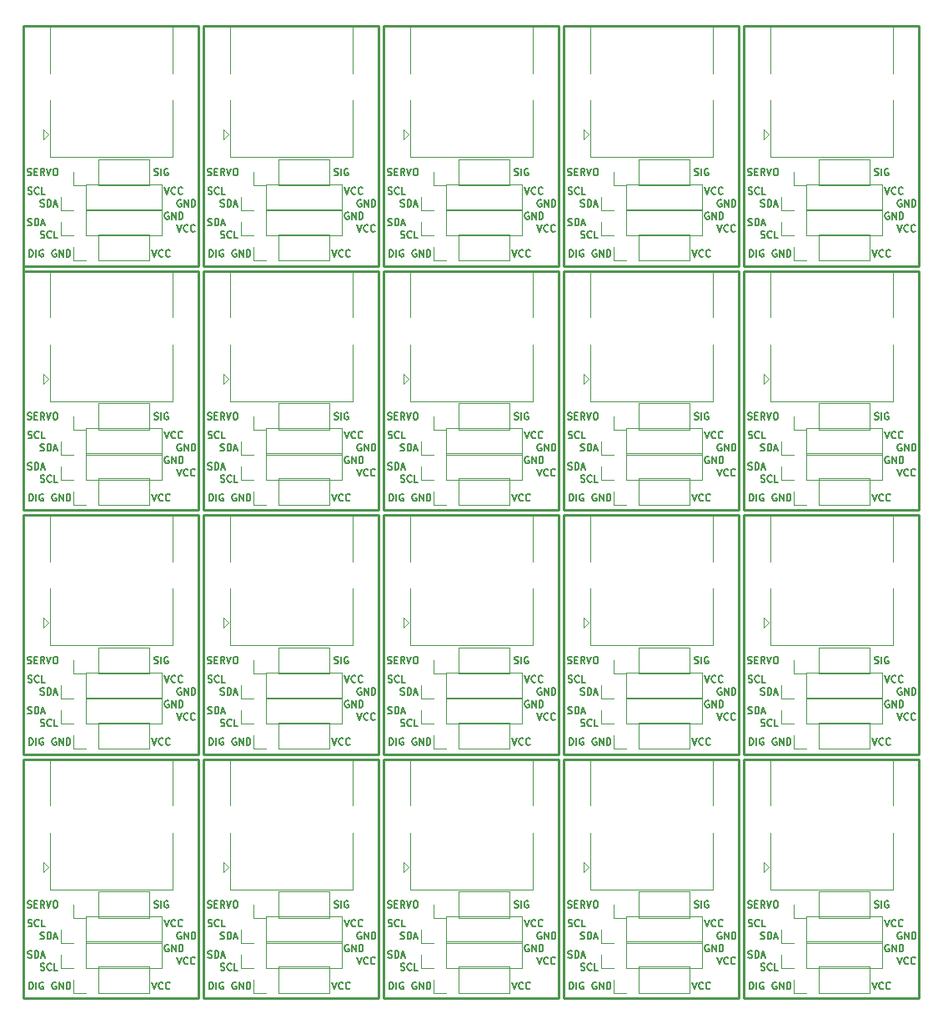
<source format=gto>
G04 #@! TF.GenerationSoftware,KiCad,Pcbnew,5.1.5+dfsg1-2build2*
G04 #@! TF.CreationDate,2020-09-11T16:17:58-03:00*
G04 #@! TF.ProjectId,panel2,70616e65-6c32-42e6-9b69-6361645f7063,rev?*
G04 #@! TF.SameCoordinates,Original*
G04 #@! TF.FileFunction,Legend,Top*
G04 #@! TF.FilePolarity,Positive*
%FSLAX46Y46*%
G04 Gerber Fmt 4.6, Leading zero omitted, Abs format (unit mm)*
G04 Created by KiCad (PCBNEW 5.1.5+dfsg1-2build2) date 2020-09-11 16:17:58*
%MOMM*%
%LPD*%
G04 APERTURE LIST*
%ADD10C,0.250000*%
%ADD11C,0.150000*%
%ADD12C,0.120000*%
G04 APERTURE END LIST*
D10*
X90043000Y-76073000D02*
X90043000Y-100330000D01*
D11*
X148183666Y-148240000D02*
X148117000Y-148206666D01*
X148017000Y-148206666D01*
X147917000Y-148240000D01*
X147850333Y-148306666D01*
X147817000Y-148373333D01*
X147783666Y-148506666D01*
X147783666Y-148606666D01*
X147817000Y-148740000D01*
X147850333Y-148806666D01*
X147917000Y-148873333D01*
X148017000Y-148906666D01*
X148083666Y-148906666D01*
X148183666Y-148873333D01*
X148217000Y-148840000D01*
X148217000Y-148606666D01*
X148083666Y-148606666D01*
X148517000Y-148906666D02*
X148517000Y-148206666D01*
X148917000Y-148906666D01*
X148917000Y-148206666D01*
X149250333Y-148906666D02*
X149250333Y-148206666D01*
X149417000Y-148206666D01*
X149517000Y-148240000D01*
X149583666Y-148306666D01*
X149617000Y-148373333D01*
X149650333Y-148506666D01*
X149650333Y-148606666D01*
X149617000Y-148740000D01*
X149583666Y-148806666D01*
X149517000Y-148873333D01*
X149417000Y-148906666D01*
X149250333Y-148906666D01*
X159613666Y-94900000D02*
X159547000Y-94866666D01*
X159447000Y-94866666D01*
X159347000Y-94900000D01*
X159280333Y-94966666D01*
X159247000Y-95033333D01*
X159213666Y-95166666D01*
X159213666Y-95266666D01*
X159247000Y-95400000D01*
X159280333Y-95466666D01*
X159347000Y-95533333D01*
X159447000Y-95566666D01*
X159513666Y-95566666D01*
X159613666Y-95533333D01*
X159647000Y-95500000D01*
X159647000Y-95266666D01*
X159513666Y-95266666D01*
X159947000Y-95566666D02*
X159947000Y-94866666D01*
X160347000Y-95566666D01*
X160347000Y-94866666D01*
X160680333Y-95566666D02*
X160680333Y-94866666D01*
X160847000Y-94866666D01*
X160947000Y-94900000D01*
X161013666Y-94966666D01*
X161047000Y-95033333D01*
X161080333Y-95166666D01*
X161080333Y-95266666D01*
X161047000Y-95400000D01*
X161013666Y-95466666D01*
X160947000Y-95533333D01*
X160847000Y-95566666D01*
X160680333Y-95566666D01*
X146597000Y-69498333D02*
X146697000Y-69531666D01*
X146863666Y-69531666D01*
X146930333Y-69498333D01*
X146963666Y-69465000D01*
X146997000Y-69398333D01*
X146997000Y-69331666D01*
X146963666Y-69265000D01*
X146930333Y-69231666D01*
X146863666Y-69198333D01*
X146730333Y-69165000D01*
X146663666Y-69131666D01*
X146630333Y-69098333D01*
X146597000Y-69031666D01*
X146597000Y-68965000D01*
X146630333Y-68898333D01*
X146663666Y-68865000D01*
X146730333Y-68831666D01*
X146897000Y-68831666D01*
X146997000Y-68865000D01*
X147297000Y-69531666D02*
X147297000Y-68831666D01*
X147463666Y-68831666D01*
X147563666Y-68865000D01*
X147630333Y-68931666D01*
X147663666Y-68998333D01*
X147697000Y-69131666D01*
X147697000Y-69231666D01*
X147663666Y-69365000D01*
X147630333Y-69431666D01*
X147563666Y-69498333D01*
X147463666Y-69531666D01*
X147297000Y-69531666D01*
X147963666Y-69331666D02*
X148297000Y-69331666D01*
X147897000Y-69531666D02*
X148130333Y-68831666D01*
X148363666Y-69531666D01*
X160883666Y-93630000D02*
X160817000Y-93596666D01*
X160717000Y-93596666D01*
X160617000Y-93630000D01*
X160550333Y-93696666D01*
X160517000Y-93763333D01*
X160483666Y-93896666D01*
X160483666Y-93996666D01*
X160517000Y-94130000D01*
X160550333Y-94196666D01*
X160617000Y-94263333D01*
X160717000Y-94296666D01*
X160783666Y-94296666D01*
X160883666Y-94263333D01*
X160917000Y-94230000D01*
X160917000Y-93996666D01*
X160783666Y-93996666D01*
X161217000Y-94296666D02*
X161217000Y-93596666D01*
X161617000Y-94296666D01*
X161617000Y-93596666D01*
X161950333Y-94296666D02*
X161950333Y-93596666D01*
X162117000Y-93596666D01*
X162217000Y-93630000D01*
X162283666Y-93696666D01*
X162317000Y-93763333D01*
X162350333Y-93896666D01*
X162350333Y-93996666D01*
X162317000Y-94130000D01*
X162283666Y-94196666D01*
X162217000Y-94263333D01*
X162117000Y-94296666D01*
X161950333Y-94296666D01*
X145343666Y-142523333D02*
X145443666Y-142556666D01*
X145610333Y-142556666D01*
X145677000Y-142523333D01*
X145710333Y-142490000D01*
X145743666Y-142423333D01*
X145743666Y-142356666D01*
X145710333Y-142290000D01*
X145677000Y-142256666D01*
X145610333Y-142223333D01*
X145477000Y-142190000D01*
X145410333Y-142156666D01*
X145377000Y-142123333D01*
X145343666Y-142056666D01*
X145343666Y-141990000D01*
X145377000Y-141923333D01*
X145410333Y-141890000D01*
X145477000Y-141856666D01*
X145643666Y-141856666D01*
X145743666Y-141890000D01*
X146443666Y-142490000D02*
X146410333Y-142523333D01*
X146310333Y-142556666D01*
X146243666Y-142556666D01*
X146143666Y-142523333D01*
X146077000Y-142456666D01*
X146043666Y-142390000D01*
X146010333Y-142256666D01*
X146010333Y-142156666D01*
X146043666Y-142023333D01*
X146077000Y-141956666D01*
X146143666Y-141890000D01*
X146243666Y-141856666D01*
X146310333Y-141856666D01*
X146410333Y-141890000D01*
X146443666Y-141923333D01*
X147077000Y-142556666D02*
X146743666Y-142556666D01*
X146743666Y-141856666D01*
X159213666Y-92326666D02*
X159447000Y-93026666D01*
X159680333Y-92326666D01*
X160313666Y-92960000D02*
X160280333Y-92993333D01*
X160180333Y-93026666D01*
X160113666Y-93026666D01*
X160013666Y-92993333D01*
X159947000Y-92926666D01*
X159913666Y-92860000D01*
X159880333Y-92726666D01*
X159880333Y-92626666D01*
X159913666Y-92493333D01*
X159947000Y-92426666D01*
X160013666Y-92360000D01*
X160113666Y-92326666D01*
X160180333Y-92326666D01*
X160280333Y-92360000D01*
X160313666Y-92393333D01*
X161013666Y-92960000D02*
X160980333Y-92993333D01*
X160880333Y-93026666D01*
X160813666Y-93026666D01*
X160713666Y-92993333D01*
X160647000Y-92926666D01*
X160613666Y-92860000D01*
X160580333Y-92726666D01*
X160580333Y-92626666D01*
X160613666Y-92493333D01*
X160647000Y-92426666D01*
X160713666Y-92360000D01*
X160813666Y-92326666D01*
X160880333Y-92326666D01*
X160980333Y-92360000D01*
X161013666Y-92393333D01*
X146597000Y-143793333D02*
X146697000Y-143826666D01*
X146863666Y-143826666D01*
X146930333Y-143793333D01*
X146963666Y-143760000D01*
X146997000Y-143693333D01*
X146997000Y-143626666D01*
X146963666Y-143560000D01*
X146930333Y-143526666D01*
X146863666Y-143493333D01*
X146730333Y-143460000D01*
X146663666Y-143426666D01*
X146630333Y-143393333D01*
X146597000Y-143326666D01*
X146597000Y-143260000D01*
X146630333Y-143193333D01*
X146663666Y-143160000D01*
X146730333Y-143126666D01*
X146897000Y-143126666D01*
X146997000Y-143160000D01*
X147297000Y-143826666D02*
X147297000Y-143126666D01*
X147463666Y-143126666D01*
X147563666Y-143160000D01*
X147630333Y-143226666D01*
X147663666Y-143293333D01*
X147697000Y-143426666D01*
X147697000Y-143526666D01*
X147663666Y-143660000D01*
X147630333Y-143726666D01*
X147563666Y-143793333D01*
X147463666Y-143826666D01*
X147297000Y-143826666D01*
X147963666Y-143626666D02*
X148297000Y-143626666D01*
X147897000Y-143826666D02*
X148130333Y-143126666D01*
X148363666Y-143826666D01*
X159213666Y-67561666D02*
X159447000Y-68261666D01*
X159680333Y-67561666D01*
X160313666Y-68195000D02*
X160280333Y-68228333D01*
X160180333Y-68261666D01*
X160113666Y-68261666D01*
X160013666Y-68228333D01*
X159947000Y-68161666D01*
X159913666Y-68095000D01*
X159880333Y-67961666D01*
X159880333Y-67861666D01*
X159913666Y-67728333D01*
X159947000Y-67661666D01*
X160013666Y-67595000D01*
X160113666Y-67561666D01*
X160180333Y-67561666D01*
X160280333Y-67595000D01*
X160313666Y-67628333D01*
X161013666Y-68195000D02*
X160980333Y-68228333D01*
X160880333Y-68261666D01*
X160813666Y-68261666D01*
X160713666Y-68228333D01*
X160647000Y-68161666D01*
X160613666Y-68095000D01*
X160580333Y-67961666D01*
X160580333Y-67861666D01*
X160613666Y-67728333D01*
X160647000Y-67661666D01*
X160713666Y-67595000D01*
X160813666Y-67561666D01*
X160880333Y-67561666D01*
X160980333Y-67595000D01*
X161013666Y-67628333D01*
X146613666Y-72673333D02*
X146713666Y-72706666D01*
X146880333Y-72706666D01*
X146947000Y-72673333D01*
X146980333Y-72640000D01*
X147013666Y-72573333D01*
X147013666Y-72506666D01*
X146980333Y-72440000D01*
X146947000Y-72406666D01*
X146880333Y-72373333D01*
X146747000Y-72340000D01*
X146680333Y-72306666D01*
X146647000Y-72273333D01*
X146613666Y-72206666D01*
X146613666Y-72140000D01*
X146647000Y-72073333D01*
X146680333Y-72040000D01*
X146747000Y-72006666D01*
X146913666Y-72006666D01*
X147013666Y-72040000D01*
X147713666Y-72640000D02*
X147680333Y-72673333D01*
X147580333Y-72706666D01*
X147513666Y-72706666D01*
X147413666Y-72673333D01*
X147347000Y-72606666D01*
X147313666Y-72540000D01*
X147280333Y-72406666D01*
X147280333Y-72306666D01*
X147313666Y-72173333D01*
X147347000Y-72106666D01*
X147413666Y-72040000D01*
X147513666Y-72006666D01*
X147580333Y-72006666D01*
X147680333Y-72040000D01*
X147713666Y-72073333D01*
X148347000Y-72706666D02*
X148013666Y-72706666D01*
X148013666Y-72006666D01*
X160483666Y-120901666D02*
X160717000Y-121601666D01*
X160950333Y-120901666D01*
X161583666Y-121535000D02*
X161550333Y-121568333D01*
X161450333Y-121601666D01*
X161383666Y-121601666D01*
X161283666Y-121568333D01*
X161217000Y-121501666D01*
X161183666Y-121435000D01*
X161150333Y-121301666D01*
X161150333Y-121201666D01*
X161183666Y-121068333D01*
X161217000Y-121001666D01*
X161283666Y-120935000D01*
X161383666Y-120901666D01*
X161450333Y-120901666D01*
X161550333Y-120935000D01*
X161583666Y-120968333D01*
X162283666Y-121535000D02*
X162250333Y-121568333D01*
X162150333Y-121601666D01*
X162083666Y-121601666D01*
X161983666Y-121568333D01*
X161917000Y-121501666D01*
X161883666Y-121435000D01*
X161850333Y-121301666D01*
X161850333Y-121201666D01*
X161883666Y-121068333D01*
X161917000Y-121001666D01*
X161983666Y-120935000D01*
X162083666Y-120901666D01*
X162150333Y-120901666D01*
X162250333Y-120935000D01*
X162283666Y-120968333D01*
X145343666Y-68228333D02*
X145443666Y-68261666D01*
X145610333Y-68261666D01*
X145677000Y-68228333D01*
X145710333Y-68195000D01*
X145743666Y-68128333D01*
X145743666Y-68061666D01*
X145710333Y-67995000D01*
X145677000Y-67961666D01*
X145610333Y-67928333D01*
X145477000Y-67895000D01*
X145410333Y-67861666D01*
X145377000Y-67828333D01*
X145343666Y-67761666D01*
X145343666Y-67695000D01*
X145377000Y-67628333D01*
X145410333Y-67595000D01*
X145477000Y-67561666D01*
X145643666Y-67561666D01*
X145743666Y-67595000D01*
X146443666Y-68195000D02*
X146410333Y-68228333D01*
X146310333Y-68261666D01*
X146243666Y-68261666D01*
X146143666Y-68228333D01*
X146077000Y-68161666D01*
X146043666Y-68095000D01*
X146010333Y-67961666D01*
X146010333Y-67861666D01*
X146043666Y-67728333D01*
X146077000Y-67661666D01*
X146143666Y-67595000D01*
X146243666Y-67561666D01*
X146310333Y-67561666D01*
X146410333Y-67595000D01*
X146443666Y-67628333D01*
X147077000Y-68261666D02*
X146743666Y-68261666D01*
X146743666Y-67561666D01*
X146613666Y-97438333D02*
X146713666Y-97471666D01*
X146880333Y-97471666D01*
X146947000Y-97438333D01*
X146980333Y-97405000D01*
X147013666Y-97338333D01*
X147013666Y-97271666D01*
X146980333Y-97205000D01*
X146947000Y-97171666D01*
X146880333Y-97138333D01*
X146747000Y-97105000D01*
X146680333Y-97071666D01*
X146647000Y-97038333D01*
X146613666Y-96971666D01*
X146613666Y-96905000D01*
X146647000Y-96838333D01*
X146680333Y-96805000D01*
X146747000Y-96771666D01*
X146913666Y-96771666D01*
X147013666Y-96805000D01*
X147713666Y-97405000D02*
X147680333Y-97438333D01*
X147580333Y-97471666D01*
X147513666Y-97471666D01*
X147413666Y-97438333D01*
X147347000Y-97371666D01*
X147313666Y-97305000D01*
X147280333Y-97171666D01*
X147280333Y-97071666D01*
X147313666Y-96938333D01*
X147347000Y-96871666D01*
X147413666Y-96805000D01*
X147513666Y-96771666D01*
X147580333Y-96771666D01*
X147680333Y-96805000D01*
X147713666Y-96838333D01*
X148347000Y-97471666D02*
X148013666Y-97471666D01*
X148013666Y-96771666D01*
X145278666Y-140618333D02*
X145378666Y-140651666D01*
X145545333Y-140651666D01*
X145612000Y-140618333D01*
X145645333Y-140585000D01*
X145678666Y-140518333D01*
X145678666Y-140451666D01*
X145645333Y-140385000D01*
X145612000Y-140351666D01*
X145545333Y-140318333D01*
X145412000Y-140285000D01*
X145345333Y-140251666D01*
X145312000Y-140218333D01*
X145278666Y-140151666D01*
X145278666Y-140085000D01*
X145312000Y-140018333D01*
X145345333Y-139985000D01*
X145412000Y-139951666D01*
X145578666Y-139951666D01*
X145678666Y-139985000D01*
X145978666Y-140285000D02*
X146212000Y-140285000D01*
X146312000Y-140651666D02*
X145978666Y-140651666D01*
X145978666Y-139951666D01*
X146312000Y-139951666D01*
X147012000Y-140651666D02*
X146778666Y-140318333D01*
X146612000Y-140651666D02*
X146612000Y-139951666D01*
X146878666Y-139951666D01*
X146945333Y-139985000D01*
X146978666Y-140018333D01*
X147012000Y-140085000D01*
X147012000Y-140185000D01*
X146978666Y-140251666D01*
X146945333Y-140285000D01*
X146878666Y-140318333D01*
X146612000Y-140318333D01*
X147212000Y-139951666D02*
X147445333Y-140651666D01*
X147678666Y-139951666D01*
X148045333Y-139951666D02*
X148178666Y-139951666D01*
X148245333Y-139985000D01*
X148312000Y-140051666D01*
X148345333Y-140185000D01*
X148345333Y-140418333D01*
X148312000Y-140551666D01*
X148245333Y-140618333D01*
X148178666Y-140651666D01*
X148045333Y-140651666D01*
X147978666Y-140618333D01*
X147912000Y-140551666D01*
X147878666Y-140418333D01*
X147878666Y-140185000D01*
X147912000Y-140051666D01*
X147978666Y-139985000D01*
X148045333Y-139951666D01*
D10*
X144907000Y-76073000D02*
X144907000Y-100330000D01*
X162687000Y-125603000D02*
X144907000Y-125603000D01*
D11*
X159213666Y-117091666D02*
X159447000Y-117791666D01*
X159680333Y-117091666D01*
X160313666Y-117725000D02*
X160280333Y-117758333D01*
X160180333Y-117791666D01*
X160113666Y-117791666D01*
X160013666Y-117758333D01*
X159947000Y-117691666D01*
X159913666Y-117625000D01*
X159880333Y-117491666D01*
X159880333Y-117391666D01*
X159913666Y-117258333D01*
X159947000Y-117191666D01*
X160013666Y-117125000D01*
X160113666Y-117091666D01*
X160180333Y-117091666D01*
X160280333Y-117125000D01*
X160313666Y-117158333D01*
X161013666Y-117725000D02*
X160980333Y-117758333D01*
X160880333Y-117791666D01*
X160813666Y-117791666D01*
X160713666Y-117758333D01*
X160647000Y-117691666D01*
X160613666Y-117625000D01*
X160580333Y-117491666D01*
X160580333Y-117391666D01*
X160613666Y-117258333D01*
X160647000Y-117191666D01*
X160713666Y-117125000D01*
X160813666Y-117091666D01*
X160880333Y-117091666D01*
X160980333Y-117125000D01*
X161013666Y-117158333D01*
D10*
X144907000Y-51181000D02*
X144907000Y-75565000D01*
X144907000Y-125095000D02*
X162687000Y-125095000D01*
D11*
X145327000Y-120933333D02*
X145427000Y-120966666D01*
X145593666Y-120966666D01*
X145660333Y-120933333D01*
X145693666Y-120900000D01*
X145727000Y-120833333D01*
X145727000Y-120766666D01*
X145693666Y-120700000D01*
X145660333Y-120666666D01*
X145593666Y-120633333D01*
X145460333Y-120600000D01*
X145393666Y-120566666D01*
X145360333Y-120533333D01*
X145327000Y-120466666D01*
X145327000Y-120400000D01*
X145360333Y-120333333D01*
X145393666Y-120300000D01*
X145460333Y-120266666D01*
X145627000Y-120266666D01*
X145727000Y-120300000D01*
X146027000Y-120966666D02*
X146027000Y-120266666D01*
X146193666Y-120266666D01*
X146293666Y-120300000D01*
X146360333Y-120366666D01*
X146393666Y-120433333D01*
X146427000Y-120566666D01*
X146427000Y-120666666D01*
X146393666Y-120800000D01*
X146360333Y-120866666D01*
X146293666Y-120933333D01*
X146193666Y-120966666D01*
X146027000Y-120966666D01*
X146693666Y-120766666D02*
X147027000Y-120766666D01*
X146627000Y-120966666D02*
X146860333Y-120266666D01*
X147093666Y-120966666D01*
X157943666Y-148206666D02*
X158177000Y-148906666D01*
X158410333Y-148206666D01*
X159043666Y-148840000D02*
X159010333Y-148873333D01*
X158910333Y-148906666D01*
X158843666Y-148906666D01*
X158743666Y-148873333D01*
X158677000Y-148806666D01*
X158643666Y-148740000D01*
X158610333Y-148606666D01*
X158610333Y-148506666D01*
X158643666Y-148373333D01*
X158677000Y-148306666D01*
X158743666Y-148240000D01*
X158843666Y-148206666D01*
X158910333Y-148206666D01*
X159010333Y-148240000D01*
X159043666Y-148273333D01*
X159743666Y-148840000D02*
X159710333Y-148873333D01*
X159610333Y-148906666D01*
X159543666Y-148906666D01*
X159443666Y-148873333D01*
X159377000Y-148806666D01*
X159343666Y-148740000D01*
X159310333Y-148606666D01*
X159310333Y-148506666D01*
X159343666Y-148373333D01*
X159377000Y-148306666D01*
X159443666Y-148240000D01*
X159543666Y-148206666D01*
X159610333Y-148206666D01*
X159710333Y-148240000D01*
X159743666Y-148273333D01*
D10*
X162687000Y-76073000D02*
X144907000Y-76073000D01*
D11*
X146613666Y-146968333D02*
X146713666Y-147001666D01*
X146880333Y-147001666D01*
X146947000Y-146968333D01*
X146980333Y-146935000D01*
X147013666Y-146868333D01*
X147013666Y-146801666D01*
X146980333Y-146735000D01*
X146947000Y-146701666D01*
X146880333Y-146668333D01*
X146747000Y-146635000D01*
X146680333Y-146601666D01*
X146647000Y-146568333D01*
X146613666Y-146501666D01*
X146613666Y-146435000D01*
X146647000Y-146368333D01*
X146680333Y-146335000D01*
X146747000Y-146301666D01*
X146913666Y-146301666D01*
X147013666Y-146335000D01*
X147713666Y-146935000D02*
X147680333Y-146968333D01*
X147580333Y-147001666D01*
X147513666Y-147001666D01*
X147413666Y-146968333D01*
X147347000Y-146901666D01*
X147313666Y-146835000D01*
X147280333Y-146701666D01*
X147280333Y-146601666D01*
X147313666Y-146468333D01*
X147347000Y-146401666D01*
X147413666Y-146335000D01*
X147513666Y-146301666D01*
X147580333Y-146301666D01*
X147680333Y-146335000D01*
X147713666Y-146368333D01*
X148347000Y-147001666D02*
X148013666Y-147001666D01*
X148013666Y-146301666D01*
X145278666Y-115853333D02*
X145378666Y-115886666D01*
X145545333Y-115886666D01*
X145612000Y-115853333D01*
X145645333Y-115820000D01*
X145678666Y-115753333D01*
X145678666Y-115686666D01*
X145645333Y-115620000D01*
X145612000Y-115586666D01*
X145545333Y-115553333D01*
X145412000Y-115520000D01*
X145345333Y-115486666D01*
X145312000Y-115453333D01*
X145278666Y-115386666D01*
X145278666Y-115320000D01*
X145312000Y-115253333D01*
X145345333Y-115220000D01*
X145412000Y-115186666D01*
X145578666Y-115186666D01*
X145678666Y-115220000D01*
X145978666Y-115520000D02*
X146212000Y-115520000D01*
X146312000Y-115886666D02*
X145978666Y-115886666D01*
X145978666Y-115186666D01*
X146312000Y-115186666D01*
X147012000Y-115886666D02*
X146778666Y-115553333D01*
X146612000Y-115886666D02*
X146612000Y-115186666D01*
X146878666Y-115186666D01*
X146945333Y-115220000D01*
X146978666Y-115253333D01*
X147012000Y-115320000D01*
X147012000Y-115420000D01*
X146978666Y-115486666D01*
X146945333Y-115520000D01*
X146878666Y-115553333D01*
X146612000Y-115553333D01*
X147212000Y-115186666D02*
X147445333Y-115886666D01*
X147678666Y-115186666D01*
X148045333Y-115186666D02*
X148178666Y-115186666D01*
X148245333Y-115220000D01*
X148312000Y-115286666D01*
X148345333Y-115420000D01*
X148345333Y-115653333D01*
X148312000Y-115786666D01*
X148245333Y-115853333D01*
X148178666Y-115886666D01*
X148045333Y-115886666D01*
X147978666Y-115853333D01*
X147912000Y-115786666D01*
X147878666Y-115653333D01*
X147878666Y-115420000D01*
X147912000Y-115286666D01*
X147978666Y-115220000D01*
X148045333Y-115186666D01*
D10*
X144907000Y-100838000D02*
X144907000Y-125095000D01*
D11*
X160483666Y-145666666D02*
X160717000Y-146366666D01*
X160950333Y-145666666D01*
X161583666Y-146300000D02*
X161550333Y-146333333D01*
X161450333Y-146366666D01*
X161383666Y-146366666D01*
X161283666Y-146333333D01*
X161217000Y-146266666D01*
X161183666Y-146200000D01*
X161150333Y-146066666D01*
X161150333Y-145966666D01*
X161183666Y-145833333D01*
X161217000Y-145766666D01*
X161283666Y-145700000D01*
X161383666Y-145666666D01*
X161450333Y-145666666D01*
X161550333Y-145700000D01*
X161583666Y-145733333D01*
X162283666Y-146300000D02*
X162250333Y-146333333D01*
X162150333Y-146366666D01*
X162083666Y-146366666D01*
X161983666Y-146333333D01*
X161917000Y-146266666D01*
X161883666Y-146200000D01*
X161850333Y-146066666D01*
X161850333Y-145966666D01*
X161883666Y-145833333D01*
X161917000Y-145766666D01*
X161983666Y-145700000D01*
X162083666Y-145666666D01*
X162150333Y-145666666D01*
X162250333Y-145700000D01*
X162283666Y-145733333D01*
X157943666Y-73911666D02*
X158177000Y-74611666D01*
X158410333Y-73911666D01*
X159043666Y-74545000D02*
X159010333Y-74578333D01*
X158910333Y-74611666D01*
X158843666Y-74611666D01*
X158743666Y-74578333D01*
X158677000Y-74511666D01*
X158643666Y-74445000D01*
X158610333Y-74311666D01*
X158610333Y-74211666D01*
X158643666Y-74078333D01*
X158677000Y-74011666D01*
X158743666Y-73945000D01*
X158843666Y-73911666D01*
X158910333Y-73911666D01*
X159010333Y-73945000D01*
X159043666Y-73978333D01*
X159743666Y-74545000D02*
X159710333Y-74578333D01*
X159610333Y-74611666D01*
X159543666Y-74611666D01*
X159443666Y-74578333D01*
X159377000Y-74511666D01*
X159343666Y-74445000D01*
X159310333Y-74311666D01*
X159310333Y-74211666D01*
X159343666Y-74078333D01*
X159377000Y-74011666D01*
X159443666Y-73945000D01*
X159543666Y-73911666D01*
X159610333Y-73911666D01*
X159710333Y-73945000D01*
X159743666Y-73978333D01*
D10*
X162687000Y-51181000D02*
X144907000Y-51181000D01*
D11*
X145278666Y-66323333D02*
X145378666Y-66356666D01*
X145545333Y-66356666D01*
X145612000Y-66323333D01*
X145645333Y-66290000D01*
X145678666Y-66223333D01*
X145678666Y-66156666D01*
X145645333Y-66090000D01*
X145612000Y-66056666D01*
X145545333Y-66023333D01*
X145412000Y-65990000D01*
X145345333Y-65956666D01*
X145312000Y-65923333D01*
X145278666Y-65856666D01*
X145278666Y-65790000D01*
X145312000Y-65723333D01*
X145345333Y-65690000D01*
X145412000Y-65656666D01*
X145578666Y-65656666D01*
X145678666Y-65690000D01*
X145978666Y-65990000D02*
X146212000Y-65990000D01*
X146312000Y-66356666D02*
X145978666Y-66356666D01*
X145978666Y-65656666D01*
X146312000Y-65656666D01*
X147012000Y-66356666D02*
X146778666Y-66023333D01*
X146612000Y-66356666D02*
X146612000Y-65656666D01*
X146878666Y-65656666D01*
X146945333Y-65690000D01*
X146978666Y-65723333D01*
X147012000Y-65790000D01*
X147012000Y-65890000D01*
X146978666Y-65956666D01*
X146945333Y-65990000D01*
X146878666Y-66023333D01*
X146612000Y-66023333D01*
X147212000Y-65656666D02*
X147445333Y-66356666D01*
X147678666Y-65656666D01*
X148045333Y-65656666D02*
X148178666Y-65656666D01*
X148245333Y-65690000D01*
X148312000Y-65756666D01*
X148345333Y-65890000D01*
X148345333Y-66123333D01*
X148312000Y-66256666D01*
X148245333Y-66323333D01*
X148178666Y-66356666D01*
X148045333Y-66356666D01*
X147978666Y-66323333D01*
X147912000Y-66256666D01*
X147878666Y-66123333D01*
X147878666Y-65890000D01*
X147912000Y-65756666D01*
X147978666Y-65690000D01*
X148045333Y-65656666D01*
X145477000Y-74611666D02*
X145477000Y-73911666D01*
X145643666Y-73911666D01*
X145743666Y-73945000D01*
X145810333Y-74011666D01*
X145843666Y-74078333D01*
X145877000Y-74211666D01*
X145877000Y-74311666D01*
X145843666Y-74445000D01*
X145810333Y-74511666D01*
X145743666Y-74578333D01*
X145643666Y-74611666D01*
X145477000Y-74611666D01*
X146177000Y-74611666D02*
X146177000Y-73911666D01*
X146877000Y-73945000D02*
X146810333Y-73911666D01*
X146710333Y-73911666D01*
X146610333Y-73945000D01*
X146543666Y-74011666D01*
X146510333Y-74078333D01*
X146477000Y-74211666D01*
X146477000Y-74311666D01*
X146510333Y-74445000D01*
X146543666Y-74511666D01*
X146610333Y-74578333D01*
X146710333Y-74611666D01*
X146777000Y-74611666D01*
X146877000Y-74578333D01*
X146910333Y-74545000D01*
X146910333Y-74311666D01*
X146777000Y-74311666D01*
X145327000Y-71403333D02*
X145427000Y-71436666D01*
X145593666Y-71436666D01*
X145660333Y-71403333D01*
X145693666Y-71370000D01*
X145727000Y-71303333D01*
X145727000Y-71236666D01*
X145693666Y-71170000D01*
X145660333Y-71136666D01*
X145593666Y-71103333D01*
X145460333Y-71070000D01*
X145393666Y-71036666D01*
X145360333Y-71003333D01*
X145327000Y-70936666D01*
X145327000Y-70870000D01*
X145360333Y-70803333D01*
X145393666Y-70770000D01*
X145460333Y-70736666D01*
X145627000Y-70736666D01*
X145727000Y-70770000D01*
X146027000Y-71436666D02*
X146027000Y-70736666D01*
X146193666Y-70736666D01*
X146293666Y-70770000D01*
X146360333Y-70836666D01*
X146393666Y-70903333D01*
X146427000Y-71036666D01*
X146427000Y-71136666D01*
X146393666Y-71270000D01*
X146360333Y-71336666D01*
X146293666Y-71403333D01*
X146193666Y-71436666D01*
X146027000Y-71436666D01*
X146693666Y-71236666D02*
X147027000Y-71236666D01*
X146627000Y-71436666D02*
X146860333Y-70736666D01*
X147093666Y-71436666D01*
X146597000Y-94263333D02*
X146697000Y-94296666D01*
X146863666Y-94296666D01*
X146930333Y-94263333D01*
X146963666Y-94230000D01*
X146997000Y-94163333D01*
X146997000Y-94096666D01*
X146963666Y-94030000D01*
X146930333Y-93996666D01*
X146863666Y-93963333D01*
X146730333Y-93930000D01*
X146663666Y-93896666D01*
X146630333Y-93863333D01*
X146597000Y-93796666D01*
X146597000Y-93730000D01*
X146630333Y-93663333D01*
X146663666Y-93630000D01*
X146730333Y-93596666D01*
X146897000Y-93596666D01*
X146997000Y-93630000D01*
X147297000Y-94296666D02*
X147297000Y-93596666D01*
X147463666Y-93596666D01*
X147563666Y-93630000D01*
X147630333Y-93696666D01*
X147663666Y-93763333D01*
X147697000Y-93896666D01*
X147697000Y-93996666D01*
X147663666Y-94130000D01*
X147630333Y-94196666D01*
X147563666Y-94263333D01*
X147463666Y-94296666D01*
X147297000Y-94296666D01*
X147963666Y-94096666D02*
X148297000Y-94096666D01*
X147897000Y-94296666D02*
X148130333Y-93596666D01*
X148363666Y-94296666D01*
D10*
X162687000Y-100330000D02*
X162687000Y-76073000D01*
D11*
X159213666Y-141856666D02*
X159447000Y-142556666D01*
X159680333Y-141856666D01*
X160313666Y-142490000D02*
X160280333Y-142523333D01*
X160180333Y-142556666D01*
X160113666Y-142556666D01*
X160013666Y-142523333D01*
X159947000Y-142456666D01*
X159913666Y-142390000D01*
X159880333Y-142256666D01*
X159880333Y-142156666D01*
X159913666Y-142023333D01*
X159947000Y-141956666D01*
X160013666Y-141890000D01*
X160113666Y-141856666D01*
X160180333Y-141856666D01*
X160280333Y-141890000D01*
X160313666Y-141923333D01*
X161013666Y-142490000D02*
X160980333Y-142523333D01*
X160880333Y-142556666D01*
X160813666Y-142556666D01*
X160713666Y-142523333D01*
X160647000Y-142456666D01*
X160613666Y-142390000D01*
X160580333Y-142256666D01*
X160580333Y-142156666D01*
X160613666Y-142023333D01*
X160647000Y-141956666D01*
X160713666Y-141890000D01*
X160813666Y-141856666D01*
X160880333Y-141856666D01*
X160980333Y-141890000D01*
X161013666Y-141923333D01*
X146597000Y-119028333D02*
X146697000Y-119061666D01*
X146863666Y-119061666D01*
X146930333Y-119028333D01*
X146963666Y-118995000D01*
X146997000Y-118928333D01*
X146997000Y-118861666D01*
X146963666Y-118795000D01*
X146930333Y-118761666D01*
X146863666Y-118728333D01*
X146730333Y-118695000D01*
X146663666Y-118661666D01*
X146630333Y-118628333D01*
X146597000Y-118561666D01*
X146597000Y-118495000D01*
X146630333Y-118428333D01*
X146663666Y-118395000D01*
X146730333Y-118361666D01*
X146897000Y-118361666D01*
X146997000Y-118395000D01*
X147297000Y-119061666D02*
X147297000Y-118361666D01*
X147463666Y-118361666D01*
X147563666Y-118395000D01*
X147630333Y-118461666D01*
X147663666Y-118528333D01*
X147697000Y-118661666D01*
X147697000Y-118761666D01*
X147663666Y-118895000D01*
X147630333Y-118961666D01*
X147563666Y-119028333D01*
X147463666Y-119061666D01*
X147297000Y-119061666D01*
X147963666Y-118861666D02*
X148297000Y-118861666D01*
X147897000Y-119061666D02*
X148130333Y-118361666D01*
X148363666Y-119061666D01*
X145343666Y-92993333D02*
X145443666Y-93026666D01*
X145610333Y-93026666D01*
X145677000Y-92993333D01*
X145710333Y-92960000D01*
X145743666Y-92893333D01*
X145743666Y-92826666D01*
X145710333Y-92760000D01*
X145677000Y-92726666D01*
X145610333Y-92693333D01*
X145477000Y-92660000D01*
X145410333Y-92626666D01*
X145377000Y-92593333D01*
X145343666Y-92526666D01*
X145343666Y-92460000D01*
X145377000Y-92393333D01*
X145410333Y-92360000D01*
X145477000Y-92326666D01*
X145643666Y-92326666D01*
X145743666Y-92360000D01*
X146443666Y-92960000D02*
X146410333Y-92993333D01*
X146310333Y-93026666D01*
X146243666Y-93026666D01*
X146143666Y-92993333D01*
X146077000Y-92926666D01*
X146043666Y-92860000D01*
X146010333Y-92726666D01*
X146010333Y-92626666D01*
X146043666Y-92493333D01*
X146077000Y-92426666D01*
X146143666Y-92360000D01*
X146243666Y-92326666D01*
X146310333Y-92326666D01*
X146410333Y-92360000D01*
X146443666Y-92393333D01*
X147077000Y-93026666D02*
X146743666Y-93026666D01*
X146743666Y-92326666D01*
X146613666Y-122203333D02*
X146713666Y-122236666D01*
X146880333Y-122236666D01*
X146947000Y-122203333D01*
X146980333Y-122170000D01*
X147013666Y-122103333D01*
X147013666Y-122036666D01*
X146980333Y-121970000D01*
X146947000Y-121936666D01*
X146880333Y-121903333D01*
X146747000Y-121870000D01*
X146680333Y-121836666D01*
X146647000Y-121803333D01*
X146613666Y-121736666D01*
X146613666Y-121670000D01*
X146647000Y-121603333D01*
X146680333Y-121570000D01*
X146747000Y-121536666D01*
X146913666Y-121536666D01*
X147013666Y-121570000D01*
X147713666Y-122170000D02*
X147680333Y-122203333D01*
X147580333Y-122236666D01*
X147513666Y-122236666D01*
X147413666Y-122203333D01*
X147347000Y-122136666D01*
X147313666Y-122070000D01*
X147280333Y-121936666D01*
X147280333Y-121836666D01*
X147313666Y-121703333D01*
X147347000Y-121636666D01*
X147413666Y-121570000D01*
X147513666Y-121536666D01*
X147580333Y-121536666D01*
X147680333Y-121570000D01*
X147713666Y-121603333D01*
X148347000Y-122236666D02*
X148013666Y-122236666D01*
X148013666Y-121536666D01*
X158160333Y-140618333D02*
X158260333Y-140651666D01*
X158427000Y-140651666D01*
X158493666Y-140618333D01*
X158527000Y-140585000D01*
X158560333Y-140518333D01*
X158560333Y-140451666D01*
X158527000Y-140385000D01*
X158493666Y-140351666D01*
X158427000Y-140318333D01*
X158293666Y-140285000D01*
X158227000Y-140251666D01*
X158193666Y-140218333D01*
X158160333Y-140151666D01*
X158160333Y-140085000D01*
X158193666Y-140018333D01*
X158227000Y-139985000D01*
X158293666Y-139951666D01*
X158460333Y-139951666D01*
X158560333Y-139985000D01*
X158860333Y-140651666D02*
X158860333Y-139951666D01*
X159560333Y-139985000D02*
X159493666Y-139951666D01*
X159393666Y-139951666D01*
X159293666Y-139985000D01*
X159227000Y-140051666D01*
X159193666Y-140118333D01*
X159160333Y-140251666D01*
X159160333Y-140351666D01*
X159193666Y-140485000D01*
X159227000Y-140551666D01*
X159293666Y-140618333D01*
X159393666Y-140651666D01*
X159460333Y-140651666D01*
X159560333Y-140618333D01*
X159593666Y-140585000D01*
X159593666Y-140351666D01*
X159460333Y-140351666D01*
X158160333Y-66323333D02*
X158260333Y-66356666D01*
X158427000Y-66356666D01*
X158493666Y-66323333D01*
X158527000Y-66290000D01*
X158560333Y-66223333D01*
X158560333Y-66156666D01*
X158527000Y-66090000D01*
X158493666Y-66056666D01*
X158427000Y-66023333D01*
X158293666Y-65990000D01*
X158227000Y-65956666D01*
X158193666Y-65923333D01*
X158160333Y-65856666D01*
X158160333Y-65790000D01*
X158193666Y-65723333D01*
X158227000Y-65690000D01*
X158293666Y-65656666D01*
X158460333Y-65656666D01*
X158560333Y-65690000D01*
X158860333Y-66356666D02*
X158860333Y-65656666D01*
X159560333Y-65690000D02*
X159493666Y-65656666D01*
X159393666Y-65656666D01*
X159293666Y-65690000D01*
X159227000Y-65756666D01*
X159193666Y-65823333D01*
X159160333Y-65956666D01*
X159160333Y-66056666D01*
X159193666Y-66190000D01*
X159227000Y-66256666D01*
X159293666Y-66323333D01*
X159393666Y-66356666D01*
X159460333Y-66356666D01*
X159560333Y-66323333D01*
X159593666Y-66290000D01*
X159593666Y-66056666D01*
X159460333Y-66056666D01*
X145343666Y-117758333D02*
X145443666Y-117791666D01*
X145610333Y-117791666D01*
X145677000Y-117758333D01*
X145710333Y-117725000D01*
X145743666Y-117658333D01*
X145743666Y-117591666D01*
X145710333Y-117525000D01*
X145677000Y-117491666D01*
X145610333Y-117458333D01*
X145477000Y-117425000D01*
X145410333Y-117391666D01*
X145377000Y-117358333D01*
X145343666Y-117291666D01*
X145343666Y-117225000D01*
X145377000Y-117158333D01*
X145410333Y-117125000D01*
X145477000Y-117091666D01*
X145643666Y-117091666D01*
X145743666Y-117125000D01*
X146443666Y-117725000D02*
X146410333Y-117758333D01*
X146310333Y-117791666D01*
X146243666Y-117791666D01*
X146143666Y-117758333D01*
X146077000Y-117691666D01*
X146043666Y-117625000D01*
X146010333Y-117491666D01*
X146010333Y-117391666D01*
X146043666Y-117258333D01*
X146077000Y-117191666D01*
X146143666Y-117125000D01*
X146243666Y-117091666D01*
X146310333Y-117091666D01*
X146410333Y-117125000D01*
X146443666Y-117158333D01*
X147077000Y-117791666D02*
X146743666Y-117791666D01*
X146743666Y-117091666D01*
X145477000Y-148906666D02*
X145477000Y-148206666D01*
X145643666Y-148206666D01*
X145743666Y-148240000D01*
X145810333Y-148306666D01*
X145843666Y-148373333D01*
X145877000Y-148506666D01*
X145877000Y-148606666D01*
X145843666Y-148740000D01*
X145810333Y-148806666D01*
X145743666Y-148873333D01*
X145643666Y-148906666D01*
X145477000Y-148906666D01*
X146177000Y-148906666D02*
X146177000Y-148206666D01*
X146877000Y-148240000D02*
X146810333Y-148206666D01*
X146710333Y-148206666D01*
X146610333Y-148240000D01*
X146543666Y-148306666D01*
X146510333Y-148373333D01*
X146477000Y-148506666D01*
X146477000Y-148606666D01*
X146510333Y-148740000D01*
X146543666Y-148806666D01*
X146610333Y-148873333D01*
X146710333Y-148906666D01*
X146777000Y-148906666D01*
X146877000Y-148873333D01*
X146910333Y-148840000D01*
X146910333Y-148606666D01*
X146777000Y-148606666D01*
X157943666Y-98676666D02*
X158177000Y-99376666D01*
X158410333Y-98676666D01*
X159043666Y-99310000D02*
X159010333Y-99343333D01*
X158910333Y-99376666D01*
X158843666Y-99376666D01*
X158743666Y-99343333D01*
X158677000Y-99276666D01*
X158643666Y-99210000D01*
X158610333Y-99076666D01*
X158610333Y-98976666D01*
X158643666Y-98843333D01*
X158677000Y-98776666D01*
X158743666Y-98710000D01*
X158843666Y-98676666D01*
X158910333Y-98676666D01*
X159010333Y-98710000D01*
X159043666Y-98743333D01*
X159743666Y-99310000D02*
X159710333Y-99343333D01*
X159610333Y-99376666D01*
X159543666Y-99376666D01*
X159443666Y-99343333D01*
X159377000Y-99276666D01*
X159343666Y-99210000D01*
X159310333Y-99076666D01*
X159310333Y-98976666D01*
X159343666Y-98843333D01*
X159377000Y-98776666D01*
X159443666Y-98710000D01*
X159543666Y-98676666D01*
X159610333Y-98676666D01*
X159710333Y-98710000D01*
X159743666Y-98743333D01*
D10*
X162687000Y-100838000D02*
X144907000Y-100838000D01*
X162687000Y-75565000D02*
X162687000Y-51181000D01*
X144907000Y-149860000D02*
X162687000Y-149860000D01*
D11*
X158160333Y-91088333D02*
X158260333Y-91121666D01*
X158427000Y-91121666D01*
X158493666Y-91088333D01*
X158527000Y-91055000D01*
X158560333Y-90988333D01*
X158560333Y-90921666D01*
X158527000Y-90855000D01*
X158493666Y-90821666D01*
X158427000Y-90788333D01*
X158293666Y-90755000D01*
X158227000Y-90721666D01*
X158193666Y-90688333D01*
X158160333Y-90621666D01*
X158160333Y-90555000D01*
X158193666Y-90488333D01*
X158227000Y-90455000D01*
X158293666Y-90421666D01*
X158460333Y-90421666D01*
X158560333Y-90455000D01*
X158860333Y-91121666D02*
X158860333Y-90421666D01*
X159560333Y-90455000D02*
X159493666Y-90421666D01*
X159393666Y-90421666D01*
X159293666Y-90455000D01*
X159227000Y-90521666D01*
X159193666Y-90588333D01*
X159160333Y-90721666D01*
X159160333Y-90821666D01*
X159193666Y-90955000D01*
X159227000Y-91021666D01*
X159293666Y-91088333D01*
X159393666Y-91121666D01*
X159460333Y-91121666D01*
X159560333Y-91088333D01*
X159593666Y-91055000D01*
X159593666Y-90821666D01*
X159460333Y-90821666D01*
X145327000Y-96168333D02*
X145427000Y-96201666D01*
X145593666Y-96201666D01*
X145660333Y-96168333D01*
X145693666Y-96135000D01*
X145727000Y-96068333D01*
X145727000Y-96001666D01*
X145693666Y-95935000D01*
X145660333Y-95901666D01*
X145593666Y-95868333D01*
X145460333Y-95835000D01*
X145393666Y-95801666D01*
X145360333Y-95768333D01*
X145327000Y-95701666D01*
X145327000Y-95635000D01*
X145360333Y-95568333D01*
X145393666Y-95535000D01*
X145460333Y-95501666D01*
X145627000Y-95501666D01*
X145727000Y-95535000D01*
X146027000Y-96201666D02*
X146027000Y-95501666D01*
X146193666Y-95501666D01*
X146293666Y-95535000D01*
X146360333Y-95601666D01*
X146393666Y-95668333D01*
X146427000Y-95801666D01*
X146427000Y-95901666D01*
X146393666Y-96035000D01*
X146360333Y-96101666D01*
X146293666Y-96168333D01*
X146193666Y-96201666D01*
X146027000Y-96201666D01*
X146693666Y-96001666D02*
X147027000Y-96001666D01*
X146627000Y-96201666D02*
X146860333Y-95501666D01*
X147093666Y-96201666D01*
X160483666Y-96136666D02*
X160717000Y-96836666D01*
X160950333Y-96136666D01*
X161583666Y-96770000D02*
X161550333Y-96803333D01*
X161450333Y-96836666D01*
X161383666Y-96836666D01*
X161283666Y-96803333D01*
X161217000Y-96736666D01*
X161183666Y-96670000D01*
X161150333Y-96536666D01*
X161150333Y-96436666D01*
X161183666Y-96303333D01*
X161217000Y-96236666D01*
X161283666Y-96170000D01*
X161383666Y-96136666D01*
X161450333Y-96136666D01*
X161550333Y-96170000D01*
X161583666Y-96203333D01*
X162283666Y-96770000D02*
X162250333Y-96803333D01*
X162150333Y-96836666D01*
X162083666Y-96836666D01*
X161983666Y-96803333D01*
X161917000Y-96736666D01*
X161883666Y-96670000D01*
X161850333Y-96536666D01*
X161850333Y-96436666D01*
X161883666Y-96303333D01*
X161917000Y-96236666D01*
X161983666Y-96170000D01*
X162083666Y-96136666D01*
X162150333Y-96136666D01*
X162250333Y-96170000D01*
X162283666Y-96203333D01*
X160483666Y-71371666D02*
X160717000Y-72071666D01*
X160950333Y-71371666D01*
X161583666Y-72005000D02*
X161550333Y-72038333D01*
X161450333Y-72071666D01*
X161383666Y-72071666D01*
X161283666Y-72038333D01*
X161217000Y-71971666D01*
X161183666Y-71905000D01*
X161150333Y-71771666D01*
X161150333Y-71671666D01*
X161183666Y-71538333D01*
X161217000Y-71471666D01*
X161283666Y-71405000D01*
X161383666Y-71371666D01*
X161450333Y-71371666D01*
X161550333Y-71405000D01*
X161583666Y-71438333D01*
X162283666Y-72005000D02*
X162250333Y-72038333D01*
X162150333Y-72071666D01*
X162083666Y-72071666D01*
X161983666Y-72038333D01*
X161917000Y-71971666D01*
X161883666Y-71905000D01*
X161850333Y-71771666D01*
X161850333Y-71671666D01*
X161883666Y-71538333D01*
X161917000Y-71471666D01*
X161983666Y-71405000D01*
X162083666Y-71371666D01*
X162150333Y-71371666D01*
X162250333Y-71405000D01*
X162283666Y-71438333D01*
D10*
X162687000Y-125095000D02*
X162687000Y-100838000D01*
D11*
X148183666Y-98710000D02*
X148117000Y-98676666D01*
X148017000Y-98676666D01*
X147917000Y-98710000D01*
X147850333Y-98776666D01*
X147817000Y-98843333D01*
X147783666Y-98976666D01*
X147783666Y-99076666D01*
X147817000Y-99210000D01*
X147850333Y-99276666D01*
X147917000Y-99343333D01*
X148017000Y-99376666D01*
X148083666Y-99376666D01*
X148183666Y-99343333D01*
X148217000Y-99310000D01*
X148217000Y-99076666D01*
X148083666Y-99076666D01*
X148517000Y-99376666D02*
X148517000Y-98676666D01*
X148917000Y-99376666D01*
X148917000Y-98676666D01*
X149250333Y-99376666D02*
X149250333Y-98676666D01*
X149417000Y-98676666D01*
X149517000Y-98710000D01*
X149583666Y-98776666D01*
X149617000Y-98843333D01*
X149650333Y-98976666D01*
X149650333Y-99076666D01*
X149617000Y-99210000D01*
X149583666Y-99276666D01*
X149517000Y-99343333D01*
X149417000Y-99376666D01*
X149250333Y-99376666D01*
D10*
X144907000Y-75565000D02*
X162687000Y-75565000D01*
D11*
X148183666Y-73945000D02*
X148117000Y-73911666D01*
X148017000Y-73911666D01*
X147917000Y-73945000D01*
X147850333Y-74011666D01*
X147817000Y-74078333D01*
X147783666Y-74211666D01*
X147783666Y-74311666D01*
X147817000Y-74445000D01*
X147850333Y-74511666D01*
X147917000Y-74578333D01*
X148017000Y-74611666D01*
X148083666Y-74611666D01*
X148183666Y-74578333D01*
X148217000Y-74545000D01*
X148217000Y-74311666D01*
X148083666Y-74311666D01*
X148517000Y-74611666D02*
X148517000Y-73911666D01*
X148917000Y-74611666D01*
X148917000Y-73911666D01*
X149250333Y-74611666D02*
X149250333Y-73911666D01*
X149417000Y-73911666D01*
X149517000Y-73945000D01*
X149583666Y-74011666D01*
X149617000Y-74078333D01*
X149650333Y-74211666D01*
X149650333Y-74311666D01*
X149617000Y-74445000D01*
X149583666Y-74511666D01*
X149517000Y-74578333D01*
X149417000Y-74611666D01*
X149250333Y-74611666D01*
D10*
X144907000Y-125603000D02*
X144907000Y-149860000D01*
D11*
X159613666Y-70135000D02*
X159547000Y-70101666D01*
X159447000Y-70101666D01*
X159347000Y-70135000D01*
X159280333Y-70201666D01*
X159247000Y-70268333D01*
X159213666Y-70401666D01*
X159213666Y-70501666D01*
X159247000Y-70635000D01*
X159280333Y-70701666D01*
X159347000Y-70768333D01*
X159447000Y-70801666D01*
X159513666Y-70801666D01*
X159613666Y-70768333D01*
X159647000Y-70735000D01*
X159647000Y-70501666D01*
X159513666Y-70501666D01*
X159947000Y-70801666D02*
X159947000Y-70101666D01*
X160347000Y-70801666D01*
X160347000Y-70101666D01*
X160680333Y-70801666D02*
X160680333Y-70101666D01*
X160847000Y-70101666D01*
X160947000Y-70135000D01*
X161013666Y-70201666D01*
X161047000Y-70268333D01*
X161080333Y-70401666D01*
X161080333Y-70501666D01*
X161047000Y-70635000D01*
X161013666Y-70701666D01*
X160947000Y-70768333D01*
X160847000Y-70801666D01*
X160680333Y-70801666D01*
X158160333Y-115853333D02*
X158260333Y-115886666D01*
X158427000Y-115886666D01*
X158493666Y-115853333D01*
X158527000Y-115820000D01*
X158560333Y-115753333D01*
X158560333Y-115686666D01*
X158527000Y-115620000D01*
X158493666Y-115586666D01*
X158427000Y-115553333D01*
X158293666Y-115520000D01*
X158227000Y-115486666D01*
X158193666Y-115453333D01*
X158160333Y-115386666D01*
X158160333Y-115320000D01*
X158193666Y-115253333D01*
X158227000Y-115220000D01*
X158293666Y-115186666D01*
X158460333Y-115186666D01*
X158560333Y-115220000D01*
X158860333Y-115886666D02*
X158860333Y-115186666D01*
X159560333Y-115220000D02*
X159493666Y-115186666D01*
X159393666Y-115186666D01*
X159293666Y-115220000D01*
X159227000Y-115286666D01*
X159193666Y-115353333D01*
X159160333Y-115486666D01*
X159160333Y-115586666D01*
X159193666Y-115720000D01*
X159227000Y-115786666D01*
X159293666Y-115853333D01*
X159393666Y-115886666D01*
X159460333Y-115886666D01*
X159560333Y-115853333D01*
X159593666Y-115820000D01*
X159593666Y-115586666D01*
X159460333Y-115586666D01*
X159613666Y-119665000D02*
X159547000Y-119631666D01*
X159447000Y-119631666D01*
X159347000Y-119665000D01*
X159280333Y-119731666D01*
X159247000Y-119798333D01*
X159213666Y-119931666D01*
X159213666Y-120031666D01*
X159247000Y-120165000D01*
X159280333Y-120231666D01*
X159347000Y-120298333D01*
X159447000Y-120331666D01*
X159513666Y-120331666D01*
X159613666Y-120298333D01*
X159647000Y-120265000D01*
X159647000Y-120031666D01*
X159513666Y-120031666D01*
X159947000Y-120331666D02*
X159947000Y-119631666D01*
X160347000Y-120331666D01*
X160347000Y-119631666D01*
X160680333Y-120331666D02*
X160680333Y-119631666D01*
X160847000Y-119631666D01*
X160947000Y-119665000D01*
X161013666Y-119731666D01*
X161047000Y-119798333D01*
X161080333Y-119931666D01*
X161080333Y-120031666D01*
X161047000Y-120165000D01*
X161013666Y-120231666D01*
X160947000Y-120298333D01*
X160847000Y-120331666D01*
X160680333Y-120331666D01*
X160883666Y-68865000D02*
X160817000Y-68831666D01*
X160717000Y-68831666D01*
X160617000Y-68865000D01*
X160550333Y-68931666D01*
X160517000Y-68998333D01*
X160483666Y-69131666D01*
X160483666Y-69231666D01*
X160517000Y-69365000D01*
X160550333Y-69431666D01*
X160617000Y-69498333D01*
X160717000Y-69531666D01*
X160783666Y-69531666D01*
X160883666Y-69498333D01*
X160917000Y-69465000D01*
X160917000Y-69231666D01*
X160783666Y-69231666D01*
X161217000Y-69531666D02*
X161217000Y-68831666D01*
X161617000Y-69531666D01*
X161617000Y-68831666D01*
X161950333Y-69531666D02*
X161950333Y-68831666D01*
X162117000Y-68831666D01*
X162217000Y-68865000D01*
X162283666Y-68931666D01*
X162317000Y-68998333D01*
X162350333Y-69131666D01*
X162350333Y-69231666D01*
X162317000Y-69365000D01*
X162283666Y-69431666D01*
X162217000Y-69498333D01*
X162117000Y-69531666D01*
X161950333Y-69531666D01*
X159613666Y-144430000D02*
X159547000Y-144396666D01*
X159447000Y-144396666D01*
X159347000Y-144430000D01*
X159280333Y-144496666D01*
X159247000Y-144563333D01*
X159213666Y-144696666D01*
X159213666Y-144796666D01*
X159247000Y-144930000D01*
X159280333Y-144996666D01*
X159347000Y-145063333D01*
X159447000Y-145096666D01*
X159513666Y-145096666D01*
X159613666Y-145063333D01*
X159647000Y-145030000D01*
X159647000Y-144796666D01*
X159513666Y-144796666D01*
X159947000Y-145096666D02*
X159947000Y-144396666D01*
X160347000Y-145096666D01*
X160347000Y-144396666D01*
X160680333Y-145096666D02*
X160680333Y-144396666D01*
X160847000Y-144396666D01*
X160947000Y-144430000D01*
X161013666Y-144496666D01*
X161047000Y-144563333D01*
X161080333Y-144696666D01*
X161080333Y-144796666D01*
X161047000Y-144930000D01*
X161013666Y-144996666D01*
X160947000Y-145063333D01*
X160847000Y-145096666D01*
X160680333Y-145096666D01*
X145278666Y-91088333D02*
X145378666Y-91121666D01*
X145545333Y-91121666D01*
X145612000Y-91088333D01*
X145645333Y-91055000D01*
X145678666Y-90988333D01*
X145678666Y-90921666D01*
X145645333Y-90855000D01*
X145612000Y-90821666D01*
X145545333Y-90788333D01*
X145412000Y-90755000D01*
X145345333Y-90721666D01*
X145312000Y-90688333D01*
X145278666Y-90621666D01*
X145278666Y-90555000D01*
X145312000Y-90488333D01*
X145345333Y-90455000D01*
X145412000Y-90421666D01*
X145578666Y-90421666D01*
X145678666Y-90455000D01*
X145978666Y-90755000D02*
X146212000Y-90755000D01*
X146312000Y-91121666D02*
X145978666Y-91121666D01*
X145978666Y-90421666D01*
X146312000Y-90421666D01*
X147012000Y-91121666D02*
X146778666Y-90788333D01*
X146612000Y-91121666D02*
X146612000Y-90421666D01*
X146878666Y-90421666D01*
X146945333Y-90455000D01*
X146978666Y-90488333D01*
X147012000Y-90555000D01*
X147012000Y-90655000D01*
X146978666Y-90721666D01*
X146945333Y-90755000D01*
X146878666Y-90788333D01*
X146612000Y-90788333D01*
X147212000Y-90421666D02*
X147445333Y-91121666D01*
X147678666Y-90421666D01*
X148045333Y-90421666D02*
X148178666Y-90421666D01*
X148245333Y-90455000D01*
X148312000Y-90521666D01*
X148345333Y-90655000D01*
X148345333Y-90888333D01*
X148312000Y-91021666D01*
X148245333Y-91088333D01*
X148178666Y-91121666D01*
X148045333Y-91121666D01*
X147978666Y-91088333D01*
X147912000Y-91021666D01*
X147878666Y-90888333D01*
X147878666Y-90655000D01*
X147912000Y-90521666D01*
X147978666Y-90455000D01*
X148045333Y-90421666D01*
X157943666Y-123441666D02*
X158177000Y-124141666D01*
X158410333Y-123441666D01*
X159043666Y-124075000D02*
X159010333Y-124108333D01*
X158910333Y-124141666D01*
X158843666Y-124141666D01*
X158743666Y-124108333D01*
X158677000Y-124041666D01*
X158643666Y-123975000D01*
X158610333Y-123841666D01*
X158610333Y-123741666D01*
X158643666Y-123608333D01*
X158677000Y-123541666D01*
X158743666Y-123475000D01*
X158843666Y-123441666D01*
X158910333Y-123441666D01*
X159010333Y-123475000D01*
X159043666Y-123508333D01*
X159743666Y-124075000D02*
X159710333Y-124108333D01*
X159610333Y-124141666D01*
X159543666Y-124141666D01*
X159443666Y-124108333D01*
X159377000Y-124041666D01*
X159343666Y-123975000D01*
X159310333Y-123841666D01*
X159310333Y-123741666D01*
X159343666Y-123608333D01*
X159377000Y-123541666D01*
X159443666Y-123475000D01*
X159543666Y-123441666D01*
X159610333Y-123441666D01*
X159710333Y-123475000D01*
X159743666Y-123508333D01*
X145477000Y-99376666D02*
X145477000Y-98676666D01*
X145643666Y-98676666D01*
X145743666Y-98710000D01*
X145810333Y-98776666D01*
X145843666Y-98843333D01*
X145877000Y-98976666D01*
X145877000Y-99076666D01*
X145843666Y-99210000D01*
X145810333Y-99276666D01*
X145743666Y-99343333D01*
X145643666Y-99376666D01*
X145477000Y-99376666D01*
X146177000Y-99376666D02*
X146177000Y-98676666D01*
X146877000Y-98710000D02*
X146810333Y-98676666D01*
X146710333Y-98676666D01*
X146610333Y-98710000D01*
X146543666Y-98776666D01*
X146510333Y-98843333D01*
X146477000Y-98976666D01*
X146477000Y-99076666D01*
X146510333Y-99210000D01*
X146543666Y-99276666D01*
X146610333Y-99343333D01*
X146710333Y-99376666D01*
X146777000Y-99376666D01*
X146877000Y-99343333D01*
X146910333Y-99310000D01*
X146910333Y-99076666D01*
X146777000Y-99076666D01*
D10*
X162687000Y-149860000D02*
X162687000Y-125603000D01*
X144907000Y-100330000D02*
X162687000Y-100330000D01*
D11*
X160883666Y-118395000D02*
X160817000Y-118361666D01*
X160717000Y-118361666D01*
X160617000Y-118395000D01*
X160550333Y-118461666D01*
X160517000Y-118528333D01*
X160483666Y-118661666D01*
X160483666Y-118761666D01*
X160517000Y-118895000D01*
X160550333Y-118961666D01*
X160617000Y-119028333D01*
X160717000Y-119061666D01*
X160783666Y-119061666D01*
X160883666Y-119028333D01*
X160917000Y-118995000D01*
X160917000Y-118761666D01*
X160783666Y-118761666D01*
X161217000Y-119061666D02*
X161217000Y-118361666D01*
X161617000Y-119061666D01*
X161617000Y-118361666D01*
X161950333Y-119061666D02*
X161950333Y-118361666D01*
X162117000Y-118361666D01*
X162217000Y-118395000D01*
X162283666Y-118461666D01*
X162317000Y-118528333D01*
X162350333Y-118661666D01*
X162350333Y-118761666D01*
X162317000Y-118895000D01*
X162283666Y-118961666D01*
X162217000Y-119028333D01*
X162117000Y-119061666D01*
X161950333Y-119061666D01*
X145327000Y-145698333D02*
X145427000Y-145731666D01*
X145593666Y-145731666D01*
X145660333Y-145698333D01*
X145693666Y-145665000D01*
X145727000Y-145598333D01*
X145727000Y-145531666D01*
X145693666Y-145465000D01*
X145660333Y-145431666D01*
X145593666Y-145398333D01*
X145460333Y-145365000D01*
X145393666Y-145331666D01*
X145360333Y-145298333D01*
X145327000Y-145231666D01*
X145327000Y-145165000D01*
X145360333Y-145098333D01*
X145393666Y-145065000D01*
X145460333Y-145031666D01*
X145627000Y-145031666D01*
X145727000Y-145065000D01*
X146027000Y-145731666D02*
X146027000Y-145031666D01*
X146193666Y-145031666D01*
X146293666Y-145065000D01*
X146360333Y-145131666D01*
X146393666Y-145198333D01*
X146427000Y-145331666D01*
X146427000Y-145431666D01*
X146393666Y-145565000D01*
X146360333Y-145631666D01*
X146293666Y-145698333D01*
X146193666Y-145731666D01*
X146027000Y-145731666D01*
X146693666Y-145531666D02*
X147027000Y-145531666D01*
X146627000Y-145731666D02*
X146860333Y-145031666D01*
X147093666Y-145731666D01*
X145477000Y-124141666D02*
X145477000Y-123441666D01*
X145643666Y-123441666D01*
X145743666Y-123475000D01*
X145810333Y-123541666D01*
X145843666Y-123608333D01*
X145877000Y-123741666D01*
X145877000Y-123841666D01*
X145843666Y-123975000D01*
X145810333Y-124041666D01*
X145743666Y-124108333D01*
X145643666Y-124141666D01*
X145477000Y-124141666D01*
X146177000Y-124141666D02*
X146177000Y-123441666D01*
X146877000Y-123475000D02*
X146810333Y-123441666D01*
X146710333Y-123441666D01*
X146610333Y-123475000D01*
X146543666Y-123541666D01*
X146510333Y-123608333D01*
X146477000Y-123741666D01*
X146477000Y-123841666D01*
X146510333Y-123975000D01*
X146543666Y-124041666D01*
X146610333Y-124108333D01*
X146710333Y-124141666D01*
X146777000Y-124141666D01*
X146877000Y-124108333D01*
X146910333Y-124075000D01*
X146910333Y-123841666D01*
X146777000Y-123841666D01*
X148183666Y-123475000D02*
X148117000Y-123441666D01*
X148017000Y-123441666D01*
X147917000Y-123475000D01*
X147850333Y-123541666D01*
X147817000Y-123608333D01*
X147783666Y-123741666D01*
X147783666Y-123841666D01*
X147817000Y-123975000D01*
X147850333Y-124041666D01*
X147917000Y-124108333D01*
X148017000Y-124141666D01*
X148083666Y-124141666D01*
X148183666Y-124108333D01*
X148217000Y-124075000D01*
X148217000Y-123841666D01*
X148083666Y-123841666D01*
X148517000Y-124141666D02*
X148517000Y-123441666D01*
X148917000Y-124141666D01*
X148917000Y-123441666D01*
X149250333Y-124141666D02*
X149250333Y-123441666D01*
X149417000Y-123441666D01*
X149517000Y-123475000D01*
X149583666Y-123541666D01*
X149617000Y-123608333D01*
X149650333Y-123741666D01*
X149650333Y-123841666D01*
X149617000Y-123975000D01*
X149583666Y-124041666D01*
X149517000Y-124108333D01*
X149417000Y-124141666D01*
X149250333Y-124141666D01*
X160883666Y-143160000D02*
X160817000Y-143126666D01*
X160717000Y-143126666D01*
X160617000Y-143160000D01*
X160550333Y-143226666D01*
X160517000Y-143293333D01*
X160483666Y-143426666D01*
X160483666Y-143526666D01*
X160517000Y-143660000D01*
X160550333Y-143726666D01*
X160617000Y-143793333D01*
X160717000Y-143826666D01*
X160783666Y-143826666D01*
X160883666Y-143793333D01*
X160917000Y-143760000D01*
X160917000Y-143526666D01*
X160783666Y-143526666D01*
X161217000Y-143826666D02*
X161217000Y-143126666D01*
X161617000Y-143826666D01*
X161617000Y-143126666D01*
X161950333Y-143826666D02*
X161950333Y-143126666D01*
X162117000Y-143126666D01*
X162217000Y-143160000D01*
X162283666Y-143226666D01*
X162317000Y-143293333D01*
X162350333Y-143426666D01*
X162350333Y-143526666D01*
X162317000Y-143660000D01*
X162283666Y-143726666D01*
X162217000Y-143793333D01*
X162117000Y-143826666D01*
X161950333Y-143826666D01*
X141325666Y-94900000D02*
X141259000Y-94866666D01*
X141159000Y-94866666D01*
X141059000Y-94900000D01*
X140992333Y-94966666D01*
X140959000Y-95033333D01*
X140925666Y-95166666D01*
X140925666Y-95266666D01*
X140959000Y-95400000D01*
X140992333Y-95466666D01*
X141059000Y-95533333D01*
X141159000Y-95566666D01*
X141225666Y-95566666D01*
X141325666Y-95533333D01*
X141359000Y-95500000D01*
X141359000Y-95266666D01*
X141225666Y-95266666D01*
X141659000Y-95566666D02*
X141659000Y-94866666D01*
X142059000Y-95566666D01*
X142059000Y-94866666D01*
X142392333Y-95566666D02*
X142392333Y-94866666D01*
X142559000Y-94866666D01*
X142659000Y-94900000D01*
X142725666Y-94966666D01*
X142759000Y-95033333D01*
X142792333Y-95166666D01*
X142792333Y-95266666D01*
X142759000Y-95400000D01*
X142725666Y-95466666D01*
X142659000Y-95533333D01*
X142559000Y-95566666D01*
X142392333Y-95566666D01*
X128309000Y-69498333D02*
X128409000Y-69531666D01*
X128575666Y-69531666D01*
X128642333Y-69498333D01*
X128675666Y-69465000D01*
X128709000Y-69398333D01*
X128709000Y-69331666D01*
X128675666Y-69265000D01*
X128642333Y-69231666D01*
X128575666Y-69198333D01*
X128442333Y-69165000D01*
X128375666Y-69131666D01*
X128342333Y-69098333D01*
X128309000Y-69031666D01*
X128309000Y-68965000D01*
X128342333Y-68898333D01*
X128375666Y-68865000D01*
X128442333Y-68831666D01*
X128609000Y-68831666D01*
X128709000Y-68865000D01*
X129009000Y-69531666D02*
X129009000Y-68831666D01*
X129175666Y-68831666D01*
X129275666Y-68865000D01*
X129342333Y-68931666D01*
X129375666Y-68998333D01*
X129409000Y-69131666D01*
X129409000Y-69231666D01*
X129375666Y-69365000D01*
X129342333Y-69431666D01*
X129275666Y-69498333D01*
X129175666Y-69531666D01*
X129009000Y-69531666D01*
X129675666Y-69331666D02*
X130009000Y-69331666D01*
X129609000Y-69531666D02*
X129842333Y-68831666D01*
X130075666Y-69531666D01*
X142595666Y-93630000D02*
X142529000Y-93596666D01*
X142429000Y-93596666D01*
X142329000Y-93630000D01*
X142262333Y-93696666D01*
X142229000Y-93763333D01*
X142195666Y-93896666D01*
X142195666Y-93996666D01*
X142229000Y-94130000D01*
X142262333Y-94196666D01*
X142329000Y-94263333D01*
X142429000Y-94296666D01*
X142495666Y-94296666D01*
X142595666Y-94263333D01*
X142629000Y-94230000D01*
X142629000Y-93996666D01*
X142495666Y-93996666D01*
X142929000Y-94296666D02*
X142929000Y-93596666D01*
X143329000Y-94296666D01*
X143329000Y-93596666D01*
X143662333Y-94296666D02*
X143662333Y-93596666D01*
X143829000Y-93596666D01*
X143929000Y-93630000D01*
X143995666Y-93696666D01*
X144029000Y-93763333D01*
X144062333Y-93896666D01*
X144062333Y-93996666D01*
X144029000Y-94130000D01*
X143995666Y-94196666D01*
X143929000Y-94263333D01*
X143829000Y-94296666D01*
X143662333Y-94296666D01*
X127055666Y-142523333D02*
X127155666Y-142556666D01*
X127322333Y-142556666D01*
X127389000Y-142523333D01*
X127422333Y-142490000D01*
X127455666Y-142423333D01*
X127455666Y-142356666D01*
X127422333Y-142290000D01*
X127389000Y-142256666D01*
X127322333Y-142223333D01*
X127189000Y-142190000D01*
X127122333Y-142156666D01*
X127089000Y-142123333D01*
X127055666Y-142056666D01*
X127055666Y-141990000D01*
X127089000Y-141923333D01*
X127122333Y-141890000D01*
X127189000Y-141856666D01*
X127355666Y-141856666D01*
X127455666Y-141890000D01*
X128155666Y-142490000D02*
X128122333Y-142523333D01*
X128022333Y-142556666D01*
X127955666Y-142556666D01*
X127855666Y-142523333D01*
X127789000Y-142456666D01*
X127755666Y-142390000D01*
X127722333Y-142256666D01*
X127722333Y-142156666D01*
X127755666Y-142023333D01*
X127789000Y-141956666D01*
X127855666Y-141890000D01*
X127955666Y-141856666D01*
X128022333Y-141856666D01*
X128122333Y-141890000D01*
X128155666Y-141923333D01*
X128789000Y-142556666D02*
X128455666Y-142556666D01*
X128455666Y-141856666D01*
X140925666Y-92326666D02*
X141159000Y-93026666D01*
X141392333Y-92326666D01*
X142025666Y-92960000D02*
X141992333Y-92993333D01*
X141892333Y-93026666D01*
X141825666Y-93026666D01*
X141725666Y-92993333D01*
X141659000Y-92926666D01*
X141625666Y-92860000D01*
X141592333Y-92726666D01*
X141592333Y-92626666D01*
X141625666Y-92493333D01*
X141659000Y-92426666D01*
X141725666Y-92360000D01*
X141825666Y-92326666D01*
X141892333Y-92326666D01*
X141992333Y-92360000D01*
X142025666Y-92393333D01*
X142725666Y-92960000D02*
X142692333Y-92993333D01*
X142592333Y-93026666D01*
X142525666Y-93026666D01*
X142425666Y-92993333D01*
X142359000Y-92926666D01*
X142325666Y-92860000D01*
X142292333Y-92726666D01*
X142292333Y-92626666D01*
X142325666Y-92493333D01*
X142359000Y-92426666D01*
X142425666Y-92360000D01*
X142525666Y-92326666D01*
X142592333Y-92326666D01*
X142692333Y-92360000D01*
X142725666Y-92393333D01*
X128309000Y-143793333D02*
X128409000Y-143826666D01*
X128575666Y-143826666D01*
X128642333Y-143793333D01*
X128675666Y-143760000D01*
X128709000Y-143693333D01*
X128709000Y-143626666D01*
X128675666Y-143560000D01*
X128642333Y-143526666D01*
X128575666Y-143493333D01*
X128442333Y-143460000D01*
X128375666Y-143426666D01*
X128342333Y-143393333D01*
X128309000Y-143326666D01*
X128309000Y-143260000D01*
X128342333Y-143193333D01*
X128375666Y-143160000D01*
X128442333Y-143126666D01*
X128609000Y-143126666D01*
X128709000Y-143160000D01*
X129009000Y-143826666D02*
X129009000Y-143126666D01*
X129175666Y-143126666D01*
X129275666Y-143160000D01*
X129342333Y-143226666D01*
X129375666Y-143293333D01*
X129409000Y-143426666D01*
X129409000Y-143526666D01*
X129375666Y-143660000D01*
X129342333Y-143726666D01*
X129275666Y-143793333D01*
X129175666Y-143826666D01*
X129009000Y-143826666D01*
X129675666Y-143626666D02*
X130009000Y-143626666D01*
X129609000Y-143826666D02*
X129842333Y-143126666D01*
X130075666Y-143826666D01*
X140925666Y-67561666D02*
X141159000Y-68261666D01*
X141392333Y-67561666D01*
X142025666Y-68195000D02*
X141992333Y-68228333D01*
X141892333Y-68261666D01*
X141825666Y-68261666D01*
X141725666Y-68228333D01*
X141659000Y-68161666D01*
X141625666Y-68095000D01*
X141592333Y-67961666D01*
X141592333Y-67861666D01*
X141625666Y-67728333D01*
X141659000Y-67661666D01*
X141725666Y-67595000D01*
X141825666Y-67561666D01*
X141892333Y-67561666D01*
X141992333Y-67595000D01*
X142025666Y-67628333D01*
X142725666Y-68195000D02*
X142692333Y-68228333D01*
X142592333Y-68261666D01*
X142525666Y-68261666D01*
X142425666Y-68228333D01*
X142359000Y-68161666D01*
X142325666Y-68095000D01*
X142292333Y-67961666D01*
X142292333Y-67861666D01*
X142325666Y-67728333D01*
X142359000Y-67661666D01*
X142425666Y-67595000D01*
X142525666Y-67561666D01*
X142592333Y-67561666D01*
X142692333Y-67595000D01*
X142725666Y-67628333D01*
X128325666Y-72673333D02*
X128425666Y-72706666D01*
X128592333Y-72706666D01*
X128659000Y-72673333D01*
X128692333Y-72640000D01*
X128725666Y-72573333D01*
X128725666Y-72506666D01*
X128692333Y-72440000D01*
X128659000Y-72406666D01*
X128592333Y-72373333D01*
X128459000Y-72340000D01*
X128392333Y-72306666D01*
X128359000Y-72273333D01*
X128325666Y-72206666D01*
X128325666Y-72140000D01*
X128359000Y-72073333D01*
X128392333Y-72040000D01*
X128459000Y-72006666D01*
X128625666Y-72006666D01*
X128725666Y-72040000D01*
X129425666Y-72640000D02*
X129392333Y-72673333D01*
X129292333Y-72706666D01*
X129225666Y-72706666D01*
X129125666Y-72673333D01*
X129059000Y-72606666D01*
X129025666Y-72540000D01*
X128992333Y-72406666D01*
X128992333Y-72306666D01*
X129025666Y-72173333D01*
X129059000Y-72106666D01*
X129125666Y-72040000D01*
X129225666Y-72006666D01*
X129292333Y-72006666D01*
X129392333Y-72040000D01*
X129425666Y-72073333D01*
X130059000Y-72706666D02*
X129725666Y-72706666D01*
X129725666Y-72006666D01*
X127055666Y-68228333D02*
X127155666Y-68261666D01*
X127322333Y-68261666D01*
X127389000Y-68228333D01*
X127422333Y-68195000D01*
X127455666Y-68128333D01*
X127455666Y-68061666D01*
X127422333Y-67995000D01*
X127389000Y-67961666D01*
X127322333Y-67928333D01*
X127189000Y-67895000D01*
X127122333Y-67861666D01*
X127089000Y-67828333D01*
X127055666Y-67761666D01*
X127055666Y-67695000D01*
X127089000Y-67628333D01*
X127122333Y-67595000D01*
X127189000Y-67561666D01*
X127355666Y-67561666D01*
X127455666Y-67595000D01*
X128155666Y-68195000D02*
X128122333Y-68228333D01*
X128022333Y-68261666D01*
X127955666Y-68261666D01*
X127855666Y-68228333D01*
X127789000Y-68161666D01*
X127755666Y-68095000D01*
X127722333Y-67961666D01*
X127722333Y-67861666D01*
X127755666Y-67728333D01*
X127789000Y-67661666D01*
X127855666Y-67595000D01*
X127955666Y-67561666D01*
X128022333Y-67561666D01*
X128122333Y-67595000D01*
X128155666Y-67628333D01*
X128789000Y-68261666D02*
X128455666Y-68261666D01*
X128455666Y-67561666D01*
X128325666Y-97438333D02*
X128425666Y-97471666D01*
X128592333Y-97471666D01*
X128659000Y-97438333D01*
X128692333Y-97405000D01*
X128725666Y-97338333D01*
X128725666Y-97271666D01*
X128692333Y-97205000D01*
X128659000Y-97171666D01*
X128592333Y-97138333D01*
X128459000Y-97105000D01*
X128392333Y-97071666D01*
X128359000Y-97038333D01*
X128325666Y-96971666D01*
X128325666Y-96905000D01*
X128359000Y-96838333D01*
X128392333Y-96805000D01*
X128459000Y-96771666D01*
X128625666Y-96771666D01*
X128725666Y-96805000D01*
X129425666Y-97405000D02*
X129392333Y-97438333D01*
X129292333Y-97471666D01*
X129225666Y-97471666D01*
X129125666Y-97438333D01*
X129059000Y-97371666D01*
X129025666Y-97305000D01*
X128992333Y-97171666D01*
X128992333Y-97071666D01*
X129025666Y-96938333D01*
X129059000Y-96871666D01*
X129125666Y-96805000D01*
X129225666Y-96771666D01*
X129292333Y-96771666D01*
X129392333Y-96805000D01*
X129425666Y-96838333D01*
X130059000Y-97471666D02*
X129725666Y-97471666D01*
X129725666Y-96771666D01*
X126990666Y-140618333D02*
X127090666Y-140651666D01*
X127257333Y-140651666D01*
X127324000Y-140618333D01*
X127357333Y-140585000D01*
X127390666Y-140518333D01*
X127390666Y-140451666D01*
X127357333Y-140385000D01*
X127324000Y-140351666D01*
X127257333Y-140318333D01*
X127124000Y-140285000D01*
X127057333Y-140251666D01*
X127024000Y-140218333D01*
X126990666Y-140151666D01*
X126990666Y-140085000D01*
X127024000Y-140018333D01*
X127057333Y-139985000D01*
X127124000Y-139951666D01*
X127290666Y-139951666D01*
X127390666Y-139985000D01*
X127690666Y-140285000D02*
X127924000Y-140285000D01*
X128024000Y-140651666D02*
X127690666Y-140651666D01*
X127690666Y-139951666D01*
X128024000Y-139951666D01*
X128724000Y-140651666D02*
X128490666Y-140318333D01*
X128324000Y-140651666D02*
X128324000Y-139951666D01*
X128590666Y-139951666D01*
X128657333Y-139985000D01*
X128690666Y-140018333D01*
X128724000Y-140085000D01*
X128724000Y-140185000D01*
X128690666Y-140251666D01*
X128657333Y-140285000D01*
X128590666Y-140318333D01*
X128324000Y-140318333D01*
X128924000Y-139951666D02*
X129157333Y-140651666D01*
X129390666Y-139951666D01*
X129757333Y-139951666D02*
X129890666Y-139951666D01*
X129957333Y-139985000D01*
X130024000Y-140051666D01*
X130057333Y-140185000D01*
X130057333Y-140418333D01*
X130024000Y-140551666D01*
X129957333Y-140618333D01*
X129890666Y-140651666D01*
X129757333Y-140651666D01*
X129690666Y-140618333D01*
X129624000Y-140551666D01*
X129590666Y-140418333D01*
X129590666Y-140185000D01*
X129624000Y-140051666D01*
X129690666Y-139985000D01*
X129757333Y-139951666D01*
D10*
X126619000Y-76073000D02*
X126619000Y-100330000D01*
X144399000Y-125603000D02*
X126619000Y-125603000D01*
D11*
X127189000Y-99376666D02*
X127189000Y-98676666D01*
X127355666Y-98676666D01*
X127455666Y-98710000D01*
X127522333Y-98776666D01*
X127555666Y-98843333D01*
X127589000Y-98976666D01*
X127589000Y-99076666D01*
X127555666Y-99210000D01*
X127522333Y-99276666D01*
X127455666Y-99343333D01*
X127355666Y-99376666D01*
X127189000Y-99376666D01*
X127889000Y-99376666D02*
X127889000Y-98676666D01*
X128589000Y-98710000D02*
X128522333Y-98676666D01*
X128422333Y-98676666D01*
X128322333Y-98710000D01*
X128255666Y-98776666D01*
X128222333Y-98843333D01*
X128189000Y-98976666D01*
X128189000Y-99076666D01*
X128222333Y-99210000D01*
X128255666Y-99276666D01*
X128322333Y-99343333D01*
X128422333Y-99376666D01*
X128489000Y-99376666D01*
X128589000Y-99343333D01*
X128622333Y-99310000D01*
X128622333Y-99076666D01*
X128489000Y-99076666D01*
D10*
X144399000Y-149860000D02*
X144399000Y-125603000D01*
D11*
X142595666Y-68865000D02*
X142529000Y-68831666D01*
X142429000Y-68831666D01*
X142329000Y-68865000D01*
X142262333Y-68931666D01*
X142229000Y-68998333D01*
X142195666Y-69131666D01*
X142195666Y-69231666D01*
X142229000Y-69365000D01*
X142262333Y-69431666D01*
X142329000Y-69498333D01*
X142429000Y-69531666D01*
X142495666Y-69531666D01*
X142595666Y-69498333D01*
X142629000Y-69465000D01*
X142629000Y-69231666D01*
X142495666Y-69231666D01*
X142929000Y-69531666D02*
X142929000Y-68831666D01*
X143329000Y-69531666D01*
X143329000Y-68831666D01*
X143662333Y-69531666D02*
X143662333Y-68831666D01*
X143829000Y-68831666D01*
X143929000Y-68865000D01*
X143995666Y-68931666D01*
X144029000Y-68998333D01*
X144062333Y-69131666D01*
X144062333Y-69231666D01*
X144029000Y-69365000D01*
X143995666Y-69431666D01*
X143929000Y-69498333D01*
X143829000Y-69531666D01*
X143662333Y-69531666D01*
X141325666Y-144430000D02*
X141259000Y-144396666D01*
X141159000Y-144396666D01*
X141059000Y-144430000D01*
X140992333Y-144496666D01*
X140959000Y-144563333D01*
X140925666Y-144696666D01*
X140925666Y-144796666D01*
X140959000Y-144930000D01*
X140992333Y-144996666D01*
X141059000Y-145063333D01*
X141159000Y-145096666D01*
X141225666Y-145096666D01*
X141325666Y-145063333D01*
X141359000Y-145030000D01*
X141359000Y-144796666D01*
X141225666Y-144796666D01*
X141659000Y-145096666D02*
X141659000Y-144396666D01*
X142059000Y-145096666D01*
X142059000Y-144396666D01*
X142392333Y-145096666D02*
X142392333Y-144396666D01*
X142559000Y-144396666D01*
X142659000Y-144430000D01*
X142725666Y-144496666D01*
X142759000Y-144563333D01*
X142792333Y-144696666D01*
X142792333Y-144796666D01*
X142759000Y-144930000D01*
X142725666Y-144996666D01*
X142659000Y-145063333D01*
X142559000Y-145096666D01*
X142392333Y-145096666D01*
X126990666Y-91088333D02*
X127090666Y-91121666D01*
X127257333Y-91121666D01*
X127324000Y-91088333D01*
X127357333Y-91055000D01*
X127390666Y-90988333D01*
X127390666Y-90921666D01*
X127357333Y-90855000D01*
X127324000Y-90821666D01*
X127257333Y-90788333D01*
X127124000Y-90755000D01*
X127057333Y-90721666D01*
X127024000Y-90688333D01*
X126990666Y-90621666D01*
X126990666Y-90555000D01*
X127024000Y-90488333D01*
X127057333Y-90455000D01*
X127124000Y-90421666D01*
X127290666Y-90421666D01*
X127390666Y-90455000D01*
X127690666Y-90755000D02*
X127924000Y-90755000D01*
X128024000Y-91121666D02*
X127690666Y-91121666D01*
X127690666Y-90421666D01*
X128024000Y-90421666D01*
X128724000Y-91121666D02*
X128490666Y-90788333D01*
X128324000Y-91121666D02*
X128324000Y-90421666D01*
X128590666Y-90421666D01*
X128657333Y-90455000D01*
X128690666Y-90488333D01*
X128724000Y-90555000D01*
X128724000Y-90655000D01*
X128690666Y-90721666D01*
X128657333Y-90755000D01*
X128590666Y-90788333D01*
X128324000Y-90788333D01*
X128924000Y-90421666D02*
X129157333Y-91121666D01*
X129390666Y-90421666D01*
X129757333Y-90421666D02*
X129890666Y-90421666D01*
X129957333Y-90455000D01*
X130024000Y-90521666D01*
X130057333Y-90655000D01*
X130057333Y-90888333D01*
X130024000Y-91021666D01*
X129957333Y-91088333D01*
X129890666Y-91121666D01*
X129757333Y-91121666D01*
X129690666Y-91088333D01*
X129624000Y-91021666D01*
X129590666Y-90888333D01*
X129590666Y-90655000D01*
X129624000Y-90521666D01*
X129690666Y-90455000D01*
X129757333Y-90421666D01*
X142595666Y-118395000D02*
X142529000Y-118361666D01*
X142429000Y-118361666D01*
X142329000Y-118395000D01*
X142262333Y-118461666D01*
X142229000Y-118528333D01*
X142195666Y-118661666D01*
X142195666Y-118761666D01*
X142229000Y-118895000D01*
X142262333Y-118961666D01*
X142329000Y-119028333D01*
X142429000Y-119061666D01*
X142495666Y-119061666D01*
X142595666Y-119028333D01*
X142629000Y-118995000D01*
X142629000Y-118761666D01*
X142495666Y-118761666D01*
X142929000Y-119061666D02*
X142929000Y-118361666D01*
X143329000Y-119061666D01*
X143329000Y-118361666D01*
X143662333Y-119061666D02*
X143662333Y-118361666D01*
X143829000Y-118361666D01*
X143929000Y-118395000D01*
X143995666Y-118461666D01*
X144029000Y-118528333D01*
X144062333Y-118661666D01*
X144062333Y-118761666D01*
X144029000Y-118895000D01*
X143995666Y-118961666D01*
X143929000Y-119028333D01*
X143829000Y-119061666D01*
X143662333Y-119061666D01*
D10*
X144399000Y-75565000D02*
X144399000Y-51181000D01*
X126619000Y-149860000D02*
X144399000Y-149860000D01*
D11*
X139872333Y-91088333D02*
X139972333Y-91121666D01*
X140139000Y-91121666D01*
X140205666Y-91088333D01*
X140239000Y-91055000D01*
X140272333Y-90988333D01*
X140272333Y-90921666D01*
X140239000Y-90855000D01*
X140205666Y-90821666D01*
X140139000Y-90788333D01*
X140005666Y-90755000D01*
X139939000Y-90721666D01*
X139905666Y-90688333D01*
X139872333Y-90621666D01*
X139872333Y-90555000D01*
X139905666Y-90488333D01*
X139939000Y-90455000D01*
X140005666Y-90421666D01*
X140172333Y-90421666D01*
X140272333Y-90455000D01*
X140572333Y-91121666D02*
X140572333Y-90421666D01*
X141272333Y-90455000D02*
X141205666Y-90421666D01*
X141105666Y-90421666D01*
X141005666Y-90455000D01*
X140939000Y-90521666D01*
X140905666Y-90588333D01*
X140872333Y-90721666D01*
X140872333Y-90821666D01*
X140905666Y-90955000D01*
X140939000Y-91021666D01*
X141005666Y-91088333D01*
X141105666Y-91121666D01*
X141172333Y-91121666D01*
X141272333Y-91088333D01*
X141305666Y-91055000D01*
X141305666Y-90821666D01*
X141172333Y-90821666D01*
X127039000Y-96168333D02*
X127139000Y-96201666D01*
X127305666Y-96201666D01*
X127372333Y-96168333D01*
X127405666Y-96135000D01*
X127439000Y-96068333D01*
X127439000Y-96001666D01*
X127405666Y-95935000D01*
X127372333Y-95901666D01*
X127305666Y-95868333D01*
X127172333Y-95835000D01*
X127105666Y-95801666D01*
X127072333Y-95768333D01*
X127039000Y-95701666D01*
X127039000Y-95635000D01*
X127072333Y-95568333D01*
X127105666Y-95535000D01*
X127172333Y-95501666D01*
X127339000Y-95501666D01*
X127439000Y-95535000D01*
X127739000Y-96201666D02*
X127739000Y-95501666D01*
X127905666Y-95501666D01*
X128005666Y-95535000D01*
X128072333Y-95601666D01*
X128105666Y-95668333D01*
X128139000Y-95801666D01*
X128139000Y-95901666D01*
X128105666Y-96035000D01*
X128072333Y-96101666D01*
X128005666Y-96168333D01*
X127905666Y-96201666D01*
X127739000Y-96201666D01*
X128405666Y-96001666D02*
X128739000Y-96001666D01*
X128339000Y-96201666D02*
X128572333Y-95501666D01*
X128805666Y-96201666D01*
X142195666Y-96136666D02*
X142429000Y-96836666D01*
X142662333Y-96136666D01*
X143295666Y-96770000D02*
X143262333Y-96803333D01*
X143162333Y-96836666D01*
X143095666Y-96836666D01*
X142995666Y-96803333D01*
X142929000Y-96736666D01*
X142895666Y-96670000D01*
X142862333Y-96536666D01*
X142862333Y-96436666D01*
X142895666Y-96303333D01*
X142929000Y-96236666D01*
X142995666Y-96170000D01*
X143095666Y-96136666D01*
X143162333Y-96136666D01*
X143262333Y-96170000D01*
X143295666Y-96203333D01*
X143995666Y-96770000D02*
X143962333Y-96803333D01*
X143862333Y-96836666D01*
X143795666Y-96836666D01*
X143695666Y-96803333D01*
X143629000Y-96736666D01*
X143595666Y-96670000D01*
X143562333Y-96536666D01*
X143562333Y-96436666D01*
X143595666Y-96303333D01*
X143629000Y-96236666D01*
X143695666Y-96170000D01*
X143795666Y-96136666D01*
X143862333Y-96136666D01*
X143962333Y-96170000D01*
X143995666Y-96203333D01*
D10*
X144399000Y-100330000D02*
X144399000Y-76073000D01*
D11*
X140925666Y-141856666D02*
X141159000Y-142556666D01*
X141392333Y-141856666D01*
X142025666Y-142490000D02*
X141992333Y-142523333D01*
X141892333Y-142556666D01*
X141825666Y-142556666D01*
X141725666Y-142523333D01*
X141659000Y-142456666D01*
X141625666Y-142390000D01*
X141592333Y-142256666D01*
X141592333Y-142156666D01*
X141625666Y-142023333D01*
X141659000Y-141956666D01*
X141725666Y-141890000D01*
X141825666Y-141856666D01*
X141892333Y-141856666D01*
X141992333Y-141890000D01*
X142025666Y-141923333D01*
X142725666Y-142490000D02*
X142692333Y-142523333D01*
X142592333Y-142556666D01*
X142525666Y-142556666D01*
X142425666Y-142523333D01*
X142359000Y-142456666D01*
X142325666Y-142390000D01*
X142292333Y-142256666D01*
X142292333Y-142156666D01*
X142325666Y-142023333D01*
X142359000Y-141956666D01*
X142425666Y-141890000D01*
X142525666Y-141856666D01*
X142592333Y-141856666D01*
X142692333Y-141890000D01*
X142725666Y-141923333D01*
X128309000Y-119028333D02*
X128409000Y-119061666D01*
X128575666Y-119061666D01*
X128642333Y-119028333D01*
X128675666Y-118995000D01*
X128709000Y-118928333D01*
X128709000Y-118861666D01*
X128675666Y-118795000D01*
X128642333Y-118761666D01*
X128575666Y-118728333D01*
X128442333Y-118695000D01*
X128375666Y-118661666D01*
X128342333Y-118628333D01*
X128309000Y-118561666D01*
X128309000Y-118495000D01*
X128342333Y-118428333D01*
X128375666Y-118395000D01*
X128442333Y-118361666D01*
X128609000Y-118361666D01*
X128709000Y-118395000D01*
X129009000Y-119061666D02*
X129009000Y-118361666D01*
X129175666Y-118361666D01*
X129275666Y-118395000D01*
X129342333Y-118461666D01*
X129375666Y-118528333D01*
X129409000Y-118661666D01*
X129409000Y-118761666D01*
X129375666Y-118895000D01*
X129342333Y-118961666D01*
X129275666Y-119028333D01*
X129175666Y-119061666D01*
X129009000Y-119061666D01*
X129675666Y-118861666D02*
X130009000Y-118861666D01*
X129609000Y-119061666D02*
X129842333Y-118361666D01*
X130075666Y-119061666D01*
X127055666Y-92993333D02*
X127155666Y-93026666D01*
X127322333Y-93026666D01*
X127389000Y-92993333D01*
X127422333Y-92960000D01*
X127455666Y-92893333D01*
X127455666Y-92826666D01*
X127422333Y-92760000D01*
X127389000Y-92726666D01*
X127322333Y-92693333D01*
X127189000Y-92660000D01*
X127122333Y-92626666D01*
X127089000Y-92593333D01*
X127055666Y-92526666D01*
X127055666Y-92460000D01*
X127089000Y-92393333D01*
X127122333Y-92360000D01*
X127189000Y-92326666D01*
X127355666Y-92326666D01*
X127455666Y-92360000D01*
X128155666Y-92960000D02*
X128122333Y-92993333D01*
X128022333Y-93026666D01*
X127955666Y-93026666D01*
X127855666Y-92993333D01*
X127789000Y-92926666D01*
X127755666Y-92860000D01*
X127722333Y-92726666D01*
X127722333Y-92626666D01*
X127755666Y-92493333D01*
X127789000Y-92426666D01*
X127855666Y-92360000D01*
X127955666Y-92326666D01*
X128022333Y-92326666D01*
X128122333Y-92360000D01*
X128155666Y-92393333D01*
X128789000Y-93026666D02*
X128455666Y-93026666D01*
X128455666Y-92326666D01*
X128325666Y-122203333D02*
X128425666Y-122236666D01*
X128592333Y-122236666D01*
X128659000Y-122203333D01*
X128692333Y-122170000D01*
X128725666Y-122103333D01*
X128725666Y-122036666D01*
X128692333Y-121970000D01*
X128659000Y-121936666D01*
X128592333Y-121903333D01*
X128459000Y-121870000D01*
X128392333Y-121836666D01*
X128359000Y-121803333D01*
X128325666Y-121736666D01*
X128325666Y-121670000D01*
X128359000Y-121603333D01*
X128392333Y-121570000D01*
X128459000Y-121536666D01*
X128625666Y-121536666D01*
X128725666Y-121570000D01*
X129425666Y-122170000D02*
X129392333Y-122203333D01*
X129292333Y-122236666D01*
X129225666Y-122236666D01*
X129125666Y-122203333D01*
X129059000Y-122136666D01*
X129025666Y-122070000D01*
X128992333Y-121936666D01*
X128992333Y-121836666D01*
X129025666Y-121703333D01*
X129059000Y-121636666D01*
X129125666Y-121570000D01*
X129225666Y-121536666D01*
X129292333Y-121536666D01*
X129392333Y-121570000D01*
X129425666Y-121603333D01*
X130059000Y-122236666D02*
X129725666Y-122236666D01*
X129725666Y-121536666D01*
X139872333Y-140618333D02*
X139972333Y-140651666D01*
X140139000Y-140651666D01*
X140205666Y-140618333D01*
X140239000Y-140585000D01*
X140272333Y-140518333D01*
X140272333Y-140451666D01*
X140239000Y-140385000D01*
X140205666Y-140351666D01*
X140139000Y-140318333D01*
X140005666Y-140285000D01*
X139939000Y-140251666D01*
X139905666Y-140218333D01*
X139872333Y-140151666D01*
X139872333Y-140085000D01*
X139905666Y-140018333D01*
X139939000Y-139985000D01*
X140005666Y-139951666D01*
X140172333Y-139951666D01*
X140272333Y-139985000D01*
X140572333Y-140651666D02*
X140572333Y-139951666D01*
X141272333Y-139985000D02*
X141205666Y-139951666D01*
X141105666Y-139951666D01*
X141005666Y-139985000D01*
X140939000Y-140051666D01*
X140905666Y-140118333D01*
X140872333Y-140251666D01*
X140872333Y-140351666D01*
X140905666Y-140485000D01*
X140939000Y-140551666D01*
X141005666Y-140618333D01*
X141105666Y-140651666D01*
X141172333Y-140651666D01*
X141272333Y-140618333D01*
X141305666Y-140585000D01*
X141305666Y-140351666D01*
X141172333Y-140351666D01*
X139872333Y-66323333D02*
X139972333Y-66356666D01*
X140139000Y-66356666D01*
X140205666Y-66323333D01*
X140239000Y-66290000D01*
X140272333Y-66223333D01*
X140272333Y-66156666D01*
X140239000Y-66090000D01*
X140205666Y-66056666D01*
X140139000Y-66023333D01*
X140005666Y-65990000D01*
X139939000Y-65956666D01*
X139905666Y-65923333D01*
X139872333Y-65856666D01*
X139872333Y-65790000D01*
X139905666Y-65723333D01*
X139939000Y-65690000D01*
X140005666Y-65656666D01*
X140172333Y-65656666D01*
X140272333Y-65690000D01*
X140572333Y-66356666D02*
X140572333Y-65656666D01*
X141272333Y-65690000D02*
X141205666Y-65656666D01*
X141105666Y-65656666D01*
X141005666Y-65690000D01*
X140939000Y-65756666D01*
X140905666Y-65823333D01*
X140872333Y-65956666D01*
X140872333Y-66056666D01*
X140905666Y-66190000D01*
X140939000Y-66256666D01*
X141005666Y-66323333D01*
X141105666Y-66356666D01*
X141172333Y-66356666D01*
X141272333Y-66323333D01*
X141305666Y-66290000D01*
X141305666Y-66056666D01*
X141172333Y-66056666D01*
X127055666Y-117758333D02*
X127155666Y-117791666D01*
X127322333Y-117791666D01*
X127389000Y-117758333D01*
X127422333Y-117725000D01*
X127455666Y-117658333D01*
X127455666Y-117591666D01*
X127422333Y-117525000D01*
X127389000Y-117491666D01*
X127322333Y-117458333D01*
X127189000Y-117425000D01*
X127122333Y-117391666D01*
X127089000Y-117358333D01*
X127055666Y-117291666D01*
X127055666Y-117225000D01*
X127089000Y-117158333D01*
X127122333Y-117125000D01*
X127189000Y-117091666D01*
X127355666Y-117091666D01*
X127455666Y-117125000D01*
X128155666Y-117725000D02*
X128122333Y-117758333D01*
X128022333Y-117791666D01*
X127955666Y-117791666D01*
X127855666Y-117758333D01*
X127789000Y-117691666D01*
X127755666Y-117625000D01*
X127722333Y-117491666D01*
X127722333Y-117391666D01*
X127755666Y-117258333D01*
X127789000Y-117191666D01*
X127855666Y-117125000D01*
X127955666Y-117091666D01*
X128022333Y-117091666D01*
X128122333Y-117125000D01*
X128155666Y-117158333D01*
X128789000Y-117791666D02*
X128455666Y-117791666D01*
X128455666Y-117091666D01*
X127189000Y-148906666D02*
X127189000Y-148206666D01*
X127355666Y-148206666D01*
X127455666Y-148240000D01*
X127522333Y-148306666D01*
X127555666Y-148373333D01*
X127589000Y-148506666D01*
X127589000Y-148606666D01*
X127555666Y-148740000D01*
X127522333Y-148806666D01*
X127455666Y-148873333D01*
X127355666Y-148906666D01*
X127189000Y-148906666D01*
X127889000Y-148906666D02*
X127889000Y-148206666D01*
X128589000Y-148240000D02*
X128522333Y-148206666D01*
X128422333Y-148206666D01*
X128322333Y-148240000D01*
X128255666Y-148306666D01*
X128222333Y-148373333D01*
X128189000Y-148506666D01*
X128189000Y-148606666D01*
X128222333Y-148740000D01*
X128255666Y-148806666D01*
X128322333Y-148873333D01*
X128422333Y-148906666D01*
X128489000Y-148906666D01*
X128589000Y-148873333D01*
X128622333Y-148840000D01*
X128622333Y-148606666D01*
X128489000Y-148606666D01*
X139655666Y-98676666D02*
X139889000Y-99376666D01*
X140122333Y-98676666D01*
X140755666Y-99310000D02*
X140722333Y-99343333D01*
X140622333Y-99376666D01*
X140555666Y-99376666D01*
X140455666Y-99343333D01*
X140389000Y-99276666D01*
X140355666Y-99210000D01*
X140322333Y-99076666D01*
X140322333Y-98976666D01*
X140355666Y-98843333D01*
X140389000Y-98776666D01*
X140455666Y-98710000D01*
X140555666Y-98676666D01*
X140622333Y-98676666D01*
X140722333Y-98710000D01*
X140755666Y-98743333D01*
X141455666Y-99310000D02*
X141422333Y-99343333D01*
X141322333Y-99376666D01*
X141255666Y-99376666D01*
X141155666Y-99343333D01*
X141089000Y-99276666D01*
X141055666Y-99210000D01*
X141022333Y-99076666D01*
X141022333Y-98976666D01*
X141055666Y-98843333D01*
X141089000Y-98776666D01*
X141155666Y-98710000D01*
X141255666Y-98676666D01*
X141322333Y-98676666D01*
X141422333Y-98710000D01*
X141455666Y-98743333D01*
D10*
X144399000Y-100838000D02*
X126619000Y-100838000D01*
D11*
X140925666Y-117091666D02*
X141159000Y-117791666D01*
X141392333Y-117091666D01*
X142025666Y-117725000D02*
X141992333Y-117758333D01*
X141892333Y-117791666D01*
X141825666Y-117791666D01*
X141725666Y-117758333D01*
X141659000Y-117691666D01*
X141625666Y-117625000D01*
X141592333Y-117491666D01*
X141592333Y-117391666D01*
X141625666Y-117258333D01*
X141659000Y-117191666D01*
X141725666Y-117125000D01*
X141825666Y-117091666D01*
X141892333Y-117091666D01*
X141992333Y-117125000D01*
X142025666Y-117158333D01*
X142725666Y-117725000D02*
X142692333Y-117758333D01*
X142592333Y-117791666D01*
X142525666Y-117791666D01*
X142425666Y-117758333D01*
X142359000Y-117691666D01*
X142325666Y-117625000D01*
X142292333Y-117491666D01*
X142292333Y-117391666D01*
X142325666Y-117258333D01*
X142359000Y-117191666D01*
X142425666Y-117125000D01*
X142525666Y-117091666D01*
X142592333Y-117091666D01*
X142692333Y-117125000D01*
X142725666Y-117158333D01*
D10*
X126619000Y-51181000D02*
X126619000Y-75565000D01*
D11*
X139655666Y-123441666D02*
X139889000Y-124141666D01*
X140122333Y-123441666D01*
X140755666Y-124075000D02*
X140722333Y-124108333D01*
X140622333Y-124141666D01*
X140555666Y-124141666D01*
X140455666Y-124108333D01*
X140389000Y-124041666D01*
X140355666Y-123975000D01*
X140322333Y-123841666D01*
X140322333Y-123741666D01*
X140355666Y-123608333D01*
X140389000Y-123541666D01*
X140455666Y-123475000D01*
X140555666Y-123441666D01*
X140622333Y-123441666D01*
X140722333Y-123475000D01*
X140755666Y-123508333D01*
X141455666Y-124075000D02*
X141422333Y-124108333D01*
X141322333Y-124141666D01*
X141255666Y-124141666D01*
X141155666Y-124108333D01*
X141089000Y-124041666D01*
X141055666Y-123975000D01*
X141022333Y-123841666D01*
X141022333Y-123741666D01*
X141055666Y-123608333D01*
X141089000Y-123541666D01*
X141155666Y-123475000D01*
X141255666Y-123441666D01*
X141322333Y-123441666D01*
X141422333Y-123475000D01*
X141455666Y-123508333D01*
D10*
X126619000Y-100330000D02*
X144399000Y-100330000D01*
X126619000Y-125095000D02*
X144399000Y-125095000D01*
D11*
X127039000Y-120933333D02*
X127139000Y-120966666D01*
X127305666Y-120966666D01*
X127372333Y-120933333D01*
X127405666Y-120900000D01*
X127439000Y-120833333D01*
X127439000Y-120766666D01*
X127405666Y-120700000D01*
X127372333Y-120666666D01*
X127305666Y-120633333D01*
X127172333Y-120600000D01*
X127105666Y-120566666D01*
X127072333Y-120533333D01*
X127039000Y-120466666D01*
X127039000Y-120400000D01*
X127072333Y-120333333D01*
X127105666Y-120300000D01*
X127172333Y-120266666D01*
X127339000Y-120266666D01*
X127439000Y-120300000D01*
X127739000Y-120966666D02*
X127739000Y-120266666D01*
X127905666Y-120266666D01*
X128005666Y-120300000D01*
X128072333Y-120366666D01*
X128105666Y-120433333D01*
X128139000Y-120566666D01*
X128139000Y-120666666D01*
X128105666Y-120800000D01*
X128072333Y-120866666D01*
X128005666Y-120933333D01*
X127905666Y-120966666D01*
X127739000Y-120966666D01*
X128405666Y-120766666D02*
X128739000Y-120766666D01*
X128339000Y-120966666D02*
X128572333Y-120266666D01*
X128805666Y-120966666D01*
X139655666Y-148206666D02*
X139889000Y-148906666D01*
X140122333Y-148206666D01*
X140755666Y-148840000D02*
X140722333Y-148873333D01*
X140622333Y-148906666D01*
X140555666Y-148906666D01*
X140455666Y-148873333D01*
X140389000Y-148806666D01*
X140355666Y-148740000D01*
X140322333Y-148606666D01*
X140322333Y-148506666D01*
X140355666Y-148373333D01*
X140389000Y-148306666D01*
X140455666Y-148240000D01*
X140555666Y-148206666D01*
X140622333Y-148206666D01*
X140722333Y-148240000D01*
X140755666Y-148273333D01*
X141455666Y-148840000D02*
X141422333Y-148873333D01*
X141322333Y-148906666D01*
X141255666Y-148906666D01*
X141155666Y-148873333D01*
X141089000Y-148806666D01*
X141055666Y-148740000D01*
X141022333Y-148606666D01*
X141022333Y-148506666D01*
X141055666Y-148373333D01*
X141089000Y-148306666D01*
X141155666Y-148240000D01*
X141255666Y-148206666D01*
X141322333Y-148206666D01*
X141422333Y-148240000D01*
X141455666Y-148273333D01*
D10*
X144399000Y-76073000D02*
X126619000Y-76073000D01*
D11*
X128325666Y-146968333D02*
X128425666Y-147001666D01*
X128592333Y-147001666D01*
X128659000Y-146968333D01*
X128692333Y-146935000D01*
X128725666Y-146868333D01*
X128725666Y-146801666D01*
X128692333Y-146735000D01*
X128659000Y-146701666D01*
X128592333Y-146668333D01*
X128459000Y-146635000D01*
X128392333Y-146601666D01*
X128359000Y-146568333D01*
X128325666Y-146501666D01*
X128325666Y-146435000D01*
X128359000Y-146368333D01*
X128392333Y-146335000D01*
X128459000Y-146301666D01*
X128625666Y-146301666D01*
X128725666Y-146335000D01*
X129425666Y-146935000D02*
X129392333Y-146968333D01*
X129292333Y-147001666D01*
X129225666Y-147001666D01*
X129125666Y-146968333D01*
X129059000Y-146901666D01*
X129025666Y-146835000D01*
X128992333Y-146701666D01*
X128992333Y-146601666D01*
X129025666Y-146468333D01*
X129059000Y-146401666D01*
X129125666Y-146335000D01*
X129225666Y-146301666D01*
X129292333Y-146301666D01*
X129392333Y-146335000D01*
X129425666Y-146368333D01*
X130059000Y-147001666D02*
X129725666Y-147001666D01*
X129725666Y-146301666D01*
X126990666Y-115853333D02*
X127090666Y-115886666D01*
X127257333Y-115886666D01*
X127324000Y-115853333D01*
X127357333Y-115820000D01*
X127390666Y-115753333D01*
X127390666Y-115686666D01*
X127357333Y-115620000D01*
X127324000Y-115586666D01*
X127257333Y-115553333D01*
X127124000Y-115520000D01*
X127057333Y-115486666D01*
X127024000Y-115453333D01*
X126990666Y-115386666D01*
X126990666Y-115320000D01*
X127024000Y-115253333D01*
X127057333Y-115220000D01*
X127124000Y-115186666D01*
X127290666Y-115186666D01*
X127390666Y-115220000D01*
X127690666Y-115520000D02*
X127924000Y-115520000D01*
X128024000Y-115886666D02*
X127690666Y-115886666D01*
X127690666Y-115186666D01*
X128024000Y-115186666D01*
X128724000Y-115886666D02*
X128490666Y-115553333D01*
X128324000Y-115886666D02*
X128324000Y-115186666D01*
X128590666Y-115186666D01*
X128657333Y-115220000D01*
X128690666Y-115253333D01*
X128724000Y-115320000D01*
X128724000Y-115420000D01*
X128690666Y-115486666D01*
X128657333Y-115520000D01*
X128590666Y-115553333D01*
X128324000Y-115553333D01*
X128924000Y-115186666D02*
X129157333Y-115886666D01*
X129390666Y-115186666D01*
X129757333Y-115186666D02*
X129890666Y-115186666D01*
X129957333Y-115220000D01*
X130024000Y-115286666D01*
X130057333Y-115420000D01*
X130057333Y-115653333D01*
X130024000Y-115786666D01*
X129957333Y-115853333D01*
X129890666Y-115886666D01*
X129757333Y-115886666D01*
X129690666Y-115853333D01*
X129624000Y-115786666D01*
X129590666Y-115653333D01*
X129590666Y-115420000D01*
X129624000Y-115286666D01*
X129690666Y-115220000D01*
X129757333Y-115186666D01*
D10*
X126619000Y-100838000D02*
X126619000Y-125095000D01*
D11*
X142195666Y-145666666D02*
X142429000Y-146366666D01*
X142662333Y-145666666D01*
X143295666Y-146300000D02*
X143262333Y-146333333D01*
X143162333Y-146366666D01*
X143095666Y-146366666D01*
X142995666Y-146333333D01*
X142929000Y-146266666D01*
X142895666Y-146200000D01*
X142862333Y-146066666D01*
X142862333Y-145966666D01*
X142895666Y-145833333D01*
X142929000Y-145766666D01*
X142995666Y-145700000D01*
X143095666Y-145666666D01*
X143162333Y-145666666D01*
X143262333Y-145700000D01*
X143295666Y-145733333D01*
X143995666Y-146300000D02*
X143962333Y-146333333D01*
X143862333Y-146366666D01*
X143795666Y-146366666D01*
X143695666Y-146333333D01*
X143629000Y-146266666D01*
X143595666Y-146200000D01*
X143562333Y-146066666D01*
X143562333Y-145966666D01*
X143595666Y-145833333D01*
X143629000Y-145766666D01*
X143695666Y-145700000D01*
X143795666Y-145666666D01*
X143862333Y-145666666D01*
X143962333Y-145700000D01*
X143995666Y-145733333D01*
X139655666Y-73911666D02*
X139889000Y-74611666D01*
X140122333Y-73911666D01*
X140755666Y-74545000D02*
X140722333Y-74578333D01*
X140622333Y-74611666D01*
X140555666Y-74611666D01*
X140455666Y-74578333D01*
X140389000Y-74511666D01*
X140355666Y-74445000D01*
X140322333Y-74311666D01*
X140322333Y-74211666D01*
X140355666Y-74078333D01*
X140389000Y-74011666D01*
X140455666Y-73945000D01*
X140555666Y-73911666D01*
X140622333Y-73911666D01*
X140722333Y-73945000D01*
X140755666Y-73978333D01*
X141455666Y-74545000D02*
X141422333Y-74578333D01*
X141322333Y-74611666D01*
X141255666Y-74611666D01*
X141155666Y-74578333D01*
X141089000Y-74511666D01*
X141055666Y-74445000D01*
X141022333Y-74311666D01*
X141022333Y-74211666D01*
X141055666Y-74078333D01*
X141089000Y-74011666D01*
X141155666Y-73945000D01*
X141255666Y-73911666D01*
X141322333Y-73911666D01*
X141422333Y-73945000D01*
X141455666Y-73978333D01*
D10*
X144399000Y-51181000D02*
X126619000Y-51181000D01*
D11*
X126990666Y-66323333D02*
X127090666Y-66356666D01*
X127257333Y-66356666D01*
X127324000Y-66323333D01*
X127357333Y-66290000D01*
X127390666Y-66223333D01*
X127390666Y-66156666D01*
X127357333Y-66090000D01*
X127324000Y-66056666D01*
X127257333Y-66023333D01*
X127124000Y-65990000D01*
X127057333Y-65956666D01*
X127024000Y-65923333D01*
X126990666Y-65856666D01*
X126990666Y-65790000D01*
X127024000Y-65723333D01*
X127057333Y-65690000D01*
X127124000Y-65656666D01*
X127290666Y-65656666D01*
X127390666Y-65690000D01*
X127690666Y-65990000D02*
X127924000Y-65990000D01*
X128024000Y-66356666D02*
X127690666Y-66356666D01*
X127690666Y-65656666D01*
X128024000Y-65656666D01*
X128724000Y-66356666D02*
X128490666Y-66023333D01*
X128324000Y-66356666D02*
X128324000Y-65656666D01*
X128590666Y-65656666D01*
X128657333Y-65690000D01*
X128690666Y-65723333D01*
X128724000Y-65790000D01*
X128724000Y-65890000D01*
X128690666Y-65956666D01*
X128657333Y-65990000D01*
X128590666Y-66023333D01*
X128324000Y-66023333D01*
X128924000Y-65656666D02*
X129157333Y-66356666D01*
X129390666Y-65656666D01*
X129757333Y-65656666D02*
X129890666Y-65656666D01*
X129957333Y-65690000D01*
X130024000Y-65756666D01*
X130057333Y-65890000D01*
X130057333Y-66123333D01*
X130024000Y-66256666D01*
X129957333Y-66323333D01*
X129890666Y-66356666D01*
X129757333Y-66356666D01*
X129690666Y-66323333D01*
X129624000Y-66256666D01*
X129590666Y-66123333D01*
X129590666Y-65890000D01*
X129624000Y-65756666D01*
X129690666Y-65690000D01*
X129757333Y-65656666D01*
X127189000Y-74611666D02*
X127189000Y-73911666D01*
X127355666Y-73911666D01*
X127455666Y-73945000D01*
X127522333Y-74011666D01*
X127555666Y-74078333D01*
X127589000Y-74211666D01*
X127589000Y-74311666D01*
X127555666Y-74445000D01*
X127522333Y-74511666D01*
X127455666Y-74578333D01*
X127355666Y-74611666D01*
X127189000Y-74611666D01*
X127889000Y-74611666D02*
X127889000Y-73911666D01*
X128589000Y-73945000D02*
X128522333Y-73911666D01*
X128422333Y-73911666D01*
X128322333Y-73945000D01*
X128255666Y-74011666D01*
X128222333Y-74078333D01*
X128189000Y-74211666D01*
X128189000Y-74311666D01*
X128222333Y-74445000D01*
X128255666Y-74511666D01*
X128322333Y-74578333D01*
X128422333Y-74611666D01*
X128489000Y-74611666D01*
X128589000Y-74578333D01*
X128622333Y-74545000D01*
X128622333Y-74311666D01*
X128489000Y-74311666D01*
X127039000Y-71403333D02*
X127139000Y-71436666D01*
X127305666Y-71436666D01*
X127372333Y-71403333D01*
X127405666Y-71370000D01*
X127439000Y-71303333D01*
X127439000Y-71236666D01*
X127405666Y-71170000D01*
X127372333Y-71136666D01*
X127305666Y-71103333D01*
X127172333Y-71070000D01*
X127105666Y-71036666D01*
X127072333Y-71003333D01*
X127039000Y-70936666D01*
X127039000Y-70870000D01*
X127072333Y-70803333D01*
X127105666Y-70770000D01*
X127172333Y-70736666D01*
X127339000Y-70736666D01*
X127439000Y-70770000D01*
X127739000Y-71436666D02*
X127739000Y-70736666D01*
X127905666Y-70736666D01*
X128005666Y-70770000D01*
X128072333Y-70836666D01*
X128105666Y-70903333D01*
X128139000Y-71036666D01*
X128139000Y-71136666D01*
X128105666Y-71270000D01*
X128072333Y-71336666D01*
X128005666Y-71403333D01*
X127905666Y-71436666D01*
X127739000Y-71436666D01*
X128405666Y-71236666D02*
X128739000Y-71236666D01*
X128339000Y-71436666D02*
X128572333Y-70736666D01*
X128805666Y-71436666D01*
D10*
X144399000Y-125095000D02*
X144399000Y-100838000D01*
D11*
X129895666Y-98710000D02*
X129829000Y-98676666D01*
X129729000Y-98676666D01*
X129629000Y-98710000D01*
X129562333Y-98776666D01*
X129529000Y-98843333D01*
X129495666Y-98976666D01*
X129495666Y-99076666D01*
X129529000Y-99210000D01*
X129562333Y-99276666D01*
X129629000Y-99343333D01*
X129729000Y-99376666D01*
X129795666Y-99376666D01*
X129895666Y-99343333D01*
X129929000Y-99310000D01*
X129929000Y-99076666D01*
X129795666Y-99076666D01*
X130229000Y-99376666D02*
X130229000Y-98676666D01*
X130629000Y-99376666D01*
X130629000Y-98676666D01*
X130962333Y-99376666D02*
X130962333Y-98676666D01*
X131129000Y-98676666D01*
X131229000Y-98710000D01*
X131295666Y-98776666D01*
X131329000Y-98843333D01*
X131362333Y-98976666D01*
X131362333Y-99076666D01*
X131329000Y-99210000D01*
X131295666Y-99276666D01*
X131229000Y-99343333D01*
X131129000Y-99376666D01*
X130962333Y-99376666D01*
D10*
X126619000Y-75565000D02*
X144399000Y-75565000D01*
D11*
X129895666Y-73945000D02*
X129829000Y-73911666D01*
X129729000Y-73911666D01*
X129629000Y-73945000D01*
X129562333Y-74011666D01*
X129529000Y-74078333D01*
X129495666Y-74211666D01*
X129495666Y-74311666D01*
X129529000Y-74445000D01*
X129562333Y-74511666D01*
X129629000Y-74578333D01*
X129729000Y-74611666D01*
X129795666Y-74611666D01*
X129895666Y-74578333D01*
X129929000Y-74545000D01*
X129929000Y-74311666D01*
X129795666Y-74311666D01*
X130229000Y-74611666D02*
X130229000Y-73911666D01*
X130629000Y-74611666D01*
X130629000Y-73911666D01*
X130962333Y-74611666D02*
X130962333Y-73911666D01*
X131129000Y-73911666D01*
X131229000Y-73945000D01*
X131295666Y-74011666D01*
X131329000Y-74078333D01*
X131362333Y-74211666D01*
X131362333Y-74311666D01*
X131329000Y-74445000D01*
X131295666Y-74511666D01*
X131229000Y-74578333D01*
X131129000Y-74611666D01*
X130962333Y-74611666D01*
D10*
X126619000Y-125603000D02*
X126619000Y-149860000D01*
D11*
X141325666Y-70135000D02*
X141259000Y-70101666D01*
X141159000Y-70101666D01*
X141059000Y-70135000D01*
X140992333Y-70201666D01*
X140959000Y-70268333D01*
X140925666Y-70401666D01*
X140925666Y-70501666D01*
X140959000Y-70635000D01*
X140992333Y-70701666D01*
X141059000Y-70768333D01*
X141159000Y-70801666D01*
X141225666Y-70801666D01*
X141325666Y-70768333D01*
X141359000Y-70735000D01*
X141359000Y-70501666D01*
X141225666Y-70501666D01*
X141659000Y-70801666D02*
X141659000Y-70101666D01*
X142059000Y-70801666D01*
X142059000Y-70101666D01*
X142392333Y-70801666D02*
X142392333Y-70101666D01*
X142559000Y-70101666D01*
X142659000Y-70135000D01*
X142725666Y-70201666D01*
X142759000Y-70268333D01*
X142792333Y-70401666D01*
X142792333Y-70501666D01*
X142759000Y-70635000D01*
X142725666Y-70701666D01*
X142659000Y-70768333D01*
X142559000Y-70801666D01*
X142392333Y-70801666D01*
X139872333Y-115853333D02*
X139972333Y-115886666D01*
X140139000Y-115886666D01*
X140205666Y-115853333D01*
X140239000Y-115820000D01*
X140272333Y-115753333D01*
X140272333Y-115686666D01*
X140239000Y-115620000D01*
X140205666Y-115586666D01*
X140139000Y-115553333D01*
X140005666Y-115520000D01*
X139939000Y-115486666D01*
X139905666Y-115453333D01*
X139872333Y-115386666D01*
X139872333Y-115320000D01*
X139905666Y-115253333D01*
X139939000Y-115220000D01*
X140005666Y-115186666D01*
X140172333Y-115186666D01*
X140272333Y-115220000D01*
X140572333Y-115886666D02*
X140572333Y-115186666D01*
X141272333Y-115220000D02*
X141205666Y-115186666D01*
X141105666Y-115186666D01*
X141005666Y-115220000D01*
X140939000Y-115286666D01*
X140905666Y-115353333D01*
X140872333Y-115486666D01*
X140872333Y-115586666D01*
X140905666Y-115720000D01*
X140939000Y-115786666D01*
X141005666Y-115853333D01*
X141105666Y-115886666D01*
X141172333Y-115886666D01*
X141272333Y-115853333D01*
X141305666Y-115820000D01*
X141305666Y-115586666D01*
X141172333Y-115586666D01*
X141325666Y-119665000D02*
X141259000Y-119631666D01*
X141159000Y-119631666D01*
X141059000Y-119665000D01*
X140992333Y-119731666D01*
X140959000Y-119798333D01*
X140925666Y-119931666D01*
X140925666Y-120031666D01*
X140959000Y-120165000D01*
X140992333Y-120231666D01*
X141059000Y-120298333D01*
X141159000Y-120331666D01*
X141225666Y-120331666D01*
X141325666Y-120298333D01*
X141359000Y-120265000D01*
X141359000Y-120031666D01*
X141225666Y-120031666D01*
X141659000Y-120331666D02*
X141659000Y-119631666D01*
X142059000Y-120331666D01*
X142059000Y-119631666D01*
X142392333Y-120331666D02*
X142392333Y-119631666D01*
X142559000Y-119631666D01*
X142659000Y-119665000D01*
X142725666Y-119731666D01*
X142759000Y-119798333D01*
X142792333Y-119931666D01*
X142792333Y-120031666D01*
X142759000Y-120165000D01*
X142725666Y-120231666D01*
X142659000Y-120298333D01*
X142559000Y-120331666D01*
X142392333Y-120331666D01*
X129895666Y-148240000D02*
X129829000Y-148206666D01*
X129729000Y-148206666D01*
X129629000Y-148240000D01*
X129562333Y-148306666D01*
X129529000Y-148373333D01*
X129495666Y-148506666D01*
X129495666Y-148606666D01*
X129529000Y-148740000D01*
X129562333Y-148806666D01*
X129629000Y-148873333D01*
X129729000Y-148906666D01*
X129795666Y-148906666D01*
X129895666Y-148873333D01*
X129929000Y-148840000D01*
X129929000Y-148606666D01*
X129795666Y-148606666D01*
X130229000Y-148906666D02*
X130229000Y-148206666D01*
X130629000Y-148906666D01*
X130629000Y-148206666D01*
X130962333Y-148906666D02*
X130962333Y-148206666D01*
X131129000Y-148206666D01*
X131229000Y-148240000D01*
X131295666Y-148306666D01*
X131329000Y-148373333D01*
X131362333Y-148506666D01*
X131362333Y-148606666D01*
X131329000Y-148740000D01*
X131295666Y-148806666D01*
X131229000Y-148873333D01*
X131129000Y-148906666D01*
X130962333Y-148906666D01*
X128309000Y-94263333D02*
X128409000Y-94296666D01*
X128575666Y-94296666D01*
X128642333Y-94263333D01*
X128675666Y-94230000D01*
X128709000Y-94163333D01*
X128709000Y-94096666D01*
X128675666Y-94030000D01*
X128642333Y-93996666D01*
X128575666Y-93963333D01*
X128442333Y-93930000D01*
X128375666Y-93896666D01*
X128342333Y-93863333D01*
X128309000Y-93796666D01*
X128309000Y-93730000D01*
X128342333Y-93663333D01*
X128375666Y-93630000D01*
X128442333Y-93596666D01*
X128609000Y-93596666D01*
X128709000Y-93630000D01*
X129009000Y-94296666D02*
X129009000Y-93596666D01*
X129175666Y-93596666D01*
X129275666Y-93630000D01*
X129342333Y-93696666D01*
X129375666Y-93763333D01*
X129409000Y-93896666D01*
X129409000Y-93996666D01*
X129375666Y-94130000D01*
X129342333Y-94196666D01*
X129275666Y-94263333D01*
X129175666Y-94296666D01*
X129009000Y-94296666D01*
X129675666Y-94096666D02*
X130009000Y-94096666D01*
X129609000Y-94296666D02*
X129842333Y-93596666D01*
X130075666Y-94296666D01*
X127189000Y-124141666D02*
X127189000Y-123441666D01*
X127355666Y-123441666D01*
X127455666Y-123475000D01*
X127522333Y-123541666D01*
X127555666Y-123608333D01*
X127589000Y-123741666D01*
X127589000Y-123841666D01*
X127555666Y-123975000D01*
X127522333Y-124041666D01*
X127455666Y-124108333D01*
X127355666Y-124141666D01*
X127189000Y-124141666D01*
X127889000Y-124141666D02*
X127889000Y-123441666D01*
X128589000Y-123475000D02*
X128522333Y-123441666D01*
X128422333Y-123441666D01*
X128322333Y-123475000D01*
X128255666Y-123541666D01*
X128222333Y-123608333D01*
X128189000Y-123741666D01*
X128189000Y-123841666D01*
X128222333Y-123975000D01*
X128255666Y-124041666D01*
X128322333Y-124108333D01*
X128422333Y-124141666D01*
X128489000Y-124141666D01*
X128589000Y-124108333D01*
X128622333Y-124075000D01*
X128622333Y-123841666D01*
X128489000Y-123841666D01*
X129895666Y-123475000D02*
X129829000Y-123441666D01*
X129729000Y-123441666D01*
X129629000Y-123475000D01*
X129562333Y-123541666D01*
X129529000Y-123608333D01*
X129495666Y-123741666D01*
X129495666Y-123841666D01*
X129529000Y-123975000D01*
X129562333Y-124041666D01*
X129629000Y-124108333D01*
X129729000Y-124141666D01*
X129795666Y-124141666D01*
X129895666Y-124108333D01*
X129929000Y-124075000D01*
X129929000Y-123841666D01*
X129795666Y-123841666D01*
X130229000Y-124141666D02*
X130229000Y-123441666D01*
X130629000Y-124141666D01*
X130629000Y-123441666D01*
X130962333Y-124141666D02*
X130962333Y-123441666D01*
X131129000Y-123441666D01*
X131229000Y-123475000D01*
X131295666Y-123541666D01*
X131329000Y-123608333D01*
X131362333Y-123741666D01*
X131362333Y-123841666D01*
X131329000Y-123975000D01*
X131295666Y-124041666D01*
X131229000Y-124108333D01*
X131129000Y-124141666D01*
X130962333Y-124141666D01*
X142595666Y-143160000D02*
X142529000Y-143126666D01*
X142429000Y-143126666D01*
X142329000Y-143160000D01*
X142262333Y-143226666D01*
X142229000Y-143293333D01*
X142195666Y-143426666D01*
X142195666Y-143526666D01*
X142229000Y-143660000D01*
X142262333Y-143726666D01*
X142329000Y-143793333D01*
X142429000Y-143826666D01*
X142495666Y-143826666D01*
X142595666Y-143793333D01*
X142629000Y-143760000D01*
X142629000Y-143526666D01*
X142495666Y-143526666D01*
X142929000Y-143826666D02*
X142929000Y-143126666D01*
X143329000Y-143826666D01*
X143329000Y-143126666D01*
X143662333Y-143826666D02*
X143662333Y-143126666D01*
X143829000Y-143126666D01*
X143929000Y-143160000D01*
X143995666Y-143226666D01*
X144029000Y-143293333D01*
X144062333Y-143426666D01*
X144062333Y-143526666D01*
X144029000Y-143660000D01*
X143995666Y-143726666D01*
X143929000Y-143793333D01*
X143829000Y-143826666D01*
X143662333Y-143826666D01*
X142195666Y-71371666D02*
X142429000Y-72071666D01*
X142662333Y-71371666D01*
X143295666Y-72005000D02*
X143262333Y-72038333D01*
X143162333Y-72071666D01*
X143095666Y-72071666D01*
X142995666Y-72038333D01*
X142929000Y-71971666D01*
X142895666Y-71905000D01*
X142862333Y-71771666D01*
X142862333Y-71671666D01*
X142895666Y-71538333D01*
X142929000Y-71471666D01*
X142995666Y-71405000D01*
X143095666Y-71371666D01*
X143162333Y-71371666D01*
X143262333Y-71405000D01*
X143295666Y-71438333D01*
X143995666Y-72005000D02*
X143962333Y-72038333D01*
X143862333Y-72071666D01*
X143795666Y-72071666D01*
X143695666Y-72038333D01*
X143629000Y-71971666D01*
X143595666Y-71905000D01*
X143562333Y-71771666D01*
X143562333Y-71671666D01*
X143595666Y-71538333D01*
X143629000Y-71471666D01*
X143695666Y-71405000D01*
X143795666Y-71371666D01*
X143862333Y-71371666D01*
X143962333Y-71405000D01*
X143995666Y-71438333D01*
X127039000Y-145698333D02*
X127139000Y-145731666D01*
X127305666Y-145731666D01*
X127372333Y-145698333D01*
X127405666Y-145665000D01*
X127439000Y-145598333D01*
X127439000Y-145531666D01*
X127405666Y-145465000D01*
X127372333Y-145431666D01*
X127305666Y-145398333D01*
X127172333Y-145365000D01*
X127105666Y-145331666D01*
X127072333Y-145298333D01*
X127039000Y-145231666D01*
X127039000Y-145165000D01*
X127072333Y-145098333D01*
X127105666Y-145065000D01*
X127172333Y-145031666D01*
X127339000Y-145031666D01*
X127439000Y-145065000D01*
X127739000Y-145731666D02*
X127739000Y-145031666D01*
X127905666Y-145031666D01*
X128005666Y-145065000D01*
X128072333Y-145131666D01*
X128105666Y-145198333D01*
X128139000Y-145331666D01*
X128139000Y-145431666D01*
X128105666Y-145565000D01*
X128072333Y-145631666D01*
X128005666Y-145698333D01*
X127905666Y-145731666D01*
X127739000Y-145731666D01*
X128405666Y-145531666D02*
X128739000Y-145531666D01*
X128339000Y-145731666D02*
X128572333Y-145031666D01*
X128805666Y-145731666D01*
X142195666Y-120901666D02*
X142429000Y-121601666D01*
X142662333Y-120901666D01*
X143295666Y-121535000D02*
X143262333Y-121568333D01*
X143162333Y-121601666D01*
X143095666Y-121601666D01*
X142995666Y-121568333D01*
X142929000Y-121501666D01*
X142895666Y-121435000D01*
X142862333Y-121301666D01*
X142862333Y-121201666D01*
X142895666Y-121068333D01*
X142929000Y-121001666D01*
X142995666Y-120935000D01*
X143095666Y-120901666D01*
X143162333Y-120901666D01*
X143262333Y-120935000D01*
X143295666Y-120968333D01*
X143995666Y-121535000D02*
X143962333Y-121568333D01*
X143862333Y-121601666D01*
X143795666Y-121601666D01*
X143695666Y-121568333D01*
X143629000Y-121501666D01*
X143595666Y-121435000D01*
X143562333Y-121301666D01*
X143562333Y-121201666D01*
X143595666Y-121068333D01*
X143629000Y-121001666D01*
X143695666Y-120935000D01*
X143795666Y-120901666D01*
X143862333Y-120901666D01*
X143962333Y-120935000D01*
X143995666Y-120968333D01*
X123037666Y-119665000D02*
X122971000Y-119631666D01*
X122871000Y-119631666D01*
X122771000Y-119665000D01*
X122704333Y-119731666D01*
X122671000Y-119798333D01*
X122637666Y-119931666D01*
X122637666Y-120031666D01*
X122671000Y-120165000D01*
X122704333Y-120231666D01*
X122771000Y-120298333D01*
X122871000Y-120331666D01*
X122937666Y-120331666D01*
X123037666Y-120298333D01*
X123071000Y-120265000D01*
X123071000Y-120031666D01*
X122937666Y-120031666D01*
X123371000Y-120331666D02*
X123371000Y-119631666D01*
X123771000Y-120331666D01*
X123771000Y-119631666D01*
X124104333Y-120331666D02*
X124104333Y-119631666D01*
X124271000Y-119631666D01*
X124371000Y-119665000D01*
X124437666Y-119731666D01*
X124471000Y-119798333D01*
X124504333Y-119931666D01*
X124504333Y-120031666D01*
X124471000Y-120165000D01*
X124437666Y-120231666D01*
X124371000Y-120298333D01*
X124271000Y-120331666D01*
X124104333Y-120331666D01*
X121367666Y-123441666D02*
X121601000Y-124141666D01*
X121834333Y-123441666D01*
X122467666Y-124075000D02*
X122434333Y-124108333D01*
X122334333Y-124141666D01*
X122267666Y-124141666D01*
X122167666Y-124108333D01*
X122101000Y-124041666D01*
X122067666Y-123975000D01*
X122034333Y-123841666D01*
X122034333Y-123741666D01*
X122067666Y-123608333D01*
X122101000Y-123541666D01*
X122167666Y-123475000D01*
X122267666Y-123441666D01*
X122334333Y-123441666D01*
X122434333Y-123475000D01*
X122467666Y-123508333D01*
X123167666Y-124075000D02*
X123134333Y-124108333D01*
X123034333Y-124141666D01*
X122967666Y-124141666D01*
X122867666Y-124108333D01*
X122801000Y-124041666D01*
X122767666Y-123975000D01*
X122734333Y-123841666D01*
X122734333Y-123741666D01*
X122767666Y-123608333D01*
X122801000Y-123541666D01*
X122867666Y-123475000D01*
X122967666Y-123441666D01*
X123034333Y-123441666D01*
X123134333Y-123475000D01*
X123167666Y-123508333D01*
X110037666Y-122203333D02*
X110137666Y-122236666D01*
X110304333Y-122236666D01*
X110371000Y-122203333D01*
X110404333Y-122170000D01*
X110437666Y-122103333D01*
X110437666Y-122036666D01*
X110404333Y-121970000D01*
X110371000Y-121936666D01*
X110304333Y-121903333D01*
X110171000Y-121870000D01*
X110104333Y-121836666D01*
X110071000Y-121803333D01*
X110037666Y-121736666D01*
X110037666Y-121670000D01*
X110071000Y-121603333D01*
X110104333Y-121570000D01*
X110171000Y-121536666D01*
X110337666Y-121536666D01*
X110437666Y-121570000D01*
X111137666Y-122170000D02*
X111104333Y-122203333D01*
X111004333Y-122236666D01*
X110937666Y-122236666D01*
X110837666Y-122203333D01*
X110771000Y-122136666D01*
X110737666Y-122070000D01*
X110704333Y-121936666D01*
X110704333Y-121836666D01*
X110737666Y-121703333D01*
X110771000Y-121636666D01*
X110837666Y-121570000D01*
X110937666Y-121536666D01*
X111004333Y-121536666D01*
X111104333Y-121570000D01*
X111137666Y-121603333D01*
X111771000Y-122236666D02*
X111437666Y-122236666D01*
X111437666Y-121536666D01*
X121584333Y-140618333D02*
X121684333Y-140651666D01*
X121851000Y-140651666D01*
X121917666Y-140618333D01*
X121951000Y-140585000D01*
X121984333Y-140518333D01*
X121984333Y-140451666D01*
X121951000Y-140385000D01*
X121917666Y-140351666D01*
X121851000Y-140318333D01*
X121717666Y-140285000D01*
X121651000Y-140251666D01*
X121617666Y-140218333D01*
X121584333Y-140151666D01*
X121584333Y-140085000D01*
X121617666Y-140018333D01*
X121651000Y-139985000D01*
X121717666Y-139951666D01*
X121884333Y-139951666D01*
X121984333Y-139985000D01*
X122284333Y-140651666D02*
X122284333Y-139951666D01*
X122984333Y-139985000D02*
X122917666Y-139951666D01*
X122817666Y-139951666D01*
X122717666Y-139985000D01*
X122651000Y-140051666D01*
X122617666Y-140118333D01*
X122584333Y-140251666D01*
X122584333Y-140351666D01*
X122617666Y-140485000D01*
X122651000Y-140551666D01*
X122717666Y-140618333D01*
X122817666Y-140651666D01*
X122884333Y-140651666D01*
X122984333Y-140618333D01*
X123017666Y-140585000D01*
X123017666Y-140351666D01*
X122884333Y-140351666D01*
X121584333Y-66323333D02*
X121684333Y-66356666D01*
X121851000Y-66356666D01*
X121917666Y-66323333D01*
X121951000Y-66290000D01*
X121984333Y-66223333D01*
X121984333Y-66156666D01*
X121951000Y-66090000D01*
X121917666Y-66056666D01*
X121851000Y-66023333D01*
X121717666Y-65990000D01*
X121651000Y-65956666D01*
X121617666Y-65923333D01*
X121584333Y-65856666D01*
X121584333Y-65790000D01*
X121617666Y-65723333D01*
X121651000Y-65690000D01*
X121717666Y-65656666D01*
X121884333Y-65656666D01*
X121984333Y-65690000D01*
X122284333Y-66356666D02*
X122284333Y-65656666D01*
X122984333Y-65690000D02*
X122917666Y-65656666D01*
X122817666Y-65656666D01*
X122717666Y-65690000D01*
X122651000Y-65756666D01*
X122617666Y-65823333D01*
X122584333Y-65956666D01*
X122584333Y-66056666D01*
X122617666Y-66190000D01*
X122651000Y-66256666D01*
X122717666Y-66323333D01*
X122817666Y-66356666D01*
X122884333Y-66356666D01*
X122984333Y-66323333D01*
X123017666Y-66290000D01*
X123017666Y-66056666D01*
X122884333Y-66056666D01*
X108901000Y-124141666D02*
X108901000Y-123441666D01*
X109067666Y-123441666D01*
X109167666Y-123475000D01*
X109234333Y-123541666D01*
X109267666Y-123608333D01*
X109301000Y-123741666D01*
X109301000Y-123841666D01*
X109267666Y-123975000D01*
X109234333Y-124041666D01*
X109167666Y-124108333D01*
X109067666Y-124141666D01*
X108901000Y-124141666D01*
X109601000Y-124141666D02*
X109601000Y-123441666D01*
X110301000Y-123475000D02*
X110234333Y-123441666D01*
X110134333Y-123441666D01*
X110034333Y-123475000D01*
X109967666Y-123541666D01*
X109934333Y-123608333D01*
X109901000Y-123741666D01*
X109901000Y-123841666D01*
X109934333Y-123975000D01*
X109967666Y-124041666D01*
X110034333Y-124108333D01*
X110134333Y-124141666D01*
X110201000Y-124141666D01*
X110301000Y-124108333D01*
X110334333Y-124075000D01*
X110334333Y-123841666D01*
X110201000Y-123841666D01*
X111607666Y-123475000D02*
X111541000Y-123441666D01*
X111441000Y-123441666D01*
X111341000Y-123475000D01*
X111274333Y-123541666D01*
X111241000Y-123608333D01*
X111207666Y-123741666D01*
X111207666Y-123841666D01*
X111241000Y-123975000D01*
X111274333Y-124041666D01*
X111341000Y-124108333D01*
X111441000Y-124141666D01*
X111507666Y-124141666D01*
X111607666Y-124108333D01*
X111641000Y-124075000D01*
X111641000Y-123841666D01*
X111507666Y-123841666D01*
X111941000Y-124141666D02*
X111941000Y-123441666D01*
X112341000Y-124141666D01*
X112341000Y-123441666D01*
X112674333Y-124141666D02*
X112674333Y-123441666D01*
X112841000Y-123441666D01*
X112941000Y-123475000D01*
X113007666Y-123541666D01*
X113041000Y-123608333D01*
X113074333Y-123741666D01*
X113074333Y-123841666D01*
X113041000Y-123975000D01*
X113007666Y-124041666D01*
X112941000Y-124108333D01*
X112841000Y-124141666D01*
X112674333Y-124141666D01*
X124307666Y-143160000D02*
X124241000Y-143126666D01*
X124141000Y-143126666D01*
X124041000Y-143160000D01*
X123974333Y-143226666D01*
X123941000Y-143293333D01*
X123907666Y-143426666D01*
X123907666Y-143526666D01*
X123941000Y-143660000D01*
X123974333Y-143726666D01*
X124041000Y-143793333D01*
X124141000Y-143826666D01*
X124207666Y-143826666D01*
X124307666Y-143793333D01*
X124341000Y-143760000D01*
X124341000Y-143526666D01*
X124207666Y-143526666D01*
X124641000Y-143826666D02*
X124641000Y-143126666D01*
X125041000Y-143826666D01*
X125041000Y-143126666D01*
X125374333Y-143826666D02*
X125374333Y-143126666D01*
X125541000Y-143126666D01*
X125641000Y-143160000D01*
X125707666Y-143226666D01*
X125741000Y-143293333D01*
X125774333Y-143426666D01*
X125774333Y-143526666D01*
X125741000Y-143660000D01*
X125707666Y-143726666D01*
X125641000Y-143793333D01*
X125541000Y-143826666D01*
X125374333Y-143826666D01*
X121584333Y-91088333D02*
X121684333Y-91121666D01*
X121851000Y-91121666D01*
X121917666Y-91088333D01*
X121951000Y-91055000D01*
X121984333Y-90988333D01*
X121984333Y-90921666D01*
X121951000Y-90855000D01*
X121917666Y-90821666D01*
X121851000Y-90788333D01*
X121717666Y-90755000D01*
X121651000Y-90721666D01*
X121617666Y-90688333D01*
X121584333Y-90621666D01*
X121584333Y-90555000D01*
X121617666Y-90488333D01*
X121651000Y-90455000D01*
X121717666Y-90421666D01*
X121884333Y-90421666D01*
X121984333Y-90455000D01*
X122284333Y-91121666D02*
X122284333Y-90421666D01*
X122984333Y-90455000D02*
X122917666Y-90421666D01*
X122817666Y-90421666D01*
X122717666Y-90455000D01*
X122651000Y-90521666D01*
X122617666Y-90588333D01*
X122584333Y-90721666D01*
X122584333Y-90821666D01*
X122617666Y-90955000D01*
X122651000Y-91021666D01*
X122717666Y-91088333D01*
X122817666Y-91121666D01*
X122884333Y-91121666D01*
X122984333Y-91088333D01*
X123017666Y-91055000D01*
X123017666Y-90821666D01*
X122884333Y-90821666D01*
X108751000Y-96168333D02*
X108851000Y-96201666D01*
X109017666Y-96201666D01*
X109084333Y-96168333D01*
X109117666Y-96135000D01*
X109151000Y-96068333D01*
X109151000Y-96001666D01*
X109117666Y-95935000D01*
X109084333Y-95901666D01*
X109017666Y-95868333D01*
X108884333Y-95835000D01*
X108817666Y-95801666D01*
X108784333Y-95768333D01*
X108751000Y-95701666D01*
X108751000Y-95635000D01*
X108784333Y-95568333D01*
X108817666Y-95535000D01*
X108884333Y-95501666D01*
X109051000Y-95501666D01*
X109151000Y-95535000D01*
X109451000Y-96201666D02*
X109451000Y-95501666D01*
X109617666Y-95501666D01*
X109717666Y-95535000D01*
X109784333Y-95601666D01*
X109817666Y-95668333D01*
X109851000Y-95801666D01*
X109851000Y-95901666D01*
X109817666Y-96035000D01*
X109784333Y-96101666D01*
X109717666Y-96168333D01*
X109617666Y-96201666D01*
X109451000Y-96201666D01*
X110117666Y-96001666D02*
X110451000Y-96001666D01*
X110051000Y-96201666D02*
X110284333Y-95501666D01*
X110517666Y-96201666D01*
X123907666Y-96136666D02*
X124141000Y-96836666D01*
X124374333Y-96136666D01*
X125007666Y-96770000D02*
X124974333Y-96803333D01*
X124874333Y-96836666D01*
X124807666Y-96836666D01*
X124707666Y-96803333D01*
X124641000Y-96736666D01*
X124607666Y-96670000D01*
X124574333Y-96536666D01*
X124574333Y-96436666D01*
X124607666Y-96303333D01*
X124641000Y-96236666D01*
X124707666Y-96170000D01*
X124807666Y-96136666D01*
X124874333Y-96136666D01*
X124974333Y-96170000D01*
X125007666Y-96203333D01*
X125707666Y-96770000D02*
X125674333Y-96803333D01*
X125574333Y-96836666D01*
X125507666Y-96836666D01*
X125407666Y-96803333D01*
X125341000Y-96736666D01*
X125307666Y-96670000D01*
X125274333Y-96536666D01*
X125274333Y-96436666D01*
X125307666Y-96303333D01*
X125341000Y-96236666D01*
X125407666Y-96170000D01*
X125507666Y-96136666D01*
X125574333Y-96136666D01*
X125674333Y-96170000D01*
X125707666Y-96203333D01*
X122637666Y-117091666D02*
X122871000Y-117791666D01*
X123104333Y-117091666D01*
X123737666Y-117725000D02*
X123704333Y-117758333D01*
X123604333Y-117791666D01*
X123537666Y-117791666D01*
X123437666Y-117758333D01*
X123371000Y-117691666D01*
X123337666Y-117625000D01*
X123304333Y-117491666D01*
X123304333Y-117391666D01*
X123337666Y-117258333D01*
X123371000Y-117191666D01*
X123437666Y-117125000D01*
X123537666Y-117091666D01*
X123604333Y-117091666D01*
X123704333Y-117125000D01*
X123737666Y-117158333D01*
X124437666Y-117725000D02*
X124404333Y-117758333D01*
X124304333Y-117791666D01*
X124237666Y-117791666D01*
X124137666Y-117758333D01*
X124071000Y-117691666D01*
X124037666Y-117625000D01*
X124004333Y-117491666D01*
X124004333Y-117391666D01*
X124037666Y-117258333D01*
X124071000Y-117191666D01*
X124137666Y-117125000D01*
X124237666Y-117091666D01*
X124304333Y-117091666D01*
X124404333Y-117125000D01*
X124437666Y-117158333D01*
D10*
X126111000Y-100330000D02*
X126111000Y-76073000D01*
X108331000Y-100838000D02*
X126111000Y-100838000D01*
D11*
X108901000Y-74611666D02*
X108901000Y-73911666D01*
X109067666Y-73911666D01*
X109167666Y-73945000D01*
X109234333Y-74011666D01*
X109267666Y-74078333D01*
X109301000Y-74211666D01*
X109301000Y-74311666D01*
X109267666Y-74445000D01*
X109234333Y-74511666D01*
X109167666Y-74578333D01*
X109067666Y-74611666D01*
X108901000Y-74611666D01*
X109601000Y-74611666D02*
X109601000Y-73911666D01*
X110301000Y-73945000D02*
X110234333Y-73911666D01*
X110134333Y-73911666D01*
X110034333Y-73945000D01*
X109967666Y-74011666D01*
X109934333Y-74078333D01*
X109901000Y-74211666D01*
X109901000Y-74311666D01*
X109934333Y-74445000D01*
X109967666Y-74511666D01*
X110034333Y-74578333D01*
X110134333Y-74611666D01*
X110201000Y-74611666D01*
X110301000Y-74578333D01*
X110334333Y-74545000D01*
X110334333Y-74311666D01*
X110201000Y-74311666D01*
X124307666Y-118395000D02*
X124241000Y-118361666D01*
X124141000Y-118361666D01*
X124041000Y-118395000D01*
X123974333Y-118461666D01*
X123941000Y-118528333D01*
X123907666Y-118661666D01*
X123907666Y-118761666D01*
X123941000Y-118895000D01*
X123974333Y-118961666D01*
X124041000Y-119028333D01*
X124141000Y-119061666D01*
X124207666Y-119061666D01*
X124307666Y-119028333D01*
X124341000Y-118995000D01*
X124341000Y-118761666D01*
X124207666Y-118761666D01*
X124641000Y-119061666D02*
X124641000Y-118361666D01*
X125041000Y-119061666D01*
X125041000Y-118361666D01*
X125374333Y-119061666D02*
X125374333Y-118361666D01*
X125541000Y-118361666D01*
X125641000Y-118395000D01*
X125707666Y-118461666D01*
X125741000Y-118528333D01*
X125774333Y-118661666D01*
X125774333Y-118761666D01*
X125741000Y-118895000D01*
X125707666Y-118961666D01*
X125641000Y-119028333D01*
X125541000Y-119061666D01*
X125374333Y-119061666D01*
X108767666Y-117758333D02*
X108867666Y-117791666D01*
X109034333Y-117791666D01*
X109101000Y-117758333D01*
X109134333Y-117725000D01*
X109167666Y-117658333D01*
X109167666Y-117591666D01*
X109134333Y-117525000D01*
X109101000Y-117491666D01*
X109034333Y-117458333D01*
X108901000Y-117425000D01*
X108834333Y-117391666D01*
X108801000Y-117358333D01*
X108767666Y-117291666D01*
X108767666Y-117225000D01*
X108801000Y-117158333D01*
X108834333Y-117125000D01*
X108901000Y-117091666D01*
X109067666Y-117091666D01*
X109167666Y-117125000D01*
X109867666Y-117725000D02*
X109834333Y-117758333D01*
X109734333Y-117791666D01*
X109667666Y-117791666D01*
X109567666Y-117758333D01*
X109501000Y-117691666D01*
X109467666Y-117625000D01*
X109434333Y-117491666D01*
X109434333Y-117391666D01*
X109467666Y-117258333D01*
X109501000Y-117191666D01*
X109567666Y-117125000D01*
X109667666Y-117091666D01*
X109734333Y-117091666D01*
X109834333Y-117125000D01*
X109867666Y-117158333D01*
X110501000Y-117791666D02*
X110167666Y-117791666D01*
X110167666Y-117091666D01*
D10*
X108331000Y-76073000D02*
X108331000Y-100330000D01*
X126111000Y-125603000D02*
X108331000Y-125603000D01*
D11*
X108702666Y-140618333D02*
X108802666Y-140651666D01*
X108969333Y-140651666D01*
X109036000Y-140618333D01*
X109069333Y-140585000D01*
X109102666Y-140518333D01*
X109102666Y-140451666D01*
X109069333Y-140385000D01*
X109036000Y-140351666D01*
X108969333Y-140318333D01*
X108836000Y-140285000D01*
X108769333Y-140251666D01*
X108736000Y-140218333D01*
X108702666Y-140151666D01*
X108702666Y-140085000D01*
X108736000Y-140018333D01*
X108769333Y-139985000D01*
X108836000Y-139951666D01*
X109002666Y-139951666D01*
X109102666Y-139985000D01*
X109402666Y-140285000D02*
X109636000Y-140285000D01*
X109736000Y-140651666D02*
X109402666Y-140651666D01*
X109402666Y-139951666D01*
X109736000Y-139951666D01*
X110436000Y-140651666D02*
X110202666Y-140318333D01*
X110036000Y-140651666D02*
X110036000Y-139951666D01*
X110302666Y-139951666D01*
X110369333Y-139985000D01*
X110402666Y-140018333D01*
X110436000Y-140085000D01*
X110436000Y-140185000D01*
X110402666Y-140251666D01*
X110369333Y-140285000D01*
X110302666Y-140318333D01*
X110036000Y-140318333D01*
X110636000Y-139951666D02*
X110869333Y-140651666D01*
X111102666Y-139951666D01*
X111469333Y-139951666D02*
X111602666Y-139951666D01*
X111669333Y-139985000D01*
X111736000Y-140051666D01*
X111769333Y-140185000D01*
X111769333Y-140418333D01*
X111736000Y-140551666D01*
X111669333Y-140618333D01*
X111602666Y-140651666D01*
X111469333Y-140651666D01*
X111402666Y-140618333D01*
X111336000Y-140551666D01*
X111302666Y-140418333D01*
X111302666Y-140185000D01*
X111336000Y-140051666D01*
X111402666Y-139985000D01*
X111469333Y-139951666D01*
X110037666Y-97438333D02*
X110137666Y-97471666D01*
X110304333Y-97471666D01*
X110371000Y-97438333D01*
X110404333Y-97405000D01*
X110437666Y-97338333D01*
X110437666Y-97271666D01*
X110404333Y-97205000D01*
X110371000Y-97171666D01*
X110304333Y-97138333D01*
X110171000Y-97105000D01*
X110104333Y-97071666D01*
X110071000Y-97038333D01*
X110037666Y-96971666D01*
X110037666Y-96905000D01*
X110071000Y-96838333D01*
X110104333Y-96805000D01*
X110171000Y-96771666D01*
X110337666Y-96771666D01*
X110437666Y-96805000D01*
X111137666Y-97405000D02*
X111104333Y-97438333D01*
X111004333Y-97471666D01*
X110937666Y-97471666D01*
X110837666Y-97438333D01*
X110771000Y-97371666D01*
X110737666Y-97305000D01*
X110704333Y-97171666D01*
X110704333Y-97071666D01*
X110737666Y-96938333D01*
X110771000Y-96871666D01*
X110837666Y-96805000D01*
X110937666Y-96771666D01*
X111004333Y-96771666D01*
X111104333Y-96805000D01*
X111137666Y-96838333D01*
X111771000Y-97471666D02*
X111437666Y-97471666D01*
X111437666Y-96771666D01*
X123907666Y-145666666D02*
X124141000Y-146366666D01*
X124374333Y-145666666D01*
X125007666Y-146300000D02*
X124974333Y-146333333D01*
X124874333Y-146366666D01*
X124807666Y-146366666D01*
X124707666Y-146333333D01*
X124641000Y-146266666D01*
X124607666Y-146200000D01*
X124574333Y-146066666D01*
X124574333Y-145966666D01*
X124607666Y-145833333D01*
X124641000Y-145766666D01*
X124707666Y-145700000D01*
X124807666Y-145666666D01*
X124874333Y-145666666D01*
X124974333Y-145700000D01*
X125007666Y-145733333D01*
X125707666Y-146300000D02*
X125674333Y-146333333D01*
X125574333Y-146366666D01*
X125507666Y-146366666D01*
X125407666Y-146333333D01*
X125341000Y-146266666D01*
X125307666Y-146200000D01*
X125274333Y-146066666D01*
X125274333Y-145966666D01*
X125307666Y-145833333D01*
X125341000Y-145766666D01*
X125407666Y-145700000D01*
X125507666Y-145666666D01*
X125574333Y-145666666D01*
X125674333Y-145700000D01*
X125707666Y-145733333D01*
X121367666Y-73911666D02*
X121601000Y-74611666D01*
X121834333Y-73911666D01*
X122467666Y-74545000D02*
X122434333Y-74578333D01*
X122334333Y-74611666D01*
X122267666Y-74611666D01*
X122167666Y-74578333D01*
X122101000Y-74511666D01*
X122067666Y-74445000D01*
X122034333Y-74311666D01*
X122034333Y-74211666D01*
X122067666Y-74078333D01*
X122101000Y-74011666D01*
X122167666Y-73945000D01*
X122267666Y-73911666D01*
X122334333Y-73911666D01*
X122434333Y-73945000D01*
X122467666Y-73978333D01*
X123167666Y-74545000D02*
X123134333Y-74578333D01*
X123034333Y-74611666D01*
X122967666Y-74611666D01*
X122867666Y-74578333D01*
X122801000Y-74511666D01*
X122767666Y-74445000D01*
X122734333Y-74311666D01*
X122734333Y-74211666D01*
X122767666Y-74078333D01*
X122801000Y-74011666D01*
X122867666Y-73945000D01*
X122967666Y-73911666D01*
X123034333Y-73911666D01*
X123134333Y-73945000D01*
X123167666Y-73978333D01*
D10*
X126111000Y-51181000D02*
X108331000Y-51181000D01*
D11*
X110021000Y-69498333D02*
X110121000Y-69531666D01*
X110287666Y-69531666D01*
X110354333Y-69498333D01*
X110387666Y-69465000D01*
X110421000Y-69398333D01*
X110421000Y-69331666D01*
X110387666Y-69265000D01*
X110354333Y-69231666D01*
X110287666Y-69198333D01*
X110154333Y-69165000D01*
X110087666Y-69131666D01*
X110054333Y-69098333D01*
X110021000Y-69031666D01*
X110021000Y-68965000D01*
X110054333Y-68898333D01*
X110087666Y-68865000D01*
X110154333Y-68831666D01*
X110321000Y-68831666D01*
X110421000Y-68865000D01*
X110721000Y-69531666D02*
X110721000Y-68831666D01*
X110887666Y-68831666D01*
X110987666Y-68865000D01*
X111054333Y-68931666D01*
X111087666Y-68998333D01*
X111121000Y-69131666D01*
X111121000Y-69231666D01*
X111087666Y-69365000D01*
X111054333Y-69431666D01*
X110987666Y-69498333D01*
X110887666Y-69531666D01*
X110721000Y-69531666D01*
X111387666Y-69331666D02*
X111721000Y-69331666D01*
X111321000Y-69531666D02*
X111554333Y-68831666D01*
X111787666Y-69531666D01*
X108702666Y-115853333D02*
X108802666Y-115886666D01*
X108969333Y-115886666D01*
X109036000Y-115853333D01*
X109069333Y-115820000D01*
X109102666Y-115753333D01*
X109102666Y-115686666D01*
X109069333Y-115620000D01*
X109036000Y-115586666D01*
X108969333Y-115553333D01*
X108836000Y-115520000D01*
X108769333Y-115486666D01*
X108736000Y-115453333D01*
X108702666Y-115386666D01*
X108702666Y-115320000D01*
X108736000Y-115253333D01*
X108769333Y-115220000D01*
X108836000Y-115186666D01*
X109002666Y-115186666D01*
X109102666Y-115220000D01*
X109402666Y-115520000D02*
X109636000Y-115520000D01*
X109736000Y-115886666D02*
X109402666Y-115886666D01*
X109402666Y-115186666D01*
X109736000Y-115186666D01*
X110436000Y-115886666D02*
X110202666Y-115553333D01*
X110036000Y-115886666D02*
X110036000Y-115186666D01*
X110302666Y-115186666D01*
X110369333Y-115220000D01*
X110402666Y-115253333D01*
X110436000Y-115320000D01*
X110436000Y-115420000D01*
X110402666Y-115486666D01*
X110369333Y-115520000D01*
X110302666Y-115553333D01*
X110036000Y-115553333D01*
X110636000Y-115186666D02*
X110869333Y-115886666D01*
X111102666Y-115186666D01*
X111469333Y-115186666D02*
X111602666Y-115186666D01*
X111669333Y-115220000D01*
X111736000Y-115286666D01*
X111769333Y-115420000D01*
X111769333Y-115653333D01*
X111736000Y-115786666D01*
X111669333Y-115853333D01*
X111602666Y-115886666D01*
X111469333Y-115886666D01*
X111402666Y-115853333D01*
X111336000Y-115786666D01*
X111302666Y-115653333D01*
X111302666Y-115420000D01*
X111336000Y-115286666D01*
X111402666Y-115220000D01*
X111469333Y-115186666D01*
X123907666Y-71371666D02*
X124141000Y-72071666D01*
X124374333Y-71371666D01*
X125007666Y-72005000D02*
X124974333Y-72038333D01*
X124874333Y-72071666D01*
X124807666Y-72071666D01*
X124707666Y-72038333D01*
X124641000Y-71971666D01*
X124607666Y-71905000D01*
X124574333Y-71771666D01*
X124574333Y-71671666D01*
X124607666Y-71538333D01*
X124641000Y-71471666D01*
X124707666Y-71405000D01*
X124807666Y-71371666D01*
X124874333Y-71371666D01*
X124974333Y-71405000D01*
X125007666Y-71438333D01*
X125707666Y-72005000D02*
X125674333Y-72038333D01*
X125574333Y-72071666D01*
X125507666Y-72071666D01*
X125407666Y-72038333D01*
X125341000Y-71971666D01*
X125307666Y-71905000D01*
X125274333Y-71771666D01*
X125274333Y-71671666D01*
X125307666Y-71538333D01*
X125341000Y-71471666D01*
X125407666Y-71405000D01*
X125507666Y-71371666D01*
X125574333Y-71371666D01*
X125674333Y-71405000D01*
X125707666Y-71438333D01*
X111607666Y-73945000D02*
X111541000Y-73911666D01*
X111441000Y-73911666D01*
X111341000Y-73945000D01*
X111274333Y-74011666D01*
X111241000Y-74078333D01*
X111207666Y-74211666D01*
X111207666Y-74311666D01*
X111241000Y-74445000D01*
X111274333Y-74511666D01*
X111341000Y-74578333D01*
X111441000Y-74611666D01*
X111507666Y-74611666D01*
X111607666Y-74578333D01*
X111641000Y-74545000D01*
X111641000Y-74311666D01*
X111507666Y-74311666D01*
X111941000Y-74611666D02*
X111941000Y-73911666D01*
X112341000Y-74611666D01*
X112341000Y-73911666D01*
X112674333Y-74611666D02*
X112674333Y-73911666D01*
X112841000Y-73911666D01*
X112941000Y-73945000D01*
X113007666Y-74011666D01*
X113041000Y-74078333D01*
X113074333Y-74211666D01*
X113074333Y-74311666D01*
X113041000Y-74445000D01*
X113007666Y-74511666D01*
X112941000Y-74578333D01*
X112841000Y-74611666D01*
X112674333Y-74611666D01*
D10*
X126111000Y-75565000D02*
X126111000Y-51181000D01*
X108331000Y-149860000D02*
X126111000Y-149860000D01*
D11*
X108901000Y-99376666D02*
X108901000Y-98676666D01*
X109067666Y-98676666D01*
X109167666Y-98710000D01*
X109234333Y-98776666D01*
X109267666Y-98843333D01*
X109301000Y-98976666D01*
X109301000Y-99076666D01*
X109267666Y-99210000D01*
X109234333Y-99276666D01*
X109167666Y-99343333D01*
X109067666Y-99376666D01*
X108901000Y-99376666D01*
X109601000Y-99376666D02*
X109601000Y-98676666D01*
X110301000Y-98710000D02*
X110234333Y-98676666D01*
X110134333Y-98676666D01*
X110034333Y-98710000D01*
X109967666Y-98776666D01*
X109934333Y-98843333D01*
X109901000Y-98976666D01*
X109901000Y-99076666D01*
X109934333Y-99210000D01*
X109967666Y-99276666D01*
X110034333Y-99343333D01*
X110134333Y-99376666D01*
X110201000Y-99376666D01*
X110301000Y-99343333D01*
X110334333Y-99310000D01*
X110334333Y-99076666D01*
X110201000Y-99076666D01*
D10*
X108331000Y-51181000D02*
X108331000Y-75565000D01*
D11*
X121367666Y-98676666D02*
X121601000Y-99376666D01*
X121834333Y-98676666D01*
X122467666Y-99310000D02*
X122434333Y-99343333D01*
X122334333Y-99376666D01*
X122267666Y-99376666D01*
X122167666Y-99343333D01*
X122101000Y-99276666D01*
X122067666Y-99210000D01*
X122034333Y-99076666D01*
X122034333Y-98976666D01*
X122067666Y-98843333D01*
X122101000Y-98776666D01*
X122167666Y-98710000D01*
X122267666Y-98676666D01*
X122334333Y-98676666D01*
X122434333Y-98710000D01*
X122467666Y-98743333D01*
X123167666Y-99310000D02*
X123134333Y-99343333D01*
X123034333Y-99376666D01*
X122967666Y-99376666D01*
X122867666Y-99343333D01*
X122801000Y-99276666D01*
X122767666Y-99210000D01*
X122734333Y-99076666D01*
X122734333Y-98976666D01*
X122767666Y-98843333D01*
X122801000Y-98776666D01*
X122867666Y-98710000D01*
X122967666Y-98676666D01*
X123034333Y-98676666D01*
X123134333Y-98710000D01*
X123167666Y-98743333D01*
D10*
X126111000Y-100330000D02*
X108331000Y-100330000D01*
D11*
X121367666Y-148206666D02*
X121601000Y-148906666D01*
X121834333Y-148206666D01*
X122467666Y-148840000D02*
X122434333Y-148873333D01*
X122334333Y-148906666D01*
X122267666Y-148906666D01*
X122167666Y-148873333D01*
X122101000Y-148806666D01*
X122067666Y-148740000D01*
X122034333Y-148606666D01*
X122034333Y-148506666D01*
X122067666Y-148373333D01*
X122101000Y-148306666D01*
X122167666Y-148240000D01*
X122267666Y-148206666D01*
X122334333Y-148206666D01*
X122434333Y-148240000D01*
X122467666Y-148273333D01*
X123167666Y-148840000D02*
X123134333Y-148873333D01*
X123034333Y-148906666D01*
X122967666Y-148906666D01*
X122867666Y-148873333D01*
X122801000Y-148806666D01*
X122767666Y-148740000D01*
X122734333Y-148606666D01*
X122734333Y-148506666D01*
X122767666Y-148373333D01*
X122801000Y-148306666D01*
X122867666Y-148240000D01*
X122967666Y-148206666D01*
X123034333Y-148206666D01*
X123134333Y-148240000D01*
X123167666Y-148273333D01*
X110037666Y-146968333D02*
X110137666Y-147001666D01*
X110304333Y-147001666D01*
X110371000Y-146968333D01*
X110404333Y-146935000D01*
X110437666Y-146868333D01*
X110437666Y-146801666D01*
X110404333Y-146735000D01*
X110371000Y-146701666D01*
X110304333Y-146668333D01*
X110171000Y-146635000D01*
X110104333Y-146601666D01*
X110071000Y-146568333D01*
X110037666Y-146501666D01*
X110037666Y-146435000D01*
X110071000Y-146368333D01*
X110104333Y-146335000D01*
X110171000Y-146301666D01*
X110337666Y-146301666D01*
X110437666Y-146335000D01*
X111137666Y-146935000D02*
X111104333Y-146968333D01*
X111004333Y-147001666D01*
X110937666Y-147001666D01*
X110837666Y-146968333D01*
X110771000Y-146901666D01*
X110737666Y-146835000D01*
X110704333Y-146701666D01*
X110704333Y-146601666D01*
X110737666Y-146468333D01*
X110771000Y-146401666D01*
X110837666Y-146335000D01*
X110937666Y-146301666D01*
X111004333Y-146301666D01*
X111104333Y-146335000D01*
X111137666Y-146368333D01*
X111771000Y-147001666D02*
X111437666Y-147001666D01*
X111437666Y-146301666D01*
X122637666Y-67561666D02*
X122871000Y-68261666D01*
X123104333Y-67561666D01*
X123737666Y-68195000D02*
X123704333Y-68228333D01*
X123604333Y-68261666D01*
X123537666Y-68261666D01*
X123437666Y-68228333D01*
X123371000Y-68161666D01*
X123337666Y-68095000D01*
X123304333Y-67961666D01*
X123304333Y-67861666D01*
X123337666Y-67728333D01*
X123371000Y-67661666D01*
X123437666Y-67595000D01*
X123537666Y-67561666D01*
X123604333Y-67561666D01*
X123704333Y-67595000D01*
X123737666Y-67628333D01*
X124437666Y-68195000D02*
X124404333Y-68228333D01*
X124304333Y-68261666D01*
X124237666Y-68261666D01*
X124137666Y-68228333D01*
X124071000Y-68161666D01*
X124037666Y-68095000D01*
X124004333Y-67961666D01*
X124004333Y-67861666D01*
X124037666Y-67728333D01*
X124071000Y-67661666D01*
X124137666Y-67595000D01*
X124237666Y-67561666D01*
X124304333Y-67561666D01*
X124404333Y-67595000D01*
X124437666Y-67628333D01*
X122637666Y-141856666D02*
X122871000Y-142556666D01*
X123104333Y-141856666D01*
X123737666Y-142490000D02*
X123704333Y-142523333D01*
X123604333Y-142556666D01*
X123537666Y-142556666D01*
X123437666Y-142523333D01*
X123371000Y-142456666D01*
X123337666Y-142390000D01*
X123304333Y-142256666D01*
X123304333Y-142156666D01*
X123337666Y-142023333D01*
X123371000Y-141956666D01*
X123437666Y-141890000D01*
X123537666Y-141856666D01*
X123604333Y-141856666D01*
X123704333Y-141890000D01*
X123737666Y-141923333D01*
X124437666Y-142490000D02*
X124404333Y-142523333D01*
X124304333Y-142556666D01*
X124237666Y-142556666D01*
X124137666Y-142523333D01*
X124071000Y-142456666D01*
X124037666Y-142390000D01*
X124004333Y-142256666D01*
X124004333Y-142156666D01*
X124037666Y-142023333D01*
X124071000Y-141956666D01*
X124137666Y-141890000D01*
X124237666Y-141856666D01*
X124304333Y-141856666D01*
X124404333Y-141890000D01*
X124437666Y-141923333D01*
X110021000Y-119028333D02*
X110121000Y-119061666D01*
X110287666Y-119061666D01*
X110354333Y-119028333D01*
X110387666Y-118995000D01*
X110421000Y-118928333D01*
X110421000Y-118861666D01*
X110387666Y-118795000D01*
X110354333Y-118761666D01*
X110287666Y-118728333D01*
X110154333Y-118695000D01*
X110087666Y-118661666D01*
X110054333Y-118628333D01*
X110021000Y-118561666D01*
X110021000Y-118495000D01*
X110054333Y-118428333D01*
X110087666Y-118395000D01*
X110154333Y-118361666D01*
X110321000Y-118361666D01*
X110421000Y-118395000D01*
X110721000Y-119061666D02*
X110721000Y-118361666D01*
X110887666Y-118361666D01*
X110987666Y-118395000D01*
X111054333Y-118461666D01*
X111087666Y-118528333D01*
X111121000Y-118661666D01*
X111121000Y-118761666D01*
X111087666Y-118895000D01*
X111054333Y-118961666D01*
X110987666Y-119028333D01*
X110887666Y-119061666D01*
X110721000Y-119061666D01*
X111387666Y-118861666D02*
X111721000Y-118861666D01*
X111321000Y-119061666D02*
X111554333Y-118361666D01*
X111787666Y-119061666D01*
X123907666Y-120901666D02*
X124141000Y-121601666D01*
X124374333Y-120901666D01*
X125007666Y-121535000D02*
X124974333Y-121568333D01*
X124874333Y-121601666D01*
X124807666Y-121601666D01*
X124707666Y-121568333D01*
X124641000Y-121501666D01*
X124607666Y-121435000D01*
X124574333Y-121301666D01*
X124574333Y-121201666D01*
X124607666Y-121068333D01*
X124641000Y-121001666D01*
X124707666Y-120935000D01*
X124807666Y-120901666D01*
X124874333Y-120901666D01*
X124974333Y-120935000D01*
X125007666Y-120968333D01*
X125707666Y-121535000D02*
X125674333Y-121568333D01*
X125574333Y-121601666D01*
X125507666Y-121601666D01*
X125407666Y-121568333D01*
X125341000Y-121501666D01*
X125307666Y-121435000D01*
X125274333Y-121301666D01*
X125274333Y-121201666D01*
X125307666Y-121068333D01*
X125341000Y-121001666D01*
X125407666Y-120935000D01*
X125507666Y-120901666D01*
X125574333Y-120901666D01*
X125674333Y-120935000D01*
X125707666Y-120968333D01*
X110021000Y-94263333D02*
X110121000Y-94296666D01*
X110287666Y-94296666D01*
X110354333Y-94263333D01*
X110387666Y-94230000D01*
X110421000Y-94163333D01*
X110421000Y-94096666D01*
X110387666Y-94030000D01*
X110354333Y-93996666D01*
X110287666Y-93963333D01*
X110154333Y-93930000D01*
X110087666Y-93896666D01*
X110054333Y-93863333D01*
X110021000Y-93796666D01*
X110021000Y-93730000D01*
X110054333Y-93663333D01*
X110087666Y-93630000D01*
X110154333Y-93596666D01*
X110321000Y-93596666D01*
X110421000Y-93630000D01*
X110721000Y-94296666D02*
X110721000Y-93596666D01*
X110887666Y-93596666D01*
X110987666Y-93630000D01*
X111054333Y-93696666D01*
X111087666Y-93763333D01*
X111121000Y-93896666D01*
X111121000Y-93996666D01*
X111087666Y-94130000D01*
X111054333Y-94196666D01*
X110987666Y-94263333D01*
X110887666Y-94296666D01*
X110721000Y-94296666D01*
X111387666Y-94096666D02*
X111721000Y-94096666D01*
X111321000Y-94296666D02*
X111554333Y-93596666D01*
X111787666Y-94296666D01*
X108767666Y-68228333D02*
X108867666Y-68261666D01*
X109034333Y-68261666D01*
X109101000Y-68228333D01*
X109134333Y-68195000D01*
X109167666Y-68128333D01*
X109167666Y-68061666D01*
X109134333Y-67995000D01*
X109101000Y-67961666D01*
X109034333Y-67928333D01*
X108901000Y-67895000D01*
X108834333Y-67861666D01*
X108801000Y-67828333D01*
X108767666Y-67761666D01*
X108767666Y-67695000D01*
X108801000Y-67628333D01*
X108834333Y-67595000D01*
X108901000Y-67561666D01*
X109067666Y-67561666D01*
X109167666Y-67595000D01*
X109867666Y-68195000D02*
X109834333Y-68228333D01*
X109734333Y-68261666D01*
X109667666Y-68261666D01*
X109567666Y-68228333D01*
X109501000Y-68161666D01*
X109467666Y-68095000D01*
X109434333Y-67961666D01*
X109434333Y-67861666D01*
X109467666Y-67728333D01*
X109501000Y-67661666D01*
X109567666Y-67595000D01*
X109667666Y-67561666D01*
X109734333Y-67561666D01*
X109834333Y-67595000D01*
X109867666Y-67628333D01*
X110501000Y-68261666D02*
X110167666Y-68261666D01*
X110167666Y-67561666D01*
X121584333Y-115853333D02*
X121684333Y-115886666D01*
X121851000Y-115886666D01*
X121917666Y-115853333D01*
X121951000Y-115820000D01*
X121984333Y-115753333D01*
X121984333Y-115686666D01*
X121951000Y-115620000D01*
X121917666Y-115586666D01*
X121851000Y-115553333D01*
X121717666Y-115520000D01*
X121651000Y-115486666D01*
X121617666Y-115453333D01*
X121584333Y-115386666D01*
X121584333Y-115320000D01*
X121617666Y-115253333D01*
X121651000Y-115220000D01*
X121717666Y-115186666D01*
X121884333Y-115186666D01*
X121984333Y-115220000D01*
X122284333Y-115886666D02*
X122284333Y-115186666D01*
X122984333Y-115220000D02*
X122917666Y-115186666D01*
X122817666Y-115186666D01*
X122717666Y-115220000D01*
X122651000Y-115286666D01*
X122617666Y-115353333D01*
X122584333Y-115486666D01*
X122584333Y-115586666D01*
X122617666Y-115720000D01*
X122651000Y-115786666D01*
X122717666Y-115853333D01*
X122817666Y-115886666D01*
X122884333Y-115886666D01*
X122984333Y-115853333D01*
X123017666Y-115820000D01*
X123017666Y-115586666D01*
X122884333Y-115586666D01*
X108702666Y-91088333D02*
X108802666Y-91121666D01*
X108969333Y-91121666D01*
X109036000Y-91088333D01*
X109069333Y-91055000D01*
X109102666Y-90988333D01*
X109102666Y-90921666D01*
X109069333Y-90855000D01*
X109036000Y-90821666D01*
X108969333Y-90788333D01*
X108836000Y-90755000D01*
X108769333Y-90721666D01*
X108736000Y-90688333D01*
X108702666Y-90621666D01*
X108702666Y-90555000D01*
X108736000Y-90488333D01*
X108769333Y-90455000D01*
X108836000Y-90421666D01*
X109002666Y-90421666D01*
X109102666Y-90455000D01*
X109402666Y-90755000D02*
X109636000Y-90755000D01*
X109736000Y-91121666D02*
X109402666Y-91121666D01*
X109402666Y-90421666D01*
X109736000Y-90421666D01*
X110436000Y-91121666D02*
X110202666Y-90788333D01*
X110036000Y-91121666D02*
X110036000Y-90421666D01*
X110302666Y-90421666D01*
X110369333Y-90455000D01*
X110402666Y-90488333D01*
X110436000Y-90555000D01*
X110436000Y-90655000D01*
X110402666Y-90721666D01*
X110369333Y-90755000D01*
X110302666Y-90788333D01*
X110036000Y-90788333D01*
X110636000Y-90421666D02*
X110869333Y-91121666D01*
X111102666Y-90421666D01*
X111469333Y-90421666D02*
X111602666Y-90421666D01*
X111669333Y-90455000D01*
X111736000Y-90521666D01*
X111769333Y-90655000D01*
X111769333Y-90888333D01*
X111736000Y-91021666D01*
X111669333Y-91088333D01*
X111602666Y-91121666D01*
X111469333Y-91121666D01*
X111402666Y-91088333D01*
X111336000Y-91021666D01*
X111302666Y-90888333D01*
X111302666Y-90655000D01*
X111336000Y-90521666D01*
X111402666Y-90455000D01*
X111469333Y-90421666D01*
D10*
X126111000Y-76073000D02*
X108331000Y-76073000D01*
X126111000Y-149860000D02*
X126111000Y-125603000D01*
D11*
X110021000Y-143793333D02*
X110121000Y-143826666D01*
X110287666Y-143826666D01*
X110354333Y-143793333D01*
X110387666Y-143760000D01*
X110421000Y-143693333D01*
X110421000Y-143626666D01*
X110387666Y-143560000D01*
X110354333Y-143526666D01*
X110287666Y-143493333D01*
X110154333Y-143460000D01*
X110087666Y-143426666D01*
X110054333Y-143393333D01*
X110021000Y-143326666D01*
X110021000Y-143260000D01*
X110054333Y-143193333D01*
X110087666Y-143160000D01*
X110154333Y-143126666D01*
X110321000Y-143126666D01*
X110421000Y-143160000D01*
X110721000Y-143826666D02*
X110721000Y-143126666D01*
X110887666Y-143126666D01*
X110987666Y-143160000D01*
X111054333Y-143226666D01*
X111087666Y-143293333D01*
X111121000Y-143426666D01*
X111121000Y-143526666D01*
X111087666Y-143660000D01*
X111054333Y-143726666D01*
X110987666Y-143793333D01*
X110887666Y-143826666D01*
X110721000Y-143826666D01*
X111387666Y-143626666D02*
X111721000Y-143626666D01*
X111321000Y-143826666D02*
X111554333Y-143126666D01*
X111787666Y-143826666D01*
X110037666Y-72673333D02*
X110137666Y-72706666D01*
X110304333Y-72706666D01*
X110371000Y-72673333D01*
X110404333Y-72640000D01*
X110437666Y-72573333D01*
X110437666Y-72506666D01*
X110404333Y-72440000D01*
X110371000Y-72406666D01*
X110304333Y-72373333D01*
X110171000Y-72340000D01*
X110104333Y-72306666D01*
X110071000Y-72273333D01*
X110037666Y-72206666D01*
X110037666Y-72140000D01*
X110071000Y-72073333D01*
X110104333Y-72040000D01*
X110171000Y-72006666D01*
X110337666Y-72006666D01*
X110437666Y-72040000D01*
X111137666Y-72640000D02*
X111104333Y-72673333D01*
X111004333Y-72706666D01*
X110937666Y-72706666D01*
X110837666Y-72673333D01*
X110771000Y-72606666D01*
X110737666Y-72540000D01*
X110704333Y-72406666D01*
X110704333Y-72306666D01*
X110737666Y-72173333D01*
X110771000Y-72106666D01*
X110837666Y-72040000D01*
X110937666Y-72006666D01*
X111004333Y-72006666D01*
X111104333Y-72040000D01*
X111137666Y-72073333D01*
X111771000Y-72706666D02*
X111437666Y-72706666D01*
X111437666Y-72006666D01*
X124307666Y-93630000D02*
X124241000Y-93596666D01*
X124141000Y-93596666D01*
X124041000Y-93630000D01*
X123974333Y-93696666D01*
X123941000Y-93763333D01*
X123907666Y-93896666D01*
X123907666Y-93996666D01*
X123941000Y-94130000D01*
X123974333Y-94196666D01*
X124041000Y-94263333D01*
X124141000Y-94296666D01*
X124207666Y-94296666D01*
X124307666Y-94263333D01*
X124341000Y-94230000D01*
X124341000Y-93996666D01*
X124207666Y-93996666D01*
X124641000Y-94296666D02*
X124641000Y-93596666D01*
X125041000Y-94296666D01*
X125041000Y-93596666D01*
X125374333Y-94296666D02*
X125374333Y-93596666D01*
X125541000Y-93596666D01*
X125641000Y-93630000D01*
X125707666Y-93696666D01*
X125741000Y-93763333D01*
X125774333Y-93896666D01*
X125774333Y-93996666D01*
X125741000Y-94130000D01*
X125707666Y-94196666D01*
X125641000Y-94263333D01*
X125541000Y-94296666D01*
X125374333Y-94296666D01*
X108767666Y-142523333D02*
X108867666Y-142556666D01*
X109034333Y-142556666D01*
X109101000Y-142523333D01*
X109134333Y-142490000D01*
X109167666Y-142423333D01*
X109167666Y-142356666D01*
X109134333Y-142290000D01*
X109101000Y-142256666D01*
X109034333Y-142223333D01*
X108901000Y-142190000D01*
X108834333Y-142156666D01*
X108801000Y-142123333D01*
X108767666Y-142056666D01*
X108767666Y-141990000D01*
X108801000Y-141923333D01*
X108834333Y-141890000D01*
X108901000Y-141856666D01*
X109067666Y-141856666D01*
X109167666Y-141890000D01*
X109867666Y-142490000D02*
X109834333Y-142523333D01*
X109734333Y-142556666D01*
X109667666Y-142556666D01*
X109567666Y-142523333D01*
X109501000Y-142456666D01*
X109467666Y-142390000D01*
X109434333Y-142256666D01*
X109434333Y-142156666D01*
X109467666Y-142023333D01*
X109501000Y-141956666D01*
X109567666Y-141890000D01*
X109667666Y-141856666D01*
X109734333Y-141856666D01*
X109834333Y-141890000D01*
X109867666Y-141923333D01*
X110501000Y-142556666D02*
X110167666Y-142556666D01*
X110167666Y-141856666D01*
X108767666Y-92993333D02*
X108867666Y-93026666D01*
X109034333Y-93026666D01*
X109101000Y-92993333D01*
X109134333Y-92960000D01*
X109167666Y-92893333D01*
X109167666Y-92826666D01*
X109134333Y-92760000D01*
X109101000Y-92726666D01*
X109034333Y-92693333D01*
X108901000Y-92660000D01*
X108834333Y-92626666D01*
X108801000Y-92593333D01*
X108767666Y-92526666D01*
X108767666Y-92460000D01*
X108801000Y-92393333D01*
X108834333Y-92360000D01*
X108901000Y-92326666D01*
X109067666Y-92326666D01*
X109167666Y-92360000D01*
X109867666Y-92960000D02*
X109834333Y-92993333D01*
X109734333Y-93026666D01*
X109667666Y-93026666D01*
X109567666Y-92993333D01*
X109501000Y-92926666D01*
X109467666Y-92860000D01*
X109434333Y-92726666D01*
X109434333Y-92626666D01*
X109467666Y-92493333D01*
X109501000Y-92426666D01*
X109567666Y-92360000D01*
X109667666Y-92326666D01*
X109734333Y-92326666D01*
X109834333Y-92360000D01*
X109867666Y-92393333D01*
X110501000Y-93026666D02*
X110167666Y-93026666D01*
X110167666Y-92326666D01*
D10*
X108331000Y-75565000D02*
X126111000Y-75565000D01*
D11*
X108751000Y-120933333D02*
X108851000Y-120966666D01*
X109017666Y-120966666D01*
X109084333Y-120933333D01*
X109117666Y-120900000D01*
X109151000Y-120833333D01*
X109151000Y-120766666D01*
X109117666Y-120700000D01*
X109084333Y-120666666D01*
X109017666Y-120633333D01*
X108884333Y-120600000D01*
X108817666Y-120566666D01*
X108784333Y-120533333D01*
X108751000Y-120466666D01*
X108751000Y-120400000D01*
X108784333Y-120333333D01*
X108817666Y-120300000D01*
X108884333Y-120266666D01*
X109051000Y-120266666D01*
X109151000Y-120300000D01*
X109451000Y-120966666D02*
X109451000Y-120266666D01*
X109617666Y-120266666D01*
X109717666Y-120300000D01*
X109784333Y-120366666D01*
X109817666Y-120433333D01*
X109851000Y-120566666D01*
X109851000Y-120666666D01*
X109817666Y-120800000D01*
X109784333Y-120866666D01*
X109717666Y-120933333D01*
X109617666Y-120966666D01*
X109451000Y-120966666D01*
X110117666Y-120766666D02*
X110451000Y-120766666D01*
X110051000Y-120966666D02*
X110284333Y-120266666D01*
X110517666Y-120966666D01*
X108702666Y-66323333D02*
X108802666Y-66356666D01*
X108969333Y-66356666D01*
X109036000Y-66323333D01*
X109069333Y-66290000D01*
X109102666Y-66223333D01*
X109102666Y-66156666D01*
X109069333Y-66090000D01*
X109036000Y-66056666D01*
X108969333Y-66023333D01*
X108836000Y-65990000D01*
X108769333Y-65956666D01*
X108736000Y-65923333D01*
X108702666Y-65856666D01*
X108702666Y-65790000D01*
X108736000Y-65723333D01*
X108769333Y-65690000D01*
X108836000Y-65656666D01*
X109002666Y-65656666D01*
X109102666Y-65690000D01*
X109402666Y-65990000D02*
X109636000Y-65990000D01*
X109736000Y-66356666D02*
X109402666Y-66356666D01*
X109402666Y-65656666D01*
X109736000Y-65656666D01*
X110436000Y-66356666D02*
X110202666Y-66023333D01*
X110036000Y-66356666D02*
X110036000Y-65656666D01*
X110302666Y-65656666D01*
X110369333Y-65690000D01*
X110402666Y-65723333D01*
X110436000Y-65790000D01*
X110436000Y-65890000D01*
X110402666Y-65956666D01*
X110369333Y-65990000D01*
X110302666Y-66023333D01*
X110036000Y-66023333D01*
X110636000Y-65656666D02*
X110869333Y-66356666D01*
X111102666Y-65656666D01*
X111469333Y-65656666D02*
X111602666Y-65656666D01*
X111669333Y-65690000D01*
X111736000Y-65756666D01*
X111769333Y-65890000D01*
X111769333Y-66123333D01*
X111736000Y-66256666D01*
X111669333Y-66323333D01*
X111602666Y-66356666D01*
X111469333Y-66356666D01*
X111402666Y-66323333D01*
X111336000Y-66256666D01*
X111302666Y-66123333D01*
X111302666Y-65890000D01*
X111336000Y-65756666D01*
X111402666Y-65690000D01*
X111469333Y-65656666D01*
D10*
X126111000Y-125095000D02*
X126111000Y-100838000D01*
X108331000Y-125603000D02*
X108331000Y-149860000D01*
D11*
X123037666Y-144430000D02*
X122971000Y-144396666D01*
X122871000Y-144396666D01*
X122771000Y-144430000D01*
X122704333Y-144496666D01*
X122671000Y-144563333D01*
X122637666Y-144696666D01*
X122637666Y-144796666D01*
X122671000Y-144930000D01*
X122704333Y-144996666D01*
X122771000Y-145063333D01*
X122871000Y-145096666D01*
X122937666Y-145096666D01*
X123037666Y-145063333D01*
X123071000Y-145030000D01*
X123071000Y-144796666D01*
X122937666Y-144796666D01*
X123371000Y-145096666D02*
X123371000Y-144396666D01*
X123771000Y-145096666D01*
X123771000Y-144396666D01*
X124104333Y-145096666D02*
X124104333Y-144396666D01*
X124271000Y-144396666D01*
X124371000Y-144430000D01*
X124437666Y-144496666D01*
X124471000Y-144563333D01*
X124504333Y-144696666D01*
X124504333Y-144796666D01*
X124471000Y-144930000D01*
X124437666Y-144996666D01*
X124371000Y-145063333D01*
X124271000Y-145096666D01*
X124104333Y-145096666D01*
X124307666Y-68865000D02*
X124241000Y-68831666D01*
X124141000Y-68831666D01*
X124041000Y-68865000D01*
X123974333Y-68931666D01*
X123941000Y-68998333D01*
X123907666Y-69131666D01*
X123907666Y-69231666D01*
X123941000Y-69365000D01*
X123974333Y-69431666D01*
X124041000Y-69498333D01*
X124141000Y-69531666D01*
X124207666Y-69531666D01*
X124307666Y-69498333D01*
X124341000Y-69465000D01*
X124341000Y-69231666D01*
X124207666Y-69231666D01*
X124641000Y-69531666D02*
X124641000Y-68831666D01*
X125041000Y-69531666D01*
X125041000Y-68831666D01*
X125374333Y-69531666D02*
X125374333Y-68831666D01*
X125541000Y-68831666D01*
X125641000Y-68865000D01*
X125707666Y-68931666D01*
X125741000Y-68998333D01*
X125774333Y-69131666D01*
X125774333Y-69231666D01*
X125741000Y-69365000D01*
X125707666Y-69431666D01*
X125641000Y-69498333D01*
X125541000Y-69531666D01*
X125374333Y-69531666D01*
X123037666Y-70135000D02*
X122971000Y-70101666D01*
X122871000Y-70101666D01*
X122771000Y-70135000D01*
X122704333Y-70201666D01*
X122671000Y-70268333D01*
X122637666Y-70401666D01*
X122637666Y-70501666D01*
X122671000Y-70635000D01*
X122704333Y-70701666D01*
X122771000Y-70768333D01*
X122871000Y-70801666D01*
X122937666Y-70801666D01*
X123037666Y-70768333D01*
X123071000Y-70735000D01*
X123071000Y-70501666D01*
X122937666Y-70501666D01*
X123371000Y-70801666D02*
X123371000Y-70101666D01*
X123771000Y-70801666D01*
X123771000Y-70101666D01*
X124104333Y-70801666D02*
X124104333Y-70101666D01*
X124271000Y-70101666D01*
X124371000Y-70135000D01*
X124437666Y-70201666D01*
X124471000Y-70268333D01*
X124504333Y-70401666D01*
X124504333Y-70501666D01*
X124471000Y-70635000D01*
X124437666Y-70701666D01*
X124371000Y-70768333D01*
X124271000Y-70801666D01*
X124104333Y-70801666D01*
X108751000Y-71403333D02*
X108851000Y-71436666D01*
X109017666Y-71436666D01*
X109084333Y-71403333D01*
X109117666Y-71370000D01*
X109151000Y-71303333D01*
X109151000Y-71236666D01*
X109117666Y-71170000D01*
X109084333Y-71136666D01*
X109017666Y-71103333D01*
X108884333Y-71070000D01*
X108817666Y-71036666D01*
X108784333Y-71003333D01*
X108751000Y-70936666D01*
X108751000Y-70870000D01*
X108784333Y-70803333D01*
X108817666Y-70770000D01*
X108884333Y-70736666D01*
X109051000Y-70736666D01*
X109151000Y-70770000D01*
X109451000Y-71436666D02*
X109451000Y-70736666D01*
X109617666Y-70736666D01*
X109717666Y-70770000D01*
X109784333Y-70836666D01*
X109817666Y-70903333D01*
X109851000Y-71036666D01*
X109851000Y-71136666D01*
X109817666Y-71270000D01*
X109784333Y-71336666D01*
X109717666Y-71403333D01*
X109617666Y-71436666D01*
X109451000Y-71436666D01*
X110117666Y-71236666D02*
X110451000Y-71236666D01*
X110051000Y-71436666D02*
X110284333Y-70736666D01*
X110517666Y-71436666D01*
X108901000Y-148906666D02*
X108901000Y-148206666D01*
X109067666Y-148206666D01*
X109167666Y-148240000D01*
X109234333Y-148306666D01*
X109267666Y-148373333D01*
X109301000Y-148506666D01*
X109301000Y-148606666D01*
X109267666Y-148740000D01*
X109234333Y-148806666D01*
X109167666Y-148873333D01*
X109067666Y-148906666D01*
X108901000Y-148906666D01*
X109601000Y-148906666D02*
X109601000Y-148206666D01*
X110301000Y-148240000D02*
X110234333Y-148206666D01*
X110134333Y-148206666D01*
X110034333Y-148240000D01*
X109967666Y-148306666D01*
X109934333Y-148373333D01*
X109901000Y-148506666D01*
X109901000Y-148606666D01*
X109934333Y-148740000D01*
X109967666Y-148806666D01*
X110034333Y-148873333D01*
X110134333Y-148906666D01*
X110201000Y-148906666D01*
X110301000Y-148873333D01*
X110334333Y-148840000D01*
X110334333Y-148606666D01*
X110201000Y-148606666D01*
D10*
X108331000Y-100838000D02*
X108331000Y-125095000D01*
X108331000Y-125095000D02*
X126111000Y-125095000D01*
D11*
X111607666Y-98710000D02*
X111541000Y-98676666D01*
X111441000Y-98676666D01*
X111341000Y-98710000D01*
X111274333Y-98776666D01*
X111241000Y-98843333D01*
X111207666Y-98976666D01*
X111207666Y-99076666D01*
X111241000Y-99210000D01*
X111274333Y-99276666D01*
X111341000Y-99343333D01*
X111441000Y-99376666D01*
X111507666Y-99376666D01*
X111607666Y-99343333D01*
X111641000Y-99310000D01*
X111641000Y-99076666D01*
X111507666Y-99076666D01*
X111941000Y-99376666D02*
X111941000Y-98676666D01*
X112341000Y-99376666D01*
X112341000Y-98676666D01*
X112674333Y-99376666D02*
X112674333Y-98676666D01*
X112841000Y-98676666D01*
X112941000Y-98710000D01*
X113007666Y-98776666D01*
X113041000Y-98843333D01*
X113074333Y-98976666D01*
X113074333Y-99076666D01*
X113041000Y-99210000D01*
X113007666Y-99276666D01*
X112941000Y-99343333D01*
X112841000Y-99376666D01*
X112674333Y-99376666D01*
X123037666Y-94900000D02*
X122971000Y-94866666D01*
X122871000Y-94866666D01*
X122771000Y-94900000D01*
X122704333Y-94966666D01*
X122671000Y-95033333D01*
X122637666Y-95166666D01*
X122637666Y-95266666D01*
X122671000Y-95400000D01*
X122704333Y-95466666D01*
X122771000Y-95533333D01*
X122871000Y-95566666D01*
X122937666Y-95566666D01*
X123037666Y-95533333D01*
X123071000Y-95500000D01*
X123071000Y-95266666D01*
X122937666Y-95266666D01*
X123371000Y-95566666D02*
X123371000Y-94866666D01*
X123771000Y-95566666D01*
X123771000Y-94866666D01*
X124104333Y-95566666D02*
X124104333Y-94866666D01*
X124271000Y-94866666D01*
X124371000Y-94900000D01*
X124437666Y-94966666D01*
X124471000Y-95033333D01*
X124504333Y-95166666D01*
X124504333Y-95266666D01*
X124471000Y-95400000D01*
X124437666Y-95466666D01*
X124371000Y-95533333D01*
X124271000Y-95566666D01*
X124104333Y-95566666D01*
X111607666Y-148240000D02*
X111541000Y-148206666D01*
X111441000Y-148206666D01*
X111341000Y-148240000D01*
X111274333Y-148306666D01*
X111241000Y-148373333D01*
X111207666Y-148506666D01*
X111207666Y-148606666D01*
X111241000Y-148740000D01*
X111274333Y-148806666D01*
X111341000Y-148873333D01*
X111441000Y-148906666D01*
X111507666Y-148906666D01*
X111607666Y-148873333D01*
X111641000Y-148840000D01*
X111641000Y-148606666D01*
X111507666Y-148606666D01*
X111941000Y-148906666D02*
X111941000Y-148206666D01*
X112341000Y-148906666D01*
X112341000Y-148206666D01*
X112674333Y-148906666D02*
X112674333Y-148206666D01*
X112841000Y-148206666D01*
X112941000Y-148240000D01*
X113007666Y-148306666D01*
X113041000Y-148373333D01*
X113074333Y-148506666D01*
X113074333Y-148606666D01*
X113041000Y-148740000D01*
X113007666Y-148806666D01*
X112941000Y-148873333D01*
X112841000Y-148906666D01*
X112674333Y-148906666D01*
X122637666Y-92326666D02*
X122871000Y-93026666D01*
X123104333Y-92326666D01*
X123737666Y-92960000D02*
X123704333Y-92993333D01*
X123604333Y-93026666D01*
X123537666Y-93026666D01*
X123437666Y-92993333D01*
X123371000Y-92926666D01*
X123337666Y-92860000D01*
X123304333Y-92726666D01*
X123304333Y-92626666D01*
X123337666Y-92493333D01*
X123371000Y-92426666D01*
X123437666Y-92360000D01*
X123537666Y-92326666D01*
X123604333Y-92326666D01*
X123704333Y-92360000D01*
X123737666Y-92393333D01*
X124437666Y-92960000D02*
X124404333Y-92993333D01*
X124304333Y-93026666D01*
X124237666Y-93026666D01*
X124137666Y-92993333D01*
X124071000Y-92926666D01*
X124037666Y-92860000D01*
X124004333Y-92726666D01*
X124004333Y-92626666D01*
X124037666Y-92493333D01*
X124071000Y-92426666D01*
X124137666Y-92360000D01*
X124237666Y-92326666D01*
X124304333Y-92326666D01*
X124404333Y-92360000D01*
X124437666Y-92393333D01*
X108751000Y-145698333D02*
X108851000Y-145731666D01*
X109017666Y-145731666D01*
X109084333Y-145698333D01*
X109117666Y-145665000D01*
X109151000Y-145598333D01*
X109151000Y-145531666D01*
X109117666Y-145465000D01*
X109084333Y-145431666D01*
X109017666Y-145398333D01*
X108884333Y-145365000D01*
X108817666Y-145331666D01*
X108784333Y-145298333D01*
X108751000Y-145231666D01*
X108751000Y-145165000D01*
X108784333Y-145098333D01*
X108817666Y-145065000D01*
X108884333Y-145031666D01*
X109051000Y-145031666D01*
X109151000Y-145065000D01*
X109451000Y-145731666D02*
X109451000Y-145031666D01*
X109617666Y-145031666D01*
X109717666Y-145065000D01*
X109784333Y-145131666D01*
X109817666Y-145198333D01*
X109851000Y-145331666D01*
X109851000Y-145431666D01*
X109817666Y-145565000D01*
X109784333Y-145631666D01*
X109717666Y-145698333D01*
X109617666Y-145731666D01*
X109451000Y-145731666D01*
X110117666Y-145531666D02*
X110451000Y-145531666D01*
X110051000Y-145731666D02*
X110284333Y-145031666D01*
X110517666Y-145731666D01*
X103296333Y-66323333D02*
X103396333Y-66356666D01*
X103563000Y-66356666D01*
X103629666Y-66323333D01*
X103663000Y-66290000D01*
X103696333Y-66223333D01*
X103696333Y-66156666D01*
X103663000Y-66090000D01*
X103629666Y-66056666D01*
X103563000Y-66023333D01*
X103429666Y-65990000D01*
X103363000Y-65956666D01*
X103329666Y-65923333D01*
X103296333Y-65856666D01*
X103296333Y-65790000D01*
X103329666Y-65723333D01*
X103363000Y-65690000D01*
X103429666Y-65656666D01*
X103596333Y-65656666D01*
X103696333Y-65690000D01*
X103996333Y-66356666D02*
X103996333Y-65656666D01*
X104696333Y-65690000D02*
X104629666Y-65656666D01*
X104529666Y-65656666D01*
X104429666Y-65690000D01*
X104363000Y-65756666D01*
X104329666Y-65823333D01*
X104296333Y-65956666D01*
X104296333Y-66056666D01*
X104329666Y-66190000D01*
X104363000Y-66256666D01*
X104429666Y-66323333D01*
X104529666Y-66356666D01*
X104596333Y-66356666D01*
X104696333Y-66323333D01*
X104729666Y-66290000D01*
X104729666Y-66056666D01*
X104596333Y-66056666D01*
X91733000Y-94263333D02*
X91833000Y-94296666D01*
X91999666Y-94296666D01*
X92066333Y-94263333D01*
X92099666Y-94230000D01*
X92133000Y-94163333D01*
X92133000Y-94096666D01*
X92099666Y-94030000D01*
X92066333Y-93996666D01*
X91999666Y-93963333D01*
X91866333Y-93930000D01*
X91799666Y-93896666D01*
X91766333Y-93863333D01*
X91733000Y-93796666D01*
X91733000Y-93730000D01*
X91766333Y-93663333D01*
X91799666Y-93630000D01*
X91866333Y-93596666D01*
X92033000Y-93596666D01*
X92133000Y-93630000D01*
X92433000Y-94296666D02*
X92433000Y-93596666D01*
X92599666Y-93596666D01*
X92699666Y-93630000D01*
X92766333Y-93696666D01*
X92799666Y-93763333D01*
X92833000Y-93896666D01*
X92833000Y-93996666D01*
X92799666Y-94130000D01*
X92766333Y-94196666D01*
X92699666Y-94263333D01*
X92599666Y-94296666D01*
X92433000Y-94296666D01*
X93099666Y-94096666D02*
X93433000Y-94096666D01*
X93033000Y-94296666D02*
X93266333Y-93596666D01*
X93499666Y-94296666D01*
X104749666Y-94900000D02*
X104683000Y-94866666D01*
X104583000Y-94866666D01*
X104483000Y-94900000D01*
X104416333Y-94966666D01*
X104383000Y-95033333D01*
X104349666Y-95166666D01*
X104349666Y-95266666D01*
X104383000Y-95400000D01*
X104416333Y-95466666D01*
X104483000Y-95533333D01*
X104583000Y-95566666D01*
X104649666Y-95566666D01*
X104749666Y-95533333D01*
X104783000Y-95500000D01*
X104783000Y-95266666D01*
X104649666Y-95266666D01*
X105083000Y-95566666D02*
X105083000Y-94866666D01*
X105483000Y-95566666D01*
X105483000Y-94866666D01*
X105816333Y-95566666D02*
X105816333Y-94866666D01*
X105983000Y-94866666D01*
X106083000Y-94900000D01*
X106149666Y-94966666D01*
X106183000Y-95033333D01*
X106216333Y-95166666D01*
X106216333Y-95266666D01*
X106183000Y-95400000D01*
X106149666Y-95466666D01*
X106083000Y-95533333D01*
X105983000Y-95566666D01*
X105816333Y-95566666D01*
D10*
X107823000Y-125095000D02*
X107823000Y-100838000D01*
D11*
X90479666Y-68228333D02*
X90579666Y-68261666D01*
X90746333Y-68261666D01*
X90813000Y-68228333D01*
X90846333Y-68195000D01*
X90879666Y-68128333D01*
X90879666Y-68061666D01*
X90846333Y-67995000D01*
X90813000Y-67961666D01*
X90746333Y-67928333D01*
X90613000Y-67895000D01*
X90546333Y-67861666D01*
X90513000Y-67828333D01*
X90479666Y-67761666D01*
X90479666Y-67695000D01*
X90513000Y-67628333D01*
X90546333Y-67595000D01*
X90613000Y-67561666D01*
X90779666Y-67561666D01*
X90879666Y-67595000D01*
X91579666Y-68195000D02*
X91546333Y-68228333D01*
X91446333Y-68261666D01*
X91379666Y-68261666D01*
X91279666Y-68228333D01*
X91213000Y-68161666D01*
X91179666Y-68095000D01*
X91146333Y-67961666D01*
X91146333Y-67861666D01*
X91179666Y-67728333D01*
X91213000Y-67661666D01*
X91279666Y-67595000D01*
X91379666Y-67561666D01*
X91446333Y-67561666D01*
X91546333Y-67595000D01*
X91579666Y-67628333D01*
X92213000Y-68261666D02*
X91879666Y-68261666D01*
X91879666Y-67561666D01*
X106019666Y-93630000D02*
X105953000Y-93596666D01*
X105853000Y-93596666D01*
X105753000Y-93630000D01*
X105686333Y-93696666D01*
X105653000Y-93763333D01*
X105619666Y-93896666D01*
X105619666Y-93996666D01*
X105653000Y-94130000D01*
X105686333Y-94196666D01*
X105753000Y-94263333D01*
X105853000Y-94296666D01*
X105919666Y-94296666D01*
X106019666Y-94263333D01*
X106053000Y-94230000D01*
X106053000Y-93996666D01*
X105919666Y-93996666D01*
X106353000Y-94296666D02*
X106353000Y-93596666D01*
X106753000Y-94296666D01*
X106753000Y-93596666D01*
X107086333Y-94296666D02*
X107086333Y-93596666D01*
X107253000Y-93596666D01*
X107353000Y-93630000D01*
X107419666Y-93696666D01*
X107453000Y-93763333D01*
X107486333Y-93896666D01*
X107486333Y-93996666D01*
X107453000Y-94130000D01*
X107419666Y-94196666D01*
X107353000Y-94263333D01*
X107253000Y-94296666D01*
X107086333Y-94296666D01*
X90463000Y-96168333D02*
X90563000Y-96201666D01*
X90729666Y-96201666D01*
X90796333Y-96168333D01*
X90829666Y-96135000D01*
X90863000Y-96068333D01*
X90863000Y-96001666D01*
X90829666Y-95935000D01*
X90796333Y-95901666D01*
X90729666Y-95868333D01*
X90596333Y-95835000D01*
X90529666Y-95801666D01*
X90496333Y-95768333D01*
X90463000Y-95701666D01*
X90463000Y-95635000D01*
X90496333Y-95568333D01*
X90529666Y-95535000D01*
X90596333Y-95501666D01*
X90763000Y-95501666D01*
X90863000Y-95535000D01*
X91163000Y-96201666D02*
X91163000Y-95501666D01*
X91329666Y-95501666D01*
X91429666Y-95535000D01*
X91496333Y-95601666D01*
X91529666Y-95668333D01*
X91563000Y-95801666D01*
X91563000Y-95901666D01*
X91529666Y-96035000D01*
X91496333Y-96101666D01*
X91429666Y-96168333D01*
X91329666Y-96201666D01*
X91163000Y-96201666D01*
X91829666Y-96001666D02*
X92163000Y-96001666D01*
X91763000Y-96201666D02*
X91996333Y-95501666D01*
X92229666Y-96201666D01*
D10*
X90043000Y-100838000D02*
X90043000Y-125095000D01*
X90043000Y-100838000D02*
X107823000Y-100838000D01*
D11*
X93319666Y-98710000D02*
X93253000Y-98676666D01*
X93153000Y-98676666D01*
X93053000Y-98710000D01*
X92986333Y-98776666D01*
X92953000Y-98843333D01*
X92919666Y-98976666D01*
X92919666Y-99076666D01*
X92953000Y-99210000D01*
X92986333Y-99276666D01*
X93053000Y-99343333D01*
X93153000Y-99376666D01*
X93219666Y-99376666D01*
X93319666Y-99343333D01*
X93353000Y-99310000D01*
X93353000Y-99076666D01*
X93219666Y-99076666D01*
X93653000Y-99376666D02*
X93653000Y-98676666D01*
X94053000Y-99376666D01*
X94053000Y-98676666D01*
X94386333Y-99376666D02*
X94386333Y-98676666D01*
X94553000Y-98676666D01*
X94653000Y-98710000D01*
X94719666Y-98776666D01*
X94753000Y-98843333D01*
X94786333Y-98976666D01*
X94786333Y-99076666D01*
X94753000Y-99210000D01*
X94719666Y-99276666D01*
X94653000Y-99343333D01*
X94553000Y-99376666D01*
X94386333Y-99376666D01*
X90414666Y-66323333D02*
X90514666Y-66356666D01*
X90681333Y-66356666D01*
X90748000Y-66323333D01*
X90781333Y-66290000D01*
X90814666Y-66223333D01*
X90814666Y-66156666D01*
X90781333Y-66090000D01*
X90748000Y-66056666D01*
X90681333Y-66023333D01*
X90548000Y-65990000D01*
X90481333Y-65956666D01*
X90448000Y-65923333D01*
X90414666Y-65856666D01*
X90414666Y-65790000D01*
X90448000Y-65723333D01*
X90481333Y-65690000D01*
X90548000Y-65656666D01*
X90714666Y-65656666D01*
X90814666Y-65690000D01*
X91114666Y-65990000D02*
X91348000Y-65990000D01*
X91448000Y-66356666D02*
X91114666Y-66356666D01*
X91114666Y-65656666D01*
X91448000Y-65656666D01*
X92148000Y-66356666D02*
X91914666Y-66023333D01*
X91748000Y-66356666D02*
X91748000Y-65656666D01*
X92014666Y-65656666D01*
X92081333Y-65690000D01*
X92114666Y-65723333D01*
X92148000Y-65790000D01*
X92148000Y-65890000D01*
X92114666Y-65956666D01*
X92081333Y-65990000D01*
X92014666Y-66023333D01*
X91748000Y-66023333D01*
X92348000Y-65656666D02*
X92581333Y-66356666D01*
X92814666Y-65656666D01*
X93181333Y-65656666D02*
X93314666Y-65656666D01*
X93381333Y-65690000D01*
X93448000Y-65756666D01*
X93481333Y-65890000D01*
X93481333Y-66123333D01*
X93448000Y-66256666D01*
X93381333Y-66323333D01*
X93314666Y-66356666D01*
X93181333Y-66356666D01*
X93114666Y-66323333D01*
X93048000Y-66256666D01*
X93014666Y-66123333D01*
X93014666Y-65890000D01*
X93048000Y-65756666D01*
X93114666Y-65690000D01*
X93181333Y-65656666D01*
D10*
X107823000Y-100330000D02*
X107823000Y-76073000D01*
D11*
X105619666Y-120901666D02*
X105853000Y-121601666D01*
X106086333Y-120901666D01*
X106719666Y-121535000D02*
X106686333Y-121568333D01*
X106586333Y-121601666D01*
X106519666Y-121601666D01*
X106419666Y-121568333D01*
X106353000Y-121501666D01*
X106319666Y-121435000D01*
X106286333Y-121301666D01*
X106286333Y-121201666D01*
X106319666Y-121068333D01*
X106353000Y-121001666D01*
X106419666Y-120935000D01*
X106519666Y-120901666D01*
X106586333Y-120901666D01*
X106686333Y-120935000D01*
X106719666Y-120968333D01*
X107419666Y-121535000D02*
X107386333Y-121568333D01*
X107286333Y-121601666D01*
X107219666Y-121601666D01*
X107119666Y-121568333D01*
X107053000Y-121501666D01*
X107019666Y-121435000D01*
X106986333Y-121301666D01*
X106986333Y-121201666D01*
X107019666Y-121068333D01*
X107053000Y-121001666D01*
X107119666Y-120935000D01*
X107219666Y-120901666D01*
X107286333Y-120901666D01*
X107386333Y-120935000D01*
X107419666Y-120968333D01*
D10*
X90043000Y-125603000D02*
X90043000Y-149860000D01*
D11*
X91733000Y-69498333D02*
X91833000Y-69531666D01*
X91999666Y-69531666D01*
X92066333Y-69498333D01*
X92099666Y-69465000D01*
X92133000Y-69398333D01*
X92133000Y-69331666D01*
X92099666Y-69265000D01*
X92066333Y-69231666D01*
X91999666Y-69198333D01*
X91866333Y-69165000D01*
X91799666Y-69131666D01*
X91766333Y-69098333D01*
X91733000Y-69031666D01*
X91733000Y-68965000D01*
X91766333Y-68898333D01*
X91799666Y-68865000D01*
X91866333Y-68831666D01*
X92033000Y-68831666D01*
X92133000Y-68865000D01*
X92433000Y-69531666D02*
X92433000Y-68831666D01*
X92599666Y-68831666D01*
X92699666Y-68865000D01*
X92766333Y-68931666D01*
X92799666Y-68998333D01*
X92833000Y-69131666D01*
X92833000Y-69231666D01*
X92799666Y-69365000D01*
X92766333Y-69431666D01*
X92699666Y-69498333D01*
X92599666Y-69531666D01*
X92433000Y-69531666D01*
X93099666Y-69331666D02*
X93433000Y-69331666D01*
X93033000Y-69531666D02*
X93266333Y-68831666D01*
X93499666Y-69531666D01*
X106019666Y-68865000D02*
X105953000Y-68831666D01*
X105853000Y-68831666D01*
X105753000Y-68865000D01*
X105686333Y-68931666D01*
X105653000Y-68998333D01*
X105619666Y-69131666D01*
X105619666Y-69231666D01*
X105653000Y-69365000D01*
X105686333Y-69431666D01*
X105753000Y-69498333D01*
X105853000Y-69531666D01*
X105919666Y-69531666D01*
X106019666Y-69498333D01*
X106053000Y-69465000D01*
X106053000Y-69231666D01*
X105919666Y-69231666D01*
X106353000Y-69531666D02*
X106353000Y-68831666D01*
X106753000Y-69531666D01*
X106753000Y-68831666D01*
X107086333Y-69531666D02*
X107086333Y-68831666D01*
X107253000Y-68831666D01*
X107353000Y-68865000D01*
X107419666Y-68931666D01*
X107453000Y-68998333D01*
X107486333Y-69131666D01*
X107486333Y-69231666D01*
X107453000Y-69365000D01*
X107419666Y-69431666D01*
X107353000Y-69498333D01*
X107253000Y-69531666D01*
X107086333Y-69531666D01*
X104349666Y-141856666D02*
X104583000Y-142556666D01*
X104816333Y-141856666D01*
X105449666Y-142490000D02*
X105416333Y-142523333D01*
X105316333Y-142556666D01*
X105249666Y-142556666D01*
X105149666Y-142523333D01*
X105083000Y-142456666D01*
X105049666Y-142390000D01*
X105016333Y-142256666D01*
X105016333Y-142156666D01*
X105049666Y-142023333D01*
X105083000Y-141956666D01*
X105149666Y-141890000D01*
X105249666Y-141856666D01*
X105316333Y-141856666D01*
X105416333Y-141890000D01*
X105449666Y-141923333D01*
X106149666Y-142490000D02*
X106116333Y-142523333D01*
X106016333Y-142556666D01*
X105949666Y-142556666D01*
X105849666Y-142523333D01*
X105783000Y-142456666D01*
X105749666Y-142390000D01*
X105716333Y-142256666D01*
X105716333Y-142156666D01*
X105749666Y-142023333D01*
X105783000Y-141956666D01*
X105849666Y-141890000D01*
X105949666Y-141856666D01*
X106016333Y-141856666D01*
X106116333Y-141890000D01*
X106149666Y-141923333D01*
X103296333Y-140618333D02*
X103396333Y-140651666D01*
X103563000Y-140651666D01*
X103629666Y-140618333D01*
X103663000Y-140585000D01*
X103696333Y-140518333D01*
X103696333Y-140451666D01*
X103663000Y-140385000D01*
X103629666Y-140351666D01*
X103563000Y-140318333D01*
X103429666Y-140285000D01*
X103363000Y-140251666D01*
X103329666Y-140218333D01*
X103296333Y-140151666D01*
X103296333Y-140085000D01*
X103329666Y-140018333D01*
X103363000Y-139985000D01*
X103429666Y-139951666D01*
X103596333Y-139951666D01*
X103696333Y-139985000D01*
X103996333Y-140651666D02*
X103996333Y-139951666D01*
X104696333Y-139985000D02*
X104629666Y-139951666D01*
X104529666Y-139951666D01*
X104429666Y-139985000D01*
X104363000Y-140051666D01*
X104329666Y-140118333D01*
X104296333Y-140251666D01*
X104296333Y-140351666D01*
X104329666Y-140485000D01*
X104363000Y-140551666D01*
X104429666Y-140618333D01*
X104529666Y-140651666D01*
X104596333Y-140651666D01*
X104696333Y-140618333D01*
X104729666Y-140585000D01*
X104729666Y-140351666D01*
X104596333Y-140351666D01*
X90414666Y-140618333D02*
X90514666Y-140651666D01*
X90681333Y-140651666D01*
X90748000Y-140618333D01*
X90781333Y-140585000D01*
X90814666Y-140518333D01*
X90814666Y-140451666D01*
X90781333Y-140385000D01*
X90748000Y-140351666D01*
X90681333Y-140318333D01*
X90548000Y-140285000D01*
X90481333Y-140251666D01*
X90448000Y-140218333D01*
X90414666Y-140151666D01*
X90414666Y-140085000D01*
X90448000Y-140018333D01*
X90481333Y-139985000D01*
X90548000Y-139951666D01*
X90714666Y-139951666D01*
X90814666Y-139985000D01*
X91114666Y-140285000D02*
X91348000Y-140285000D01*
X91448000Y-140651666D02*
X91114666Y-140651666D01*
X91114666Y-139951666D01*
X91448000Y-139951666D01*
X92148000Y-140651666D02*
X91914666Y-140318333D01*
X91748000Y-140651666D02*
X91748000Y-139951666D01*
X92014666Y-139951666D01*
X92081333Y-139985000D01*
X92114666Y-140018333D01*
X92148000Y-140085000D01*
X92148000Y-140185000D01*
X92114666Y-140251666D01*
X92081333Y-140285000D01*
X92014666Y-140318333D01*
X91748000Y-140318333D01*
X92348000Y-139951666D02*
X92581333Y-140651666D01*
X92814666Y-139951666D01*
X93181333Y-139951666D02*
X93314666Y-139951666D01*
X93381333Y-139985000D01*
X93448000Y-140051666D01*
X93481333Y-140185000D01*
X93481333Y-140418333D01*
X93448000Y-140551666D01*
X93381333Y-140618333D01*
X93314666Y-140651666D01*
X93181333Y-140651666D01*
X93114666Y-140618333D01*
X93048000Y-140551666D01*
X93014666Y-140418333D01*
X93014666Y-140185000D01*
X93048000Y-140051666D01*
X93114666Y-139985000D01*
X93181333Y-139951666D01*
X105619666Y-96136666D02*
X105853000Y-96836666D01*
X106086333Y-96136666D01*
X106719666Y-96770000D02*
X106686333Y-96803333D01*
X106586333Y-96836666D01*
X106519666Y-96836666D01*
X106419666Y-96803333D01*
X106353000Y-96736666D01*
X106319666Y-96670000D01*
X106286333Y-96536666D01*
X106286333Y-96436666D01*
X106319666Y-96303333D01*
X106353000Y-96236666D01*
X106419666Y-96170000D01*
X106519666Y-96136666D01*
X106586333Y-96136666D01*
X106686333Y-96170000D01*
X106719666Y-96203333D01*
X107419666Y-96770000D02*
X107386333Y-96803333D01*
X107286333Y-96836666D01*
X107219666Y-96836666D01*
X107119666Y-96803333D01*
X107053000Y-96736666D01*
X107019666Y-96670000D01*
X106986333Y-96536666D01*
X106986333Y-96436666D01*
X107019666Y-96303333D01*
X107053000Y-96236666D01*
X107119666Y-96170000D01*
X107219666Y-96136666D01*
X107286333Y-96136666D01*
X107386333Y-96170000D01*
X107419666Y-96203333D01*
X90463000Y-145698333D02*
X90563000Y-145731666D01*
X90729666Y-145731666D01*
X90796333Y-145698333D01*
X90829666Y-145665000D01*
X90863000Y-145598333D01*
X90863000Y-145531666D01*
X90829666Y-145465000D01*
X90796333Y-145431666D01*
X90729666Y-145398333D01*
X90596333Y-145365000D01*
X90529666Y-145331666D01*
X90496333Y-145298333D01*
X90463000Y-145231666D01*
X90463000Y-145165000D01*
X90496333Y-145098333D01*
X90529666Y-145065000D01*
X90596333Y-145031666D01*
X90763000Y-145031666D01*
X90863000Y-145065000D01*
X91163000Y-145731666D02*
X91163000Y-145031666D01*
X91329666Y-145031666D01*
X91429666Y-145065000D01*
X91496333Y-145131666D01*
X91529666Y-145198333D01*
X91563000Y-145331666D01*
X91563000Y-145431666D01*
X91529666Y-145565000D01*
X91496333Y-145631666D01*
X91429666Y-145698333D01*
X91329666Y-145731666D01*
X91163000Y-145731666D01*
X91829666Y-145531666D02*
X92163000Y-145531666D01*
X91763000Y-145731666D02*
X91996333Y-145031666D01*
X92229666Y-145731666D01*
X104349666Y-117091666D02*
X104583000Y-117791666D01*
X104816333Y-117091666D01*
X105449666Y-117725000D02*
X105416333Y-117758333D01*
X105316333Y-117791666D01*
X105249666Y-117791666D01*
X105149666Y-117758333D01*
X105083000Y-117691666D01*
X105049666Y-117625000D01*
X105016333Y-117491666D01*
X105016333Y-117391666D01*
X105049666Y-117258333D01*
X105083000Y-117191666D01*
X105149666Y-117125000D01*
X105249666Y-117091666D01*
X105316333Y-117091666D01*
X105416333Y-117125000D01*
X105449666Y-117158333D01*
X106149666Y-117725000D02*
X106116333Y-117758333D01*
X106016333Y-117791666D01*
X105949666Y-117791666D01*
X105849666Y-117758333D01*
X105783000Y-117691666D01*
X105749666Y-117625000D01*
X105716333Y-117491666D01*
X105716333Y-117391666D01*
X105749666Y-117258333D01*
X105783000Y-117191666D01*
X105849666Y-117125000D01*
X105949666Y-117091666D01*
X106016333Y-117091666D01*
X106116333Y-117125000D01*
X106149666Y-117158333D01*
X90479666Y-92993333D02*
X90579666Y-93026666D01*
X90746333Y-93026666D01*
X90813000Y-92993333D01*
X90846333Y-92960000D01*
X90879666Y-92893333D01*
X90879666Y-92826666D01*
X90846333Y-92760000D01*
X90813000Y-92726666D01*
X90746333Y-92693333D01*
X90613000Y-92660000D01*
X90546333Y-92626666D01*
X90513000Y-92593333D01*
X90479666Y-92526666D01*
X90479666Y-92460000D01*
X90513000Y-92393333D01*
X90546333Y-92360000D01*
X90613000Y-92326666D01*
X90779666Y-92326666D01*
X90879666Y-92360000D01*
X91579666Y-92960000D02*
X91546333Y-92993333D01*
X91446333Y-93026666D01*
X91379666Y-93026666D01*
X91279666Y-92993333D01*
X91213000Y-92926666D01*
X91179666Y-92860000D01*
X91146333Y-92726666D01*
X91146333Y-92626666D01*
X91179666Y-92493333D01*
X91213000Y-92426666D01*
X91279666Y-92360000D01*
X91379666Y-92326666D01*
X91446333Y-92326666D01*
X91546333Y-92360000D01*
X91579666Y-92393333D01*
X92213000Y-93026666D02*
X91879666Y-93026666D01*
X91879666Y-92326666D01*
X103296333Y-115853333D02*
X103396333Y-115886666D01*
X103563000Y-115886666D01*
X103629666Y-115853333D01*
X103663000Y-115820000D01*
X103696333Y-115753333D01*
X103696333Y-115686666D01*
X103663000Y-115620000D01*
X103629666Y-115586666D01*
X103563000Y-115553333D01*
X103429666Y-115520000D01*
X103363000Y-115486666D01*
X103329666Y-115453333D01*
X103296333Y-115386666D01*
X103296333Y-115320000D01*
X103329666Y-115253333D01*
X103363000Y-115220000D01*
X103429666Y-115186666D01*
X103596333Y-115186666D01*
X103696333Y-115220000D01*
X103996333Y-115886666D02*
X103996333Y-115186666D01*
X104696333Y-115220000D02*
X104629666Y-115186666D01*
X104529666Y-115186666D01*
X104429666Y-115220000D01*
X104363000Y-115286666D01*
X104329666Y-115353333D01*
X104296333Y-115486666D01*
X104296333Y-115586666D01*
X104329666Y-115720000D01*
X104363000Y-115786666D01*
X104429666Y-115853333D01*
X104529666Y-115886666D01*
X104596333Y-115886666D01*
X104696333Y-115853333D01*
X104729666Y-115820000D01*
X104729666Y-115586666D01*
X104596333Y-115586666D01*
X90414666Y-115853333D02*
X90514666Y-115886666D01*
X90681333Y-115886666D01*
X90748000Y-115853333D01*
X90781333Y-115820000D01*
X90814666Y-115753333D01*
X90814666Y-115686666D01*
X90781333Y-115620000D01*
X90748000Y-115586666D01*
X90681333Y-115553333D01*
X90548000Y-115520000D01*
X90481333Y-115486666D01*
X90448000Y-115453333D01*
X90414666Y-115386666D01*
X90414666Y-115320000D01*
X90448000Y-115253333D01*
X90481333Y-115220000D01*
X90548000Y-115186666D01*
X90714666Y-115186666D01*
X90814666Y-115220000D01*
X91114666Y-115520000D02*
X91348000Y-115520000D01*
X91448000Y-115886666D02*
X91114666Y-115886666D01*
X91114666Y-115186666D01*
X91448000Y-115186666D01*
X92148000Y-115886666D02*
X91914666Y-115553333D01*
X91748000Y-115886666D02*
X91748000Y-115186666D01*
X92014666Y-115186666D01*
X92081333Y-115220000D01*
X92114666Y-115253333D01*
X92148000Y-115320000D01*
X92148000Y-115420000D01*
X92114666Y-115486666D01*
X92081333Y-115520000D01*
X92014666Y-115553333D01*
X91748000Y-115553333D01*
X92348000Y-115186666D02*
X92581333Y-115886666D01*
X92814666Y-115186666D01*
X93181333Y-115186666D02*
X93314666Y-115186666D01*
X93381333Y-115220000D01*
X93448000Y-115286666D01*
X93481333Y-115420000D01*
X93481333Y-115653333D01*
X93448000Y-115786666D01*
X93381333Y-115853333D01*
X93314666Y-115886666D01*
X93181333Y-115886666D01*
X93114666Y-115853333D01*
X93048000Y-115786666D01*
X93014666Y-115653333D01*
X93014666Y-115420000D01*
X93048000Y-115286666D01*
X93114666Y-115220000D01*
X93181333Y-115186666D01*
X93319666Y-73945000D02*
X93253000Y-73911666D01*
X93153000Y-73911666D01*
X93053000Y-73945000D01*
X92986333Y-74011666D01*
X92953000Y-74078333D01*
X92919666Y-74211666D01*
X92919666Y-74311666D01*
X92953000Y-74445000D01*
X92986333Y-74511666D01*
X93053000Y-74578333D01*
X93153000Y-74611666D01*
X93219666Y-74611666D01*
X93319666Y-74578333D01*
X93353000Y-74545000D01*
X93353000Y-74311666D01*
X93219666Y-74311666D01*
X93653000Y-74611666D02*
X93653000Y-73911666D01*
X94053000Y-74611666D01*
X94053000Y-73911666D01*
X94386333Y-74611666D02*
X94386333Y-73911666D01*
X94553000Y-73911666D01*
X94653000Y-73945000D01*
X94719666Y-74011666D01*
X94753000Y-74078333D01*
X94786333Y-74211666D01*
X94786333Y-74311666D01*
X94753000Y-74445000D01*
X94719666Y-74511666D01*
X94653000Y-74578333D01*
X94553000Y-74611666D01*
X94386333Y-74611666D01*
X91749666Y-72673333D02*
X91849666Y-72706666D01*
X92016333Y-72706666D01*
X92083000Y-72673333D01*
X92116333Y-72640000D01*
X92149666Y-72573333D01*
X92149666Y-72506666D01*
X92116333Y-72440000D01*
X92083000Y-72406666D01*
X92016333Y-72373333D01*
X91883000Y-72340000D01*
X91816333Y-72306666D01*
X91783000Y-72273333D01*
X91749666Y-72206666D01*
X91749666Y-72140000D01*
X91783000Y-72073333D01*
X91816333Y-72040000D01*
X91883000Y-72006666D01*
X92049666Y-72006666D01*
X92149666Y-72040000D01*
X92849666Y-72640000D02*
X92816333Y-72673333D01*
X92716333Y-72706666D01*
X92649666Y-72706666D01*
X92549666Y-72673333D01*
X92483000Y-72606666D01*
X92449666Y-72540000D01*
X92416333Y-72406666D01*
X92416333Y-72306666D01*
X92449666Y-72173333D01*
X92483000Y-72106666D01*
X92549666Y-72040000D01*
X92649666Y-72006666D01*
X92716333Y-72006666D01*
X92816333Y-72040000D01*
X92849666Y-72073333D01*
X93483000Y-72706666D02*
X93149666Y-72706666D01*
X93149666Y-72006666D01*
X105619666Y-145666666D02*
X105853000Y-146366666D01*
X106086333Y-145666666D01*
X106719666Y-146300000D02*
X106686333Y-146333333D01*
X106586333Y-146366666D01*
X106519666Y-146366666D01*
X106419666Y-146333333D01*
X106353000Y-146266666D01*
X106319666Y-146200000D01*
X106286333Y-146066666D01*
X106286333Y-145966666D01*
X106319666Y-145833333D01*
X106353000Y-145766666D01*
X106419666Y-145700000D01*
X106519666Y-145666666D01*
X106586333Y-145666666D01*
X106686333Y-145700000D01*
X106719666Y-145733333D01*
X107419666Y-146300000D02*
X107386333Y-146333333D01*
X107286333Y-146366666D01*
X107219666Y-146366666D01*
X107119666Y-146333333D01*
X107053000Y-146266666D01*
X107019666Y-146200000D01*
X106986333Y-146066666D01*
X106986333Y-145966666D01*
X107019666Y-145833333D01*
X107053000Y-145766666D01*
X107119666Y-145700000D01*
X107219666Y-145666666D01*
X107286333Y-145666666D01*
X107386333Y-145700000D01*
X107419666Y-145733333D01*
X90613000Y-74611666D02*
X90613000Y-73911666D01*
X90779666Y-73911666D01*
X90879666Y-73945000D01*
X90946333Y-74011666D01*
X90979666Y-74078333D01*
X91013000Y-74211666D01*
X91013000Y-74311666D01*
X90979666Y-74445000D01*
X90946333Y-74511666D01*
X90879666Y-74578333D01*
X90779666Y-74611666D01*
X90613000Y-74611666D01*
X91313000Y-74611666D02*
X91313000Y-73911666D01*
X92013000Y-73945000D02*
X91946333Y-73911666D01*
X91846333Y-73911666D01*
X91746333Y-73945000D01*
X91679666Y-74011666D01*
X91646333Y-74078333D01*
X91613000Y-74211666D01*
X91613000Y-74311666D01*
X91646333Y-74445000D01*
X91679666Y-74511666D01*
X91746333Y-74578333D01*
X91846333Y-74611666D01*
X91913000Y-74611666D01*
X92013000Y-74578333D01*
X92046333Y-74545000D01*
X92046333Y-74311666D01*
X91913000Y-74311666D01*
D10*
X107823000Y-76073000D02*
X90043000Y-76073000D01*
D11*
X103079666Y-98676666D02*
X103313000Y-99376666D01*
X103546333Y-98676666D01*
X104179666Y-99310000D02*
X104146333Y-99343333D01*
X104046333Y-99376666D01*
X103979666Y-99376666D01*
X103879666Y-99343333D01*
X103813000Y-99276666D01*
X103779666Y-99210000D01*
X103746333Y-99076666D01*
X103746333Y-98976666D01*
X103779666Y-98843333D01*
X103813000Y-98776666D01*
X103879666Y-98710000D01*
X103979666Y-98676666D01*
X104046333Y-98676666D01*
X104146333Y-98710000D01*
X104179666Y-98743333D01*
X104879666Y-99310000D02*
X104846333Y-99343333D01*
X104746333Y-99376666D01*
X104679666Y-99376666D01*
X104579666Y-99343333D01*
X104513000Y-99276666D01*
X104479666Y-99210000D01*
X104446333Y-99076666D01*
X104446333Y-98976666D01*
X104479666Y-98843333D01*
X104513000Y-98776666D01*
X104579666Y-98710000D01*
X104679666Y-98676666D01*
X104746333Y-98676666D01*
X104846333Y-98710000D01*
X104879666Y-98743333D01*
X104349666Y-92326666D02*
X104583000Y-93026666D01*
X104816333Y-92326666D01*
X105449666Y-92960000D02*
X105416333Y-92993333D01*
X105316333Y-93026666D01*
X105249666Y-93026666D01*
X105149666Y-92993333D01*
X105083000Y-92926666D01*
X105049666Y-92860000D01*
X105016333Y-92726666D01*
X105016333Y-92626666D01*
X105049666Y-92493333D01*
X105083000Y-92426666D01*
X105149666Y-92360000D01*
X105249666Y-92326666D01*
X105316333Y-92326666D01*
X105416333Y-92360000D01*
X105449666Y-92393333D01*
X106149666Y-92960000D02*
X106116333Y-92993333D01*
X106016333Y-93026666D01*
X105949666Y-93026666D01*
X105849666Y-92993333D01*
X105783000Y-92926666D01*
X105749666Y-92860000D01*
X105716333Y-92726666D01*
X105716333Y-92626666D01*
X105749666Y-92493333D01*
X105783000Y-92426666D01*
X105849666Y-92360000D01*
X105949666Y-92326666D01*
X106016333Y-92326666D01*
X106116333Y-92360000D01*
X106149666Y-92393333D01*
D10*
X107823000Y-149860000D02*
X107823000Y-125603000D01*
D11*
X103296333Y-91088333D02*
X103396333Y-91121666D01*
X103563000Y-91121666D01*
X103629666Y-91088333D01*
X103663000Y-91055000D01*
X103696333Y-90988333D01*
X103696333Y-90921666D01*
X103663000Y-90855000D01*
X103629666Y-90821666D01*
X103563000Y-90788333D01*
X103429666Y-90755000D01*
X103363000Y-90721666D01*
X103329666Y-90688333D01*
X103296333Y-90621666D01*
X103296333Y-90555000D01*
X103329666Y-90488333D01*
X103363000Y-90455000D01*
X103429666Y-90421666D01*
X103596333Y-90421666D01*
X103696333Y-90455000D01*
X103996333Y-91121666D02*
X103996333Y-90421666D01*
X104696333Y-90455000D02*
X104629666Y-90421666D01*
X104529666Y-90421666D01*
X104429666Y-90455000D01*
X104363000Y-90521666D01*
X104329666Y-90588333D01*
X104296333Y-90721666D01*
X104296333Y-90821666D01*
X104329666Y-90955000D01*
X104363000Y-91021666D01*
X104429666Y-91088333D01*
X104529666Y-91121666D01*
X104596333Y-91121666D01*
X104696333Y-91088333D01*
X104729666Y-91055000D01*
X104729666Y-90821666D01*
X104596333Y-90821666D01*
X93319666Y-148240000D02*
X93253000Y-148206666D01*
X93153000Y-148206666D01*
X93053000Y-148240000D01*
X92986333Y-148306666D01*
X92953000Y-148373333D01*
X92919666Y-148506666D01*
X92919666Y-148606666D01*
X92953000Y-148740000D01*
X92986333Y-148806666D01*
X93053000Y-148873333D01*
X93153000Y-148906666D01*
X93219666Y-148906666D01*
X93319666Y-148873333D01*
X93353000Y-148840000D01*
X93353000Y-148606666D01*
X93219666Y-148606666D01*
X93653000Y-148906666D02*
X93653000Y-148206666D01*
X94053000Y-148906666D01*
X94053000Y-148206666D01*
X94386333Y-148906666D02*
X94386333Y-148206666D01*
X94553000Y-148206666D01*
X94653000Y-148240000D01*
X94719666Y-148306666D01*
X94753000Y-148373333D01*
X94786333Y-148506666D01*
X94786333Y-148606666D01*
X94753000Y-148740000D01*
X94719666Y-148806666D01*
X94653000Y-148873333D01*
X94553000Y-148906666D01*
X94386333Y-148906666D01*
X104749666Y-70135000D02*
X104683000Y-70101666D01*
X104583000Y-70101666D01*
X104483000Y-70135000D01*
X104416333Y-70201666D01*
X104383000Y-70268333D01*
X104349666Y-70401666D01*
X104349666Y-70501666D01*
X104383000Y-70635000D01*
X104416333Y-70701666D01*
X104483000Y-70768333D01*
X104583000Y-70801666D01*
X104649666Y-70801666D01*
X104749666Y-70768333D01*
X104783000Y-70735000D01*
X104783000Y-70501666D01*
X104649666Y-70501666D01*
X105083000Y-70801666D02*
X105083000Y-70101666D01*
X105483000Y-70801666D01*
X105483000Y-70101666D01*
X105816333Y-70801666D02*
X105816333Y-70101666D01*
X105983000Y-70101666D01*
X106083000Y-70135000D01*
X106149666Y-70201666D01*
X106183000Y-70268333D01*
X106216333Y-70401666D01*
X106216333Y-70501666D01*
X106183000Y-70635000D01*
X106149666Y-70701666D01*
X106083000Y-70768333D01*
X105983000Y-70801666D01*
X105816333Y-70801666D01*
X103079666Y-73911666D02*
X103313000Y-74611666D01*
X103546333Y-73911666D01*
X104179666Y-74545000D02*
X104146333Y-74578333D01*
X104046333Y-74611666D01*
X103979666Y-74611666D01*
X103879666Y-74578333D01*
X103813000Y-74511666D01*
X103779666Y-74445000D01*
X103746333Y-74311666D01*
X103746333Y-74211666D01*
X103779666Y-74078333D01*
X103813000Y-74011666D01*
X103879666Y-73945000D01*
X103979666Y-73911666D01*
X104046333Y-73911666D01*
X104146333Y-73945000D01*
X104179666Y-73978333D01*
X104879666Y-74545000D02*
X104846333Y-74578333D01*
X104746333Y-74611666D01*
X104679666Y-74611666D01*
X104579666Y-74578333D01*
X104513000Y-74511666D01*
X104479666Y-74445000D01*
X104446333Y-74311666D01*
X104446333Y-74211666D01*
X104479666Y-74078333D01*
X104513000Y-74011666D01*
X104579666Y-73945000D01*
X104679666Y-73911666D01*
X104746333Y-73911666D01*
X104846333Y-73945000D01*
X104879666Y-73978333D01*
D10*
X90043000Y-149860000D02*
X107823000Y-149860000D01*
X90043000Y-51181000D02*
X90043000Y-75565000D01*
D11*
X103079666Y-123441666D02*
X103313000Y-124141666D01*
X103546333Y-123441666D01*
X104179666Y-124075000D02*
X104146333Y-124108333D01*
X104046333Y-124141666D01*
X103979666Y-124141666D01*
X103879666Y-124108333D01*
X103813000Y-124041666D01*
X103779666Y-123975000D01*
X103746333Y-123841666D01*
X103746333Y-123741666D01*
X103779666Y-123608333D01*
X103813000Y-123541666D01*
X103879666Y-123475000D01*
X103979666Y-123441666D01*
X104046333Y-123441666D01*
X104146333Y-123475000D01*
X104179666Y-123508333D01*
X104879666Y-124075000D02*
X104846333Y-124108333D01*
X104746333Y-124141666D01*
X104679666Y-124141666D01*
X104579666Y-124108333D01*
X104513000Y-124041666D01*
X104479666Y-123975000D01*
X104446333Y-123841666D01*
X104446333Y-123741666D01*
X104479666Y-123608333D01*
X104513000Y-123541666D01*
X104579666Y-123475000D01*
X104679666Y-123441666D01*
X104746333Y-123441666D01*
X104846333Y-123475000D01*
X104879666Y-123508333D01*
X103079666Y-148206666D02*
X103313000Y-148906666D01*
X103546333Y-148206666D01*
X104179666Y-148840000D02*
X104146333Y-148873333D01*
X104046333Y-148906666D01*
X103979666Y-148906666D01*
X103879666Y-148873333D01*
X103813000Y-148806666D01*
X103779666Y-148740000D01*
X103746333Y-148606666D01*
X103746333Y-148506666D01*
X103779666Y-148373333D01*
X103813000Y-148306666D01*
X103879666Y-148240000D01*
X103979666Y-148206666D01*
X104046333Y-148206666D01*
X104146333Y-148240000D01*
X104179666Y-148273333D01*
X104879666Y-148840000D02*
X104846333Y-148873333D01*
X104746333Y-148906666D01*
X104679666Y-148906666D01*
X104579666Y-148873333D01*
X104513000Y-148806666D01*
X104479666Y-148740000D01*
X104446333Y-148606666D01*
X104446333Y-148506666D01*
X104479666Y-148373333D01*
X104513000Y-148306666D01*
X104579666Y-148240000D01*
X104679666Y-148206666D01*
X104746333Y-148206666D01*
X104846333Y-148240000D01*
X104879666Y-148273333D01*
X90613000Y-148906666D02*
X90613000Y-148206666D01*
X90779666Y-148206666D01*
X90879666Y-148240000D01*
X90946333Y-148306666D01*
X90979666Y-148373333D01*
X91013000Y-148506666D01*
X91013000Y-148606666D01*
X90979666Y-148740000D01*
X90946333Y-148806666D01*
X90879666Y-148873333D01*
X90779666Y-148906666D01*
X90613000Y-148906666D01*
X91313000Y-148906666D02*
X91313000Y-148206666D01*
X92013000Y-148240000D02*
X91946333Y-148206666D01*
X91846333Y-148206666D01*
X91746333Y-148240000D01*
X91679666Y-148306666D01*
X91646333Y-148373333D01*
X91613000Y-148506666D01*
X91613000Y-148606666D01*
X91646333Y-148740000D01*
X91679666Y-148806666D01*
X91746333Y-148873333D01*
X91846333Y-148906666D01*
X91913000Y-148906666D01*
X92013000Y-148873333D01*
X92046333Y-148840000D01*
X92046333Y-148606666D01*
X91913000Y-148606666D01*
X91749666Y-146968333D02*
X91849666Y-147001666D01*
X92016333Y-147001666D01*
X92083000Y-146968333D01*
X92116333Y-146935000D01*
X92149666Y-146868333D01*
X92149666Y-146801666D01*
X92116333Y-146735000D01*
X92083000Y-146701666D01*
X92016333Y-146668333D01*
X91883000Y-146635000D01*
X91816333Y-146601666D01*
X91783000Y-146568333D01*
X91749666Y-146501666D01*
X91749666Y-146435000D01*
X91783000Y-146368333D01*
X91816333Y-146335000D01*
X91883000Y-146301666D01*
X92049666Y-146301666D01*
X92149666Y-146335000D01*
X92849666Y-146935000D02*
X92816333Y-146968333D01*
X92716333Y-147001666D01*
X92649666Y-147001666D01*
X92549666Y-146968333D01*
X92483000Y-146901666D01*
X92449666Y-146835000D01*
X92416333Y-146701666D01*
X92416333Y-146601666D01*
X92449666Y-146468333D01*
X92483000Y-146401666D01*
X92549666Y-146335000D01*
X92649666Y-146301666D01*
X92716333Y-146301666D01*
X92816333Y-146335000D01*
X92849666Y-146368333D01*
X93483000Y-147001666D02*
X93149666Y-147001666D01*
X93149666Y-146301666D01*
X90463000Y-71403333D02*
X90563000Y-71436666D01*
X90729666Y-71436666D01*
X90796333Y-71403333D01*
X90829666Y-71370000D01*
X90863000Y-71303333D01*
X90863000Y-71236666D01*
X90829666Y-71170000D01*
X90796333Y-71136666D01*
X90729666Y-71103333D01*
X90596333Y-71070000D01*
X90529666Y-71036666D01*
X90496333Y-71003333D01*
X90463000Y-70936666D01*
X90463000Y-70870000D01*
X90496333Y-70803333D01*
X90529666Y-70770000D01*
X90596333Y-70736666D01*
X90763000Y-70736666D01*
X90863000Y-70770000D01*
X91163000Y-71436666D02*
X91163000Y-70736666D01*
X91329666Y-70736666D01*
X91429666Y-70770000D01*
X91496333Y-70836666D01*
X91529666Y-70903333D01*
X91563000Y-71036666D01*
X91563000Y-71136666D01*
X91529666Y-71270000D01*
X91496333Y-71336666D01*
X91429666Y-71403333D01*
X91329666Y-71436666D01*
X91163000Y-71436666D01*
X91829666Y-71236666D02*
X92163000Y-71236666D01*
X91763000Y-71436666D02*
X91996333Y-70736666D01*
X92229666Y-71436666D01*
X90414666Y-91088333D02*
X90514666Y-91121666D01*
X90681333Y-91121666D01*
X90748000Y-91088333D01*
X90781333Y-91055000D01*
X90814666Y-90988333D01*
X90814666Y-90921666D01*
X90781333Y-90855000D01*
X90748000Y-90821666D01*
X90681333Y-90788333D01*
X90548000Y-90755000D01*
X90481333Y-90721666D01*
X90448000Y-90688333D01*
X90414666Y-90621666D01*
X90414666Y-90555000D01*
X90448000Y-90488333D01*
X90481333Y-90455000D01*
X90548000Y-90421666D01*
X90714666Y-90421666D01*
X90814666Y-90455000D01*
X91114666Y-90755000D02*
X91348000Y-90755000D01*
X91448000Y-91121666D02*
X91114666Y-91121666D01*
X91114666Y-90421666D01*
X91448000Y-90421666D01*
X92148000Y-91121666D02*
X91914666Y-90788333D01*
X91748000Y-91121666D02*
X91748000Y-90421666D01*
X92014666Y-90421666D01*
X92081333Y-90455000D01*
X92114666Y-90488333D01*
X92148000Y-90555000D01*
X92148000Y-90655000D01*
X92114666Y-90721666D01*
X92081333Y-90755000D01*
X92014666Y-90788333D01*
X91748000Y-90788333D01*
X92348000Y-90421666D02*
X92581333Y-91121666D01*
X92814666Y-90421666D01*
X93181333Y-90421666D02*
X93314666Y-90421666D01*
X93381333Y-90455000D01*
X93448000Y-90521666D01*
X93481333Y-90655000D01*
X93481333Y-90888333D01*
X93448000Y-91021666D01*
X93381333Y-91088333D01*
X93314666Y-91121666D01*
X93181333Y-91121666D01*
X93114666Y-91088333D01*
X93048000Y-91021666D01*
X93014666Y-90888333D01*
X93014666Y-90655000D01*
X93048000Y-90521666D01*
X93114666Y-90455000D01*
X93181333Y-90421666D01*
X90613000Y-124141666D02*
X90613000Y-123441666D01*
X90779666Y-123441666D01*
X90879666Y-123475000D01*
X90946333Y-123541666D01*
X90979666Y-123608333D01*
X91013000Y-123741666D01*
X91013000Y-123841666D01*
X90979666Y-123975000D01*
X90946333Y-124041666D01*
X90879666Y-124108333D01*
X90779666Y-124141666D01*
X90613000Y-124141666D01*
X91313000Y-124141666D02*
X91313000Y-123441666D01*
X92013000Y-123475000D02*
X91946333Y-123441666D01*
X91846333Y-123441666D01*
X91746333Y-123475000D01*
X91679666Y-123541666D01*
X91646333Y-123608333D01*
X91613000Y-123741666D01*
X91613000Y-123841666D01*
X91646333Y-123975000D01*
X91679666Y-124041666D01*
X91746333Y-124108333D01*
X91846333Y-124141666D01*
X91913000Y-124141666D01*
X92013000Y-124108333D01*
X92046333Y-124075000D01*
X92046333Y-123841666D01*
X91913000Y-123841666D01*
X91749666Y-122203333D02*
X91849666Y-122236666D01*
X92016333Y-122236666D01*
X92083000Y-122203333D01*
X92116333Y-122170000D01*
X92149666Y-122103333D01*
X92149666Y-122036666D01*
X92116333Y-121970000D01*
X92083000Y-121936666D01*
X92016333Y-121903333D01*
X91883000Y-121870000D01*
X91816333Y-121836666D01*
X91783000Y-121803333D01*
X91749666Y-121736666D01*
X91749666Y-121670000D01*
X91783000Y-121603333D01*
X91816333Y-121570000D01*
X91883000Y-121536666D01*
X92049666Y-121536666D01*
X92149666Y-121570000D01*
X92849666Y-122170000D02*
X92816333Y-122203333D01*
X92716333Y-122236666D01*
X92649666Y-122236666D01*
X92549666Y-122203333D01*
X92483000Y-122136666D01*
X92449666Y-122070000D01*
X92416333Y-121936666D01*
X92416333Y-121836666D01*
X92449666Y-121703333D01*
X92483000Y-121636666D01*
X92549666Y-121570000D01*
X92649666Y-121536666D01*
X92716333Y-121536666D01*
X92816333Y-121570000D01*
X92849666Y-121603333D01*
X93483000Y-122236666D02*
X93149666Y-122236666D01*
X93149666Y-121536666D01*
D10*
X107823000Y-100330000D02*
X90043000Y-100330000D01*
D11*
X104349666Y-67561666D02*
X104583000Y-68261666D01*
X104816333Y-67561666D01*
X105449666Y-68195000D02*
X105416333Y-68228333D01*
X105316333Y-68261666D01*
X105249666Y-68261666D01*
X105149666Y-68228333D01*
X105083000Y-68161666D01*
X105049666Y-68095000D01*
X105016333Y-67961666D01*
X105016333Y-67861666D01*
X105049666Y-67728333D01*
X105083000Y-67661666D01*
X105149666Y-67595000D01*
X105249666Y-67561666D01*
X105316333Y-67561666D01*
X105416333Y-67595000D01*
X105449666Y-67628333D01*
X106149666Y-68195000D02*
X106116333Y-68228333D01*
X106016333Y-68261666D01*
X105949666Y-68261666D01*
X105849666Y-68228333D01*
X105783000Y-68161666D01*
X105749666Y-68095000D01*
X105716333Y-67961666D01*
X105716333Y-67861666D01*
X105749666Y-67728333D01*
X105783000Y-67661666D01*
X105849666Y-67595000D01*
X105949666Y-67561666D01*
X106016333Y-67561666D01*
X106116333Y-67595000D01*
X106149666Y-67628333D01*
X105619666Y-71371666D02*
X105853000Y-72071666D01*
X106086333Y-71371666D01*
X106719666Y-72005000D02*
X106686333Y-72038333D01*
X106586333Y-72071666D01*
X106519666Y-72071666D01*
X106419666Y-72038333D01*
X106353000Y-71971666D01*
X106319666Y-71905000D01*
X106286333Y-71771666D01*
X106286333Y-71671666D01*
X106319666Y-71538333D01*
X106353000Y-71471666D01*
X106419666Y-71405000D01*
X106519666Y-71371666D01*
X106586333Y-71371666D01*
X106686333Y-71405000D01*
X106719666Y-71438333D01*
X107419666Y-72005000D02*
X107386333Y-72038333D01*
X107286333Y-72071666D01*
X107219666Y-72071666D01*
X107119666Y-72038333D01*
X107053000Y-71971666D01*
X107019666Y-71905000D01*
X106986333Y-71771666D01*
X106986333Y-71671666D01*
X107019666Y-71538333D01*
X107053000Y-71471666D01*
X107119666Y-71405000D01*
X107219666Y-71371666D01*
X107286333Y-71371666D01*
X107386333Y-71405000D01*
X107419666Y-71438333D01*
D10*
X107823000Y-75565000D02*
X107823000Y-51181000D01*
D11*
X90613000Y-99376666D02*
X90613000Y-98676666D01*
X90779666Y-98676666D01*
X90879666Y-98710000D01*
X90946333Y-98776666D01*
X90979666Y-98843333D01*
X91013000Y-98976666D01*
X91013000Y-99076666D01*
X90979666Y-99210000D01*
X90946333Y-99276666D01*
X90879666Y-99343333D01*
X90779666Y-99376666D01*
X90613000Y-99376666D01*
X91313000Y-99376666D02*
X91313000Y-98676666D01*
X92013000Y-98710000D02*
X91946333Y-98676666D01*
X91846333Y-98676666D01*
X91746333Y-98710000D01*
X91679666Y-98776666D01*
X91646333Y-98843333D01*
X91613000Y-98976666D01*
X91613000Y-99076666D01*
X91646333Y-99210000D01*
X91679666Y-99276666D01*
X91746333Y-99343333D01*
X91846333Y-99376666D01*
X91913000Y-99376666D01*
X92013000Y-99343333D01*
X92046333Y-99310000D01*
X92046333Y-99076666D01*
X91913000Y-99076666D01*
D10*
X107823000Y-51181000D02*
X90043000Y-51181000D01*
X90043000Y-75565000D02*
X107823000Y-75565000D01*
D11*
X90479666Y-117758333D02*
X90579666Y-117791666D01*
X90746333Y-117791666D01*
X90813000Y-117758333D01*
X90846333Y-117725000D01*
X90879666Y-117658333D01*
X90879666Y-117591666D01*
X90846333Y-117525000D01*
X90813000Y-117491666D01*
X90746333Y-117458333D01*
X90613000Y-117425000D01*
X90546333Y-117391666D01*
X90513000Y-117358333D01*
X90479666Y-117291666D01*
X90479666Y-117225000D01*
X90513000Y-117158333D01*
X90546333Y-117125000D01*
X90613000Y-117091666D01*
X90779666Y-117091666D01*
X90879666Y-117125000D01*
X91579666Y-117725000D02*
X91546333Y-117758333D01*
X91446333Y-117791666D01*
X91379666Y-117791666D01*
X91279666Y-117758333D01*
X91213000Y-117691666D01*
X91179666Y-117625000D01*
X91146333Y-117491666D01*
X91146333Y-117391666D01*
X91179666Y-117258333D01*
X91213000Y-117191666D01*
X91279666Y-117125000D01*
X91379666Y-117091666D01*
X91446333Y-117091666D01*
X91546333Y-117125000D01*
X91579666Y-117158333D01*
X92213000Y-117791666D02*
X91879666Y-117791666D01*
X91879666Y-117091666D01*
X91749666Y-97438333D02*
X91849666Y-97471666D01*
X92016333Y-97471666D01*
X92083000Y-97438333D01*
X92116333Y-97405000D01*
X92149666Y-97338333D01*
X92149666Y-97271666D01*
X92116333Y-97205000D01*
X92083000Y-97171666D01*
X92016333Y-97138333D01*
X91883000Y-97105000D01*
X91816333Y-97071666D01*
X91783000Y-97038333D01*
X91749666Y-96971666D01*
X91749666Y-96905000D01*
X91783000Y-96838333D01*
X91816333Y-96805000D01*
X91883000Y-96771666D01*
X92049666Y-96771666D01*
X92149666Y-96805000D01*
X92849666Y-97405000D02*
X92816333Y-97438333D01*
X92716333Y-97471666D01*
X92649666Y-97471666D01*
X92549666Y-97438333D01*
X92483000Y-97371666D01*
X92449666Y-97305000D01*
X92416333Y-97171666D01*
X92416333Y-97071666D01*
X92449666Y-96938333D01*
X92483000Y-96871666D01*
X92549666Y-96805000D01*
X92649666Y-96771666D01*
X92716333Y-96771666D01*
X92816333Y-96805000D01*
X92849666Y-96838333D01*
X93483000Y-97471666D02*
X93149666Y-97471666D01*
X93149666Y-96771666D01*
D10*
X107823000Y-125603000D02*
X90043000Y-125603000D01*
D11*
X106019666Y-143160000D02*
X105953000Y-143126666D01*
X105853000Y-143126666D01*
X105753000Y-143160000D01*
X105686333Y-143226666D01*
X105653000Y-143293333D01*
X105619666Y-143426666D01*
X105619666Y-143526666D01*
X105653000Y-143660000D01*
X105686333Y-143726666D01*
X105753000Y-143793333D01*
X105853000Y-143826666D01*
X105919666Y-143826666D01*
X106019666Y-143793333D01*
X106053000Y-143760000D01*
X106053000Y-143526666D01*
X105919666Y-143526666D01*
X106353000Y-143826666D02*
X106353000Y-143126666D01*
X106753000Y-143826666D01*
X106753000Y-143126666D01*
X107086333Y-143826666D02*
X107086333Y-143126666D01*
X107253000Y-143126666D01*
X107353000Y-143160000D01*
X107419666Y-143226666D01*
X107453000Y-143293333D01*
X107486333Y-143426666D01*
X107486333Y-143526666D01*
X107453000Y-143660000D01*
X107419666Y-143726666D01*
X107353000Y-143793333D01*
X107253000Y-143826666D01*
X107086333Y-143826666D01*
X91733000Y-119028333D02*
X91833000Y-119061666D01*
X91999666Y-119061666D01*
X92066333Y-119028333D01*
X92099666Y-118995000D01*
X92133000Y-118928333D01*
X92133000Y-118861666D01*
X92099666Y-118795000D01*
X92066333Y-118761666D01*
X91999666Y-118728333D01*
X91866333Y-118695000D01*
X91799666Y-118661666D01*
X91766333Y-118628333D01*
X91733000Y-118561666D01*
X91733000Y-118495000D01*
X91766333Y-118428333D01*
X91799666Y-118395000D01*
X91866333Y-118361666D01*
X92033000Y-118361666D01*
X92133000Y-118395000D01*
X92433000Y-119061666D02*
X92433000Y-118361666D01*
X92599666Y-118361666D01*
X92699666Y-118395000D01*
X92766333Y-118461666D01*
X92799666Y-118528333D01*
X92833000Y-118661666D01*
X92833000Y-118761666D01*
X92799666Y-118895000D01*
X92766333Y-118961666D01*
X92699666Y-119028333D01*
X92599666Y-119061666D01*
X92433000Y-119061666D01*
X93099666Y-118861666D02*
X93433000Y-118861666D01*
X93033000Y-119061666D02*
X93266333Y-118361666D01*
X93499666Y-119061666D01*
X104749666Y-119665000D02*
X104683000Y-119631666D01*
X104583000Y-119631666D01*
X104483000Y-119665000D01*
X104416333Y-119731666D01*
X104383000Y-119798333D01*
X104349666Y-119931666D01*
X104349666Y-120031666D01*
X104383000Y-120165000D01*
X104416333Y-120231666D01*
X104483000Y-120298333D01*
X104583000Y-120331666D01*
X104649666Y-120331666D01*
X104749666Y-120298333D01*
X104783000Y-120265000D01*
X104783000Y-120031666D01*
X104649666Y-120031666D01*
X105083000Y-120331666D02*
X105083000Y-119631666D01*
X105483000Y-120331666D01*
X105483000Y-119631666D01*
X105816333Y-120331666D02*
X105816333Y-119631666D01*
X105983000Y-119631666D01*
X106083000Y-119665000D01*
X106149666Y-119731666D01*
X106183000Y-119798333D01*
X106216333Y-119931666D01*
X106216333Y-120031666D01*
X106183000Y-120165000D01*
X106149666Y-120231666D01*
X106083000Y-120298333D01*
X105983000Y-120331666D01*
X105816333Y-120331666D01*
X91733000Y-143793333D02*
X91833000Y-143826666D01*
X91999666Y-143826666D01*
X92066333Y-143793333D01*
X92099666Y-143760000D01*
X92133000Y-143693333D01*
X92133000Y-143626666D01*
X92099666Y-143560000D01*
X92066333Y-143526666D01*
X91999666Y-143493333D01*
X91866333Y-143460000D01*
X91799666Y-143426666D01*
X91766333Y-143393333D01*
X91733000Y-143326666D01*
X91733000Y-143260000D01*
X91766333Y-143193333D01*
X91799666Y-143160000D01*
X91866333Y-143126666D01*
X92033000Y-143126666D01*
X92133000Y-143160000D01*
X92433000Y-143826666D02*
X92433000Y-143126666D01*
X92599666Y-143126666D01*
X92699666Y-143160000D01*
X92766333Y-143226666D01*
X92799666Y-143293333D01*
X92833000Y-143426666D01*
X92833000Y-143526666D01*
X92799666Y-143660000D01*
X92766333Y-143726666D01*
X92699666Y-143793333D01*
X92599666Y-143826666D01*
X92433000Y-143826666D01*
X93099666Y-143626666D02*
X93433000Y-143626666D01*
X93033000Y-143826666D02*
X93266333Y-143126666D01*
X93499666Y-143826666D01*
X104749666Y-144430000D02*
X104683000Y-144396666D01*
X104583000Y-144396666D01*
X104483000Y-144430000D01*
X104416333Y-144496666D01*
X104383000Y-144563333D01*
X104349666Y-144696666D01*
X104349666Y-144796666D01*
X104383000Y-144930000D01*
X104416333Y-144996666D01*
X104483000Y-145063333D01*
X104583000Y-145096666D01*
X104649666Y-145096666D01*
X104749666Y-145063333D01*
X104783000Y-145030000D01*
X104783000Y-144796666D01*
X104649666Y-144796666D01*
X105083000Y-145096666D02*
X105083000Y-144396666D01*
X105483000Y-145096666D01*
X105483000Y-144396666D01*
X105816333Y-145096666D02*
X105816333Y-144396666D01*
X105983000Y-144396666D01*
X106083000Y-144430000D01*
X106149666Y-144496666D01*
X106183000Y-144563333D01*
X106216333Y-144696666D01*
X106216333Y-144796666D01*
X106183000Y-144930000D01*
X106149666Y-144996666D01*
X106083000Y-145063333D01*
X105983000Y-145096666D01*
X105816333Y-145096666D01*
X106019666Y-118395000D02*
X105953000Y-118361666D01*
X105853000Y-118361666D01*
X105753000Y-118395000D01*
X105686333Y-118461666D01*
X105653000Y-118528333D01*
X105619666Y-118661666D01*
X105619666Y-118761666D01*
X1056
... [85733 chars truncated]
</source>
